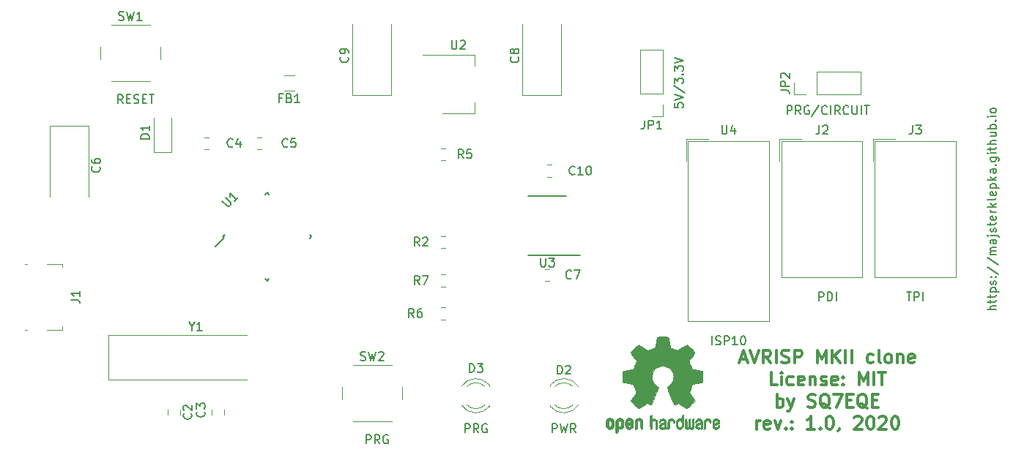
<source format=gbr>
%TF.GenerationSoftware,KiCad,Pcbnew,5.1.5-1.fc31*%
%TF.CreationDate,2020-04-02T16:35:23+02:00*%
%TF.ProjectId,avrisp-mkII-clone,61767269-7370-42d6-9d6b-49492d636c6f,1.0*%
%TF.SameCoordinates,PX54c81a0PY82ce540*%
%TF.FileFunction,Legend,Top*%
%TF.FilePolarity,Positive*%
%FSLAX46Y46*%
G04 Gerber Fmt 4.6, Leading zero omitted, Abs format (unit mm)*
G04 Created by KiCad (PCBNEW 5.1.5-1.fc31) date 2020-04-02 16:35:23*
%MOMM*%
%LPD*%
G04 APERTURE LIST*
%ADD10C,0.150000*%
%ADD11C,0.300000*%
%ADD12C,0.120000*%
%ADD13C,0.010000*%
%ADD14C,2.302000*%
%ADD15C,2.102000*%
%ADD16R,1.302000X1.002000*%
%ADD17O,1.829200X1.829200*%
%ADD18R,1.829200X1.829200*%
%ADD19R,1.902000X1.902000*%
%ADD20C,1.902000*%
%ADD21R,1.482000X0.552000*%
%ADD22R,1.652000X1.527000*%
%ADD23R,1.402000X1.752000*%
%ADD24R,2.002000X1.902000*%
%ADD25R,2.002000X1.102000*%
%ADD26R,1.802000X1.802000*%
%ADD27O,1.802000X1.802000*%
%ADD28R,2.102000X3.902000*%
%ADD29R,2.102000X1.602000*%
%ADD30R,1.552000X0.552000*%
%ADD31R,7.977000X2.102000*%
G04 APERTURE END LIST*
D10*
X112212380Y16320953D02*
X111212380Y16320953D01*
X112212380Y16749524D02*
X111688571Y16749524D01*
X111593333Y16701905D01*
X111545714Y16606667D01*
X111545714Y16463810D01*
X111593333Y16368572D01*
X111640952Y16320953D01*
X111545714Y17082858D02*
X111545714Y17463810D01*
X111212380Y17225715D02*
X112069523Y17225715D01*
X112164761Y17273334D01*
X112212380Y17368572D01*
X112212380Y17463810D01*
X111545714Y17654286D02*
X111545714Y18035239D01*
X111212380Y17797143D02*
X112069523Y17797143D01*
X112164761Y17844762D01*
X112212380Y17940000D01*
X112212380Y18035239D01*
X111545714Y18368572D02*
X112545714Y18368572D01*
X111593333Y18368572D02*
X111545714Y18463810D01*
X111545714Y18654286D01*
X111593333Y18749524D01*
X111640952Y18797143D01*
X111736190Y18844762D01*
X112021904Y18844762D01*
X112117142Y18797143D01*
X112164761Y18749524D01*
X112212380Y18654286D01*
X112212380Y18463810D01*
X112164761Y18368572D01*
X112164761Y19225715D02*
X112212380Y19320953D01*
X112212380Y19511429D01*
X112164761Y19606667D01*
X112069523Y19654286D01*
X112021904Y19654286D01*
X111926666Y19606667D01*
X111879047Y19511429D01*
X111879047Y19368572D01*
X111831428Y19273334D01*
X111736190Y19225715D01*
X111688571Y19225715D01*
X111593333Y19273334D01*
X111545714Y19368572D01*
X111545714Y19511429D01*
X111593333Y19606667D01*
X112117142Y20082858D02*
X112164761Y20130477D01*
X112212380Y20082858D01*
X112164761Y20035239D01*
X112117142Y20082858D01*
X112212380Y20082858D01*
X111593333Y20082858D02*
X111640952Y20130477D01*
X111688571Y20082858D01*
X111640952Y20035239D01*
X111593333Y20082858D01*
X111688571Y20082858D01*
X111164761Y21273334D02*
X112450476Y20416191D01*
X111164761Y22320953D02*
X112450476Y21463810D01*
X112212380Y22654286D02*
X111545714Y22654286D01*
X111640952Y22654286D02*
X111593333Y22701905D01*
X111545714Y22797143D01*
X111545714Y22940000D01*
X111593333Y23035239D01*
X111688571Y23082858D01*
X112212380Y23082858D01*
X111688571Y23082858D02*
X111593333Y23130477D01*
X111545714Y23225715D01*
X111545714Y23368572D01*
X111593333Y23463810D01*
X111688571Y23511429D01*
X112212380Y23511429D01*
X112212380Y24416191D02*
X111688571Y24416191D01*
X111593333Y24368572D01*
X111545714Y24273334D01*
X111545714Y24082858D01*
X111593333Y23987620D01*
X112164761Y24416191D02*
X112212380Y24320953D01*
X112212380Y24082858D01*
X112164761Y23987620D01*
X112069523Y23940000D01*
X111974285Y23940000D01*
X111879047Y23987620D01*
X111831428Y24082858D01*
X111831428Y24320953D01*
X111783809Y24416191D01*
X111545714Y24892381D02*
X112402857Y24892381D01*
X112498095Y24844762D01*
X112545714Y24749524D01*
X112545714Y24701905D01*
X111212380Y24892381D02*
X111260000Y24844762D01*
X111307619Y24892381D01*
X111260000Y24940000D01*
X111212380Y24892381D01*
X111307619Y24892381D01*
X112164761Y25320953D02*
X112212380Y25416191D01*
X112212380Y25606667D01*
X112164761Y25701905D01*
X112069523Y25749524D01*
X112021904Y25749524D01*
X111926666Y25701905D01*
X111879047Y25606667D01*
X111879047Y25463810D01*
X111831428Y25368572D01*
X111736190Y25320953D01*
X111688571Y25320953D01*
X111593333Y25368572D01*
X111545714Y25463810D01*
X111545714Y25606667D01*
X111593333Y25701905D01*
X111545714Y26035239D02*
X111545714Y26416191D01*
X111212380Y26178096D02*
X112069523Y26178096D01*
X112164761Y26225715D01*
X112212380Y26320953D01*
X112212380Y26416191D01*
X112164761Y27130477D02*
X112212380Y27035239D01*
X112212380Y26844762D01*
X112164761Y26749524D01*
X112069523Y26701905D01*
X111688571Y26701905D01*
X111593333Y26749524D01*
X111545714Y26844762D01*
X111545714Y27035239D01*
X111593333Y27130477D01*
X111688571Y27178096D01*
X111783809Y27178096D01*
X111879047Y26701905D01*
X112212380Y27606667D02*
X111545714Y27606667D01*
X111736190Y27606667D02*
X111640952Y27654286D01*
X111593333Y27701905D01*
X111545714Y27797143D01*
X111545714Y27892381D01*
X112212380Y28225715D02*
X111212380Y28225715D01*
X111831428Y28320953D02*
X112212380Y28606667D01*
X111545714Y28606667D02*
X111926666Y28225715D01*
X112212380Y29178096D02*
X112164761Y29082858D01*
X112069523Y29035239D01*
X111212380Y29035239D01*
X112164761Y29940000D02*
X112212380Y29844762D01*
X112212380Y29654286D01*
X112164761Y29559048D01*
X112069523Y29511429D01*
X111688571Y29511429D01*
X111593333Y29559048D01*
X111545714Y29654286D01*
X111545714Y29844762D01*
X111593333Y29940000D01*
X111688571Y29987620D01*
X111783809Y29987620D01*
X111879047Y29511429D01*
X111545714Y30416191D02*
X112545714Y30416191D01*
X111593333Y30416191D02*
X111545714Y30511429D01*
X111545714Y30701905D01*
X111593333Y30797143D01*
X111640952Y30844762D01*
X111736190Y30892381D01*
X112021904Y30892381D01*
X112117142Y30844762D01*
X112164761Y30797143D01*
X112212380Y30701905D01*
X112212380Y30511429D01*
X112164761Y30416191D01*
X112212380Y31320953D02*
X111212380Y31320953D01*
X111831428Y31416191D02*
X112212380Y31701905D01*
X111545714Y31701905D02*
X111926666Y31320953D01*
X112212380Y32559048D02*
X111688571Y32559048D01*
X111593333Y32511429D01*
X111545714Y32416191D01*
X111545714Y32225715D01*
X111593333Y32130477D01*
X112164761Y32559048D02*
X112212380Y32463810D01*
X112212380Y32225715D01*
X112164761Y32130477D01*
X112069523Y32082858D01*
X111974285Y32082858D01*
X111879047Y32130477D01*
X111831428Y32225715D01*
X111831428Y32463810D01*
X111783809Y32559048D01*
X112117142Y33035239D02*
X112164761Y33082858D01*
X112212380Y33035239D01*
X112164761Y32987620D01*
X112117142Y33035239D01*
X112212380Y33035239D01*
X111545714Y33940000D02*
X112355238Y33940000D01*
X112450476Y33892381D01*
X112498095Y33844762D01*
X112545714Y33749524D01*
X112545714Y33606667D01*
X112498095Y33511429D01*
X112164761Y33940000D02*
X112212380Y33844762D01*
X112212380Y33654286D01*
X112164761Y33559048D01*
X112117142Y33511429D01*
X112021904Y33463810D01*
X111736190Y33463810D01*
X111640952Y33511429D01*
X111593333Y33559048D01*
X111545714Y33654286D01*
X111545714Y33844762D01*
X111593333Y33940000D01*
X112212380Y34416191D02*
X111545714Y34416191D01*
X111212380Y34416191D02*
X111260000Y34368572D01*
X111307619Y34416191D01*
X111260000Y34463810D01*
X111212380Y34416191D01*
X111307619Y34416191D01*
X111545714Y34749524D02*
X111545714Y35130477D01*
X111212380Y34892381D02*
X112069523Y34892381D01*
X112164761Y34940000D01*
X112212380Y35035239D01*
X112212380Y35130477D01*
X112212380Y35463810D02*
X111212380Y35463810D01*
X112212380Y35892381D02*
X111688571Y35892381D01*
X111593333Y35844762D01*
X111545714Y35749524D01*
X111545714Y35606667D01*
X111593333Y35511429D01*
X111640952Y35463810D01*
X111545714Y36797143D02*
X112212380Y36797143D01*
X111545714Y36368572D02*
X112069523Y36368572D01*
X112164761Y36416191D01*
X112212380Y36511429D01*
X112212380Y36654286D01*
X112164761Y36749524D01*
X112117142Y36797143D01*
X112212380Y37273334D02*
X111212380Y37273334D01*
X111593333Y37273334D02*
X111545714Y37368572D01*
X111545714Y37559048D01*
X111593333Y37654286D01*
X111640952Y37701905D01*
X111736190Y37749524D01*
X112021904Y37749524D01*
X112117142Y37701905D01*
X112164761Y37654286D01*
X112212380Y37559048D01*
X112212380Y37368572D01*
X112164761Y37273334D01*
X112117142Y38178096D02*
X112164761Y38225715D01*
X112212380Y38178096D01*
X112164761Y38130477D01*
X112117142Y38178096D01*
X112212380Y38178096D01*
X112212380Y38654286D02*
X111545714Y38654286D01*
X111212380Y38654286D02*
X111260000Y38606667D01*
X111307619Y38654286D01*
X111260000Y38701905D01*
X111212380Y38654286D01*
X111307619Y38654286D01*
X112212380Y39273334D02*
X112164761Y39178096D01*
X112117142Y39130477D01*
X112021904Y39082858D01*
X111736190Y39082858D01*
X111640952Y39130477D01*
X111593333Y39178096D01*
X111545714Y39273334D01*
X111545714Y39416191D01*
X111593333Y39511429D01*
X111640952Y39559048D01*
X111736190Y39606667D01*
X112021904Y39606667D01*
X112117142Y39559048D01*
X112164761Y39511429D01*
X112212380Y39416191D01*
X112212380Y39273334D01*
X11247619Y40187620D02*
X10914285Y40663810D01*
X10676190Y40187620D02*
X10676190Y41187620D01*
X11057142Y41187620D01*
X11152380Y41140000D01*
X11200000Y41092381D01*
X11247619Y40997143D01*
X11247619Y40854286D01*
X11200000Y40759048D01*
X11152380Y40711429D01*
X11057142Y40663810D01*
X10676190Y40663810D01*
X11676190Y40711429D02*
X12009523Y40711429D01*
X12152380Y40187620D02*
X11676190Y40187620D01*
X11676190Y41187620D01*
X12152380Y41187620D01*
X12533333Y40235239D02*
X12676190Y40187620D01*
X12914285Y40187620D01*
X13009523Y40235239D01*
X13057142Y40282858D01*
X13104761Y40378096D01*
X13104761Y40473334D01*
X13057142Y40568572D01*
X13009523Y40616191D01*
X12914285Y40663810D01*
X12723809Y40711429D01*
X12628571Y40759048D01*
X12580952Y40806667D01*
X12533333Y40901905D01*
X12533333Y40997143D01*
X12580952Y41092381D01*
X12628571Y41140000D01*
X12723809Y41187620D01*
X12961904Y41187620D01*
X13104761Y41140000D01*
X13533333Y40711429D02*
X13866666Y40711429D01*
X14009523Y40187620D02*
X13533333Y40187620D01*
X13533333Y41187620D01*
X14009523Y41187620D01*
X14295238Y41187620D02*
X14866666Y41187620D01*
X14580952Y40187620D02*
X14580952Y41187620D01*
X88043333Y38917620D02*
X88043333Y39917620D01*
X88424285Y39917620D01*
X88519523Y39870000D01*
X88567142Y39822381D01*
X88614761Y39727143D01*
X88614761Y39584286D01*
X88567142Y39489048D01*
X88519523Y39441429D01*
X88424285Y39393810D01*
X88043333Y39393810D01*
X89614761Y38917620D02*
X89281428Y39393810D01*
X89043333Y38917620D02*
X89043333Y39917620D01*
X89424285Y39917620D01*
X89519523Y39870000D01*
X89567142Y39822381D01*
X89614761Y39727143D01*
X89614761Y39584286D01*
X89567142Y39489048D01*
X89519523Y39441429D01*
X89424285Y39393810D01*
X89043333Y39393810D01*
X90567142Y39870000D02*
X90471904Y39917620D01*
X90329047Y39917620D01*
X90186190Y39870000D01*
X90090952Y39774762D01*
X90043333Y39679524D01*
X89995714Y39489048D01*
X89995714Y39346191D01*
X90043333Y39155715D01*
X90090952Y39060477D01*
X90186190Y38965239D01*
X90329047Y38917620D01*
X90424285Y38917620D01*
X90567142Y38965239D01*
X90614761Y39012858D01*
X90614761Y39346191D01*
X90424285Y39346191D01*
X91757619Y39965239D02*
X90900476Y38679524D01*
X92662380Y39012858D02*
X92614761Y38965239D01*
X92471904Y38917620D01*
X92376666Y38917620D01*
X92233809Y38965239D01*
X92138571Y39060477D01*
X92090952Y39155715D01*
X92043333Y39346191D01*
X92043333Y39489048D01*
X92090952Y39679524D01*
X92138571Y39774762D01*
X92233809Y39870000D01*
X92376666Y39917620D01*
X92471904Y39917620D01*
X92614761Y39870000D01*
X92662380Y39822381D01*
X93090952Y38917620D02*
X93090952Y39917620D01*
X94138571Y38917620D02*
X93805238Y39393810D01*
X93567142Y38917620D02*
X93567142Y39917620D01*
X93948095Y39917620D01*
X94043333Y39870000D01*
X94090952Y39822381D01*
X94138571Y39727143D01*
X94138571Y39584286D01*
X94090952Y39489048D01*
X94043333Y39441429D01*
X93948095Y39393810D01*
X93567142Y39393810D01*
X95138571Y39012858D02*
X95090952Y38965239D01*
X94948095Y38917620D01*
X94852857Y38917620D01*
X94710000Y38965239D01*
X94614761Y39060477D01*
X94567142Y39155715D01*
X94519523Y39346191D01*
X94519523Y39489048D01*
X94567142Y39679524D01*
X94614761Y39774762D01*
X94710000Y39870000D01*
X94852857Y39917620D01*
X94948095Y39917620D01*
X95090952Y39870000D01*
X95138571Y39822381D01*
X95567142Y39917620D02*
X95567142Y39108096D01*
X95614761Y39012858D01*
X95662380Y38965239D01*
X95757619Y38917620D01*
X95948095Y38917620D01*
X96043333Y38965239D01*
X96090952Y39012858D01*
X96138571Y39108096D01*
X96138571Y39917620D01*
X96614761Y38917620D02*
X96614761Y39917620D01*
X96948095Y39917620D02*
X97519523Y39917620D01*
X97233809Y38917620D02*
X97233809Y39917620D01*
X75017380Y40211667D02*
X75017380Y39735477D01*
X75493571Y39687858D01*
X75445952Y39735477D01*
X75398333Y39830715D01*
X75398333Y40068810D01*
X75445952Y40164048D01*
X75493571Y40211667D01*
X75588809Y40259286D01*
X75826904Y40259286D01*
X75922142Y40211667D01*
X75969761Y40164048D01*
X76017380Y40068810D01*
X76017380Y39830715D01*
X75969761Y39735477D01*
X75922142Y39687858D01*
X75017380Y40545000D02*
X76017380Y40878334D01*
X75017380Y41211667D01*
X74969761Y42259286D02*
X76255476Y41402143D01*
X75017380Y42497381D02*
X75017380Y43116429D01*
X75398333Y42783096D01*
X75398333Y42925953D01*
X75445952Y43021191D01*
X75493571Y43068810D01*
X75588809Y43116429D01*
X75826904Y43116429D01*
X75922142Y43068810D01*
X75969761Y43021191D01*
X76017380Y42925953D01*
X76017380Y42640239D01*
X75969761Y42545000D01*
X75922142Y42497381D01*
X75922142Y43545000D02*
X75969761Y43592620D01*
X76017380Y43545000D01*
X75969761Y43497381D01*
X75922142Y43545000D01*
X76017380Y43545000D01*
X75017380Y43925953D02*
X75017380Y44545000D01*
X75398333Y44211667D01*
X75398333Y44354524D01*
X75445952Y44449762D01*
X75493571Y44497381D01*
X75588809Y44545000D01*
X75826904Y44545000D01*
X75922142Y44497381D01*
X75969761Y44449762D01*
X76017380Y44354524D01*
X76017380Y44068810D01*
X75969761Y43973572D01*
X75922142Y43925953D01*
X75017380Y44830715D02*
X76017380Y45164048D01*
X75017380Y45497381D01*
X101846190Y18327620D02*
X102417619Y18327620D01*
X102131904Y17327620D02*
X102131904Y18327620D01*
X102750952Y17327620D02*
X102750952Y18327620D01*
X103131904Y18327620D01*
X103227142Y18280000D01*
X103274761Y18232381D01*
X103322380Y18137143D01*
X103322380Y17994286D01*
X103274761Y17899048D01*
X103227142Y17851429D01*
X103131904Y17803810D01*
X102750952Y17803810D01*
X103750952Y17327620D02*
X103750952Y18327620D01*
X91710000Y17327620D02*
X91710000Y18327620D01*
X92090952Y18327620D01*
X92186190Y18280000D01*
X92233809Y18232381D01*
X92281428Y18137143D01*
X92281428Y17994286D01*
X92233809Y17899048D01*
X92186190Y17851429D01*
X92090952Y17803810D01*
X91710000Y17803810D01*
X92710000Y17327620D02*
X92710000Y18327620D01*
X92948095Y18327620D01*
X93090952Y18280000D01*
X93186190Y18184762D01*
X93233809Y18089524D01*
X93281428Y17899048D01*
X93281428Y17756191D01*
X93233809Y17565715D01*
X93186190Y17470477D01*
X93090952Y17375239D01*
X92948095Y17327620D01*
X92710000Y17327620D01*
X93710000Y17327620D02*
X93710000Y18327620D01*
X79351428Y12247620D02*
X79351428Y13247620D01*
X79780000Y12295239D02*
X79922857Y12247620D01*
X80160952Y12247620D01*
X80256190Y12295239D01*
X80303809Y12342858D01*
X80351428Y12438096D01*
X80351428Y12533334D01*
X80303809Y12628572D01*
X80256190Y12676191D01*
X80160952Y12723810D01*
X79970476Y12771429D01*
X79875238Y12819048D01*
X79827619Y12866667D01*
X79780000Y12961905D01*
X79780000Y13057143D01*
X79827619Y13152381D01*
X79875238Y13200000D01*
X79970476Y13247620D01*
X80208571Y13247620D01*
X80351428Y13200000D01*
X80780000Y12247620D02*
X80780000Y13247620D01*
X81160952Y13247620D01*
X81256190Y13200000D01*
X81303809Y13152381D01*
X81351428Y13057143D01*
X81351428Y12914286D01*
X81303809Y12819048D01*
X81256190Y12771429D01*
X81160952Y12723810D01*
X80780000Y12723810D01*
X82303809Y12247620D02*
X81732380Y12247620D01*
X82018095Y12247620D02*
X82018095Y13247620D01*
X81922857Y13104762D01*
X81827619Y13009524D01*
X81732380Y12961905D01*
X82922857Y13247620D02*
X83018095Y13247620D01*
X83113333Y13200000D01*
X83160952Y13152381D01*
X83208571Y13057143D01*
X83256190Y12866667D01*
X83256190Y12628572D01*
X83208571Y12438096D01*
X83160952Y12342858D01*
X83113333Y12295239D01*
X83018095Y12247620D01*
X82922857Y12247620D01*
X82827619Y12295239D01*
X82780000Y12342858D01*
X82732380Y12438096D01*
X82684761Y12628572D01*
X82684761Y12866667D01*
X82732380Y13057143D01*
X82780000Y13152381D01*
X82827619Y13200000D01*
X82922857Y13247620D01*
X60896666Y2087620D02*
X60896666Y3087620D01*
X61277619Y3087620D01*
X61372857Y3040000D01*
X61420476Y2992381D01*
X61468095Y2897143D01*
X61468095Y2754286D01*
X61420476Y2659048D01*
X61372857Y2611429D01*
X61277619Y2563810D01*
X60896666Y2563810D01*
X61801428Y3087620D02*
X62039523Y2087620D01*
X62230000Y2801905D01*
X62420476Y2087620D01*
X62658571Y3087620D01*
X63610952Y2087620D02*
X63277619Y2563810D01*
X63039523Y2087620D02*
X63039523Y3087620D01*
X63420476Y3087620D01*
X63515714Y3040000D01*
X63563333Y2992381D01*
X63610952Y2897143D01*
X63610952Y2754286D01*
X63563333Y2659048D01*
X63515714Y2611429D01*
X63420476Y2563810D01*
X63039523Y2563810D01*
X50808095Y2087620D02*
X50808095Y3087620D01*
X51189047Y3087620D01*
X51284285Y3040000D01*
X51331904Y2992381D01*
X51379523Y2897143D01*
X51379523Y2754286D01*
X51331904Y2659048D01*
X51284285Y2611429D01*
X51189047Y2563810D01*
X50808095Y2563810D01*
X52379523Y2087620D02*
X52046190Y2563810D01*
X51808095Y2087620D02*
X51808095Y3087620D01*
X52189047Y3087620D01*
X52284285Y3040000D01*
X52331904Y2992381D01*
X52379523Y2897143D01*
X52379523Y2754286D01*
X52331904Y2659048D01*
X52284285Y2611429D01*
X52189047Y2563810D01*
X51808095Y2563810D01*
X53331904Y3040000D02*
X53236666Y3087620D01*
X53093809Y3087620D01*
X52950952Y3040000D01*
X52855714Y2944762D01*
X52808095Y2849524D01*
X52760476Y2659048D01*
X52760476Y2516191D01*
X52808095Y2325715D01*
X52855714Y2230477D01*
X52950952Y2135239D01*
X53093809Y2087620D01*
X53189047Y2087620D01*
X53331904Y2135239D01*
X53379523Y2182858D01*
X53379523Y2516191D01*
X53189047Y2516191D01*
X39378095Y817620D02*
X39378095Y1817620D01*
X39759047Y1817620D01*
X39854285Y1770000D01*
X39901904Y1722381D01*
X39949523Y1627143D01*
X39949523Y1484286D01*
X39901904Y1389048D01*
X39854285Y1341429D01*
X39759047Y1293810D01*
X39378095Y1293810D01*
X40949523Y817620D02*
X40616190Y1293810D01*
X40378095Y817620D02*
X40378095Y1817620D01*
X40759047Y1817620D01*
X40854285Y1770000D01*
X40901904Y1722381D01*
X40949523Y1627143D01*
X40949523Y1484286D01*
X40901904Y1389048D01*
X40854285Y1341429D01*
X40759047Y1293810D01*
X40378095Y1293810D01*
X41901904Y1770000D02*
X41806666Y1817620D01*
X41663809Y1817620D01*
X41520952Y1770000D01*
X41425714Y1674762D01*
X41378095Y1579524D01*
X41330476Y1389048D01*
X41330476Y1246191D01*
X41378095Y1055715D01*
X41425714Y960477D01*
X41520952Y865239D01*
X41663809Y817620D01*
X41759047Y817620D01*
X41901904Y865239D01*
X41949523Y912858D01*
X41949523Y1246191D01*
X41759047Y1246191D01*
D11*
X82638571Y10560000D02*
X83352857Y10560000D01*
X82495714Y10131429D02*
X82995714Y11631429D01*
X83495714Y10131429D01*
X83781428Y11631429D02*
X84281428Y10131429D01*
X84781428Y11631429D01*
X86138571Y10131429D02*
X85638571Y10845715D01*
X85281428Y10131429D02*
X85281428Y11631429D01*
X85852857Y11631429D01*
X85995714Y11560000D01*
X86067142Y11488572D01*
X86138571Y11345715D01*
X86138571Y11131429D01*
X86067142Y10988572D01*
X85995714Y10917143D01*
X85852857Y10845715D01*
X85281428Y10845715D01*
X86781428Y10131429D02*
X86781428Y11631429D01*
X87424285Y10202858D02*
X87638571Y10131429D01*
X87995714Y10131429D01*
X88138571Y10202858D01*
X88210000Y10274286D01*
X88281428Y10417143D01*
X88281428Y10560000D01*
X88210000Y10702858D01*
X88138571Y10774286D01*
X87995714Y10845715D01*
X87710000Y10917143D01*
X87567142Y10988572D01*
X87495714Y11060000D01*
X87424285Y11202858D01*
X87424285Y11345715D01*
X87495714Y11488572D01*
X87567142Y11560000D01*
X87710000Y11631429D01*
X88067142Y11631429D01*
X88281428Y11560000D01*
X88924285Y10131429D02*
X88924285Y11631429D01*
X89495714Y11631429D01*
X89638571Y11560000D01*
X89710000Y11488572D01*
X89781428Y11345715D01*
X89781428Y11131429D01*
X89710000Y10988572D01*
X89638571Y10917143D01*
X89495714Y10845715D01*
X88924285Y10845715D01*
X91567142Y10131429D02*
X91567142Y11631429D01*
X92067142Y10560000D01*
X92567142Y11631429D01*
X92567142Y10131429D01*
X93281428Y10131429D02*
X93281428Y11631429D01*
X94138571Y10131429D02*
X93495714Y10988572D01*
X94138571Y11631429D02*
X93281428Y10774286D01*
X94781428Y10131429D02*
X94781428Y11631429D01*
X95495714Y10131429D02*
X95495714Y11631429D01*
X97995714Y10202858D02*
X97852857Y10131429D01*
X97567142Y10131429D01*
X97424285Y10202858D01*
X97352857Y10274286D01*
X97281428Y10417143D01*
X97281428Y10845715D01*
X97352857Y10988572D01*
X97424285Y11060000D01*
X97567142Y11131429D01*
X97852857Y11131429D01*
X97995714Y11060000D01*
X98852857Y10131429D02*
X98710000Y10202858D01*
X98638571Y10345715D01*
X98638571Y11631429D01*
X99638571Y10131429D02*
X99495714Y10202858D01*
X99424285Y10274286D01*
X99352857Y10417143D01*
X99352857Y10845715D01*
X99424285Y10988572D01*
X99495714Y11060000D01*
X99638571Y11131429D01*
X99852857Y11131429D01*
X99995714Y11060000D01*
X100067142Y10988572D01*
X100138571Y10845715D01*
X100138571Y10417143D01*
X100067142Y10274286D01*
X99995714Y10202858D01*
X99852857Y10131429D01*
X99638571Y10131429D01*
X100781428Y11131429D02*
X100781428Y10131429D01*
X100781428Y10988572D02*
X100852857Y11060000D01*
X100995714Y11131429D01*
X101210000Y11131429D01*
X101352857Y11060000D01*
X101424285Y10917143D01*
X101424285Y10131429D01*
X102710000Y10202858D02*
X102567142Y10131429D01*
X102281428Y10131429D01*
X102138571Y10202858D01*
X102067142Y10345715D01*
X102067142Y10917143D01*
X102138571Y11060000D01*
X102281428Y11131429D01*
X102567142Y11131429D01*
X102710000Y11060000D01*
X102781428Y10917143D01*
X102781428Y10774286D01*
X102067142Y10631429D01*
X86888571Y7581429D02*
X86174285Y7581429D01*
X86174285Y9081429D01*
X87388571Y7581429D02*
X87388571Y8581429D01*
X87388571Y9081429D02*
X87317142Y9010000D01*
X87388571Y8938572D01*
X87460000Y9010000D01*
X87388571Y9081429D01*
X87388571Y8938572D01*
X88745714Y7652858D02*
X88602857Y7581429D01*
X88317142Y7581429D01*
X88174285Y7652858D01*
X88102857Y7724286D01*
X88031428Y7867143D01*
X88031428Y8295715D01*
X88102857Y8438572D01*
X88174285Y8510000D01*
X88317142Y8581429D01*
X88602857Y8581429D01*
X88745714Y8510000D01*
X89960000Y7652858D02*
X89817142Y7581429D01*
X89531428Y7581429D01*
X89388571Y7652858D01*
X89317142Y7795715D01*
X89317142Y8367143D01*
X89388571Y8510000D01*
X89531428Y8581429D01*
X89817142Y8581429D01*
X89960000Y8510000D01*
X90031428Y8367143D01*
X90031428Y8224286D01*
X89317142Y8081429D01*
X90674285Y8581429D02*
X90674285Y7581429D01*
X90674285Y8438572D02*
X90745714Y8510000D01*
X90888571Y8581429D01*
X91102857Y8581429D01*
X91245714Y8510000D01*
X91317142Y8367143D01*
X91317142Y7581429D01*
X91960000Y7652858D02*
X92102857Y7581429D01*
X92388571Y7581429D01*
X92531428Y7652858D01*
X92602857Y7795715D01*
X92602857Y7867143D01*
X92531428Y8010000D01*
X92388571Y8081429D01*
X92174285Y8081429D01*
X92031428Y8152858D01*
X91960000Y8295715D01*
X91960000Y8367143D01*
X92031428Y8510000D01*
X92174285Y8581429D01*
X92388571Y8581429D01*
X92531428Y8510000D01*
X93817142Y7652858D02*
X93674285Y7581429D01*
X93388571Y7581429D01*
X93245714Y7652858D01*
X93174285Y7795715D01*
X93174285Y8367143D01*
X93245714Y8510000D01*
X93388571Y8581429D01*
X93674285Y8581429D01*
X93817142Y8510000D01*
X93888571Y8367143D01*
X93888571Y8224286D01*
X93174285Y8081429D01*
X94531428Y7724286D02*
X94602857Y7652858D01*
X94531428Y7581429D01*
X94460000Y7652858D01*
X94531428Y7724286D01*
X94531428Y7581429D01*
X94531428Y8510000D02*
X94602857Y8438572D01*
X94531428Y8367143D01*
X94460000Y8438572D01*
X94531428Y8510000D01*
X94531428Y8367143D01*
X96388571Y7581429D02*
X96388571Y9081429D01*
X96888571Y8010000D01*
X97388571Y9081429D01*
X97388571Y7581429D01*
X98102857Y7581429D02*
X98102857Y9081429D01*
X98602857Y9081429D02*
X99460000Y9081429D01*
X99031428Y7581429D02*
X99031428Y9081429D01*
X86888571Y5031429D02*
X86888571Y6531429D01*
X86888571Y5960000D02*
X87031428Y6031429D01*
X87317142Y6031429D01*
X87460000Y5960000D01*
X87531428Y5888572D01*
X87602857Y5745715D01*
X87602857Y5317143D01*
X87531428Y5174286D01*
X87460000Y5102858D01*
X87317142Y5031429D01*
X87031428Y5031429D01*
X86888571Y5102858D01*
X88102857Y6031429D02*
X88460000Y5031429D01*
X88817142Y6031429D02*
X88460000Y5031429D01*
X88317142Y4674286D01*
X88245714Y4602858D01*
X88102857Y4531429D01*
X90460000Y5102858D02*
X90674285Y5031429D01*
X91031428Y5031429D01*
X91174285Y5102858D01*
X91245714Y5174286D01*
X91317142Y5317143D01*
X91317142Y5460000D01*
X91245714Y5602858D01*
X91174285Y5674286D01*
X91031428Y5745715D01*
X90745714Y5817143D01*
X90602857Y5888572D01*
X90531428Y5960000D01*
X90460000Y6102858D01*
X90460000Y6245715D01*
X90531428Y6388572D01*
X90602857Y6460000D01*
X90745714Y6531429D01*
X91102857Y6531429D01*
X91317142Y6460000D01*
X92960000Y4888572D02*
X92817142Y4960000D01*
X92674285Y5102858D01*
X92460000Y5317143D01*
X92317142Y5388572D01*
X92174285Y5388572D01*
X92245714Y5031429D02*
X92102857Y5102858D01*
X91960000Y5245715D01*
X91888571Y5531429D01*
X91888571Y6031429D01*
X91960000Y6317143D01*
X92102857Y6460000D01*
X92245714Y6531429D01*
X92531428Y6531429D01*
X92674285Y6460000D01*
X92817142Y6317143D01*
X92888571Y6031429D01*
X92888571Y5531429D01*
X92817142Y5245715D01*
X92674285Y5102858D01*
X92531428Y5031429D01*
X92245714Y5031429D01*
X93388571Y6531429D02*
X94388571Y6531429D01*
X93745714Y5031429D01*
X94960000Y5817143D02*
X95460000Y5817143D01*
X95674285Y5031429D02*
X94960000Y5031429D01*
X94960000Y6531429D01*
X95674285Y6531429D01*
X97317142Y4888572D02*
X97174285Y4960000D01*
X97031428Y5102858D01*
X96817142Y5317143D01*
X96674285Y5388572D01*
X96531428Y5388572D01*
X96602857Y5031429D02*
X96460000Y5102858D01*
X96317142Y5245715D01*
X96245714Y5531429D01*
X96245714Y6031429D01*
X96317142Y6317143D01*
X96460000Y6460000D01*
X96602857Y6531429D01*
X96888571Y6531429D01*
X97031428Y6460000D01*
X97174285Y6317143D01*
X97245714Y6031429D01*
X97245714Y5531429D01*
X97174285Y5245715D01*
X97031428Y5102858D01*
X96888571Y5031429D01*
X96602857Y5031429D01*
X97888571Y5817143D02*
X98388571Y5817143D01*
X98602857Y5031429D02*
X97888571Y5031429D01*
X97888571Y6531429D01*
X98602857Y6531429D01*
X84531428Y2481429D02*
X84531428Y3481429D01*
X84531428Y3195715D02*
X84602857Y3338572D01*
X84674285Y3410000D01*
X84817142Y3481429D01*
X84960000Y3481429D01*
X86031428Y2552858D02*
X85888571Y2481429D01*
X85602857Y2481429D01*
X85460000Y2552858D01*
X85388571Y2695715D01*
X85388571Y3267143D01*
X85460000Y3410000D01*
X85602857Y3481429D01*
X85888571Y3481429D01*
X86031428Y3410000D01*
X86102857Y3267143D01*
X86102857Y3124286D01*
X85388571Y2981429D01*
X86602857Y3481429D02*
X86960000Y2481429D01*
X87317142Y3481429D01*
X87888571Y2624286D02*
X87960000Y2552858D01*
X87888571Y2481429D01*
X87817142Y2552858D01*
X87888571Y2624286D01*
X87888571Y2481429D01*
X88602857Y2624286D02*
X88674285Y2552858D01*
X88602857Y2481429D01*
X88531428Y2552858D01*
X88602857Y2624286D01*
X88602857Y2481429D01*
X88602857Y3410000D02*
X88674285Y3338572D01*
X88602857Y3267143D01*
X88531428Y3338572D01*
X88602857Y3410000D01*
X88602857Y3267143D01*
X91245714Y2481429D02*
X90388571Y2481429D01*
X90817142Y2481429D02*
X90817142Y3981429D01*
X90674285Y3767143D01*
X90531428Y3624286D01*
X90388571Y3552858D01*
X91888571Y2624286D02*
X91960000Y2552858D01*
X91888571Y2481429D01*
X91817142Y2552858D01*
X91888571Y2624286D01*
X91888571Y2481429D01*
X92888571Y3981429D02*
X93031428Y3981429D01*
X93174285Y3910000D01*
X93245714Y3838572D01*
X93317142Y3695715D01*
X93388571Y3410000D01*
X93388571Y3052858D01*
X93317142Y2767143D01*
X93245714Y2624286D01*
X93174285Y2552858D01*
X93031428Y2481429D01*
X92888571Y2481429D01*
X92745714Y2552858D01*
X92674285Y2624286D01*
X92602857Y2767143D01*
X92531428Y3052858D01*
X92531428Y3410000D01*
X92602857Y3695715D01*
X92674285Y3838572D01*
X92745714Y3910000D01*
X92888571Y3981429D01*
X94102857Y2552858D02*
X94102857Y2481429D01*
X94031428Y2338572D01*
X93960000Y2267143D01*
X95817142Y3838572D02*
X95888571Y3910000D01*
X96031428Y3981429D01*
X96388571Y3981429D01*
X96531428Y3910000D01*
X96602857Y3838572D01*
X96674285Y3695715D01*
X96674285Y3552858D01*
X96602857Y3338572D01*
X95745714Y2481429D01*
X96674285Y2481429D01*
X97602857Y3981429D02*
X97745714Y3981429D01*
X97888571Y3910000D01*
X97960000Y3838572D01*
X98031428Y3695715D01*
X98102857Y3410000D01*
X98102857Y3052858D01*
X98031428Y2767143D01*
X97960000Y2624286D01*
X97888571Y2552858D01*
X97745714Y2481429D01*
X97602857Y2481429D01*
X97460000Y2552858D01*
X97388571Y2624286D01*
X97317142Y2767143D01*
X97245714Y3052858D01*
X97245714Y3410000D01*
X97317142Y3695715D01*
X97388571Y3838572D01*
X97460000Y3910000D01*
X97602857Y3981429D01*
X98674285Y3838572D02*
X98745714Y3910000D01*
X98888571Y3981429D01*
X99245714Y3981429D01*
X99388571Y3910000D01*
X99460000Y3838572D01*
X99531428Y3695715D01*
X99531428Y3552858D01*
X99460000Y3338572D01*
X98602857Y2481429D01*
X99531428Y2481429D01*
X100460000Y3981429D02*
X100602857Y3981429D01*
X100745714Y3910000D01*
X100817142Y3838572D01*
X100888571Y3695715D01*
X100960000Y3410000D01*
X100960000Y3052858D01*
X100888571Y2767143D01*
X100817142Y2624286D01*
X100745714Y2552858D01*
X100602857Y2481429D01*
X100460000Y2481429D01*
X100317142Y2552858D01*
X100245714Y2624286D01*
X100174285Y2767143D01*
X100102857Y3052858D01*
X100102857Y3410000D01*
X100174285Y3695715D01*
X100245714Y3838572D01*
X100317142Y3910000D01*
X100460000Y3981429D01*
D12*
%TO.C,SW1*%
X9890000Y42760000D02*
X14390000Y42760000D01*
X8640000Y46760000D02*
X8640000Y45260000D01*
X14390000Y49260000D02*
X9890000Y49260000D01*
X15640000Y45260000D02*
X15640000Y46760000D01*
%TO.C,D1*%
X14875000Y34580000D02*
X16875000Y34580000D01*
X16875000Y34580000D02*
X16875000Y38480000D01*
X14875000Y34580000D02*
X14875000Y38480000D01*
D13*
%TO.C,REF\002A\002A*%
G36*
X73869014Y13167002D02*
G01*
X74027006Y13166137D01*
X74141347Y13163795D01*
X74219407Y13159238D01*
X74268554Y13151730D01*
X74296159Y13140534D01*
X74309592Y13124912D01*
X74316221Y13104127D01*
X74316865Y13101437D01*
X74326935Y13052887D01*
X74345575Y12957095D01*
X74370845Y12824257D01*
X74400807Y12664569D01*
X74433522Y12488226D01*
X74434664Y12482033D01*
X74467433Y12309218D01*
X74498093Y12156531D01*
X74524664Y12033129D01*
X74545167Y11948169D01*
X74557626Y11910810D01*
X74558220Y11910148D01*
X74594919Y11891905D01*
X74670586Y11861503D01*
X74768878Y11825507D01*
X74769425Y11825315D01*
X74893233Y11778778D01*
X75039196Y11719496D01*
X75176781Y11659891D01*
X75183293Y11656944D01*
X75407390Y11555235D01*
X75903619Y11894103D01*
X76055846Y11997408D01*
X76193741Y12089763D01*
X76309315Y12165916D01*
X76394579Y12220615D01*
X76441544Y12248607D01*
X76446004Y12250683D01*
X76480134Y12241440D01*
X76543881Y12196844D01*
X76639731Y12114791D01*
X76770169Y11993179D01*
X76903328Y11863795D01*
X77031694Y11736298D01*
X77146581Y11619954D01*
X77241073Y11521948D01*
X77308253Y11449464D01*
X77341206Y11409687D01*
X77342432Y11407639D01*
X77346074Y11380344D01*
X77332350Y11335766D01*
X77297869Y11267888D01*
X77239239Y11170689D01*
X77153070Y11038149D01*
X77038200Y10867524D01*
X76936254Y10717345D01*
X76845123Y10582650D01*
X76770073Y10471260D01*
X76716369Y10390995D01*
X76689280Y10349675D01*
X76687574Y10346870D01*
X76690882Y10307279D01*
X76715953Y10230331D01*
X76757798Y10130568D01*
X76772712Y10098709D01*
X76837786Y9956774D01*
X76907212Y9795727D01*
X76963609Y9656379D01*
X77004247Y9552956D01*
X77036526Y9474358D01*
X77055178Y9433280D01*
X77057497Y9430115D01*
X77091803Y9424872D01*
X77172669Y9410506D01*
X77289343Y9389063D01*
X77431075Y9362587D01*
X77587110Y9333123D01*
X77746698Y9302717D01*
X77899085Y9273412D01*
X78033521Y9247255D01*
X78139252Y9226290D01*
X78205526Y9212561D01*
X78221782Y9208680D01*
X78238573Y9199100D01*
X78251249Y9177464D01*
X78260378Y9136469D01*
X78266531Y9068811D01*
X78270280Y8967188D01*
X78272192Y8824297D01*
X78272840Y8632835D01*
X78272874Y8554355D01*
X78272874Y7916094D01*
X78119598Y7885840D01*
X78034322Y7869436D01*
X77907070Y7845491D01*
X77753315Y7816893D01*
X77588534Y7786533D01*
X77542989Y7778194D01*
X77390932Y7748630D01*
X77258468Y7719558D01*
X77156714Y7693671D01*
X77096788Y7673663D01*
X77086805Y7667699D01*
X77062293Y7625466D01*
X77027148Y7543630D01*
X76988173Y7438317D01*
X76980442Y7415632D01*
X76929360Y7274982D01*
X76865954Y7116286D01*
X76803904Y6973775D01*
X76803598Y6973114D01*
X76700267Y6749560D01*
X77379961Y5749768D01*
X76943621Y5312700D01*
X76811649Y5182619D01*
X76691279Y5067952D01*
X76589273Y4974819D01*
X76512391Y4909342D01*
X76467393Y4877643D01*
X76460938Y4875632D01*
X76423040Y4891471D01*
X76345708Y4935504D01*
X76237389Y5002510D01*
X76106532Y5087266D01*
X75965052Y5182184D01*
X75821461Y5279002D01*
X75693435Y5363249D01*
X75589105Y5429742D01*
X75516600Y5473298D01*
X75484158Y5488736D01*
X75444576Y5475672D01*
X75369519Y5441250D01*
X75274468Y5392620D01*
X75264392Y5387215D01*
X75136391Y5323020D01*
X75048618Y5291537D01*
X74994028Y5291202D01*
X74965575Y5320452D01*
X74965410Y5320862D01*
X74951188Y5355502D01*
X74917269Y5437731D01*
X74866284Y5561186D01*
X74800862Y5719502D01*
X74723634Y5906314D01*
X74637229Y6115258D01*
X74553551Y6317554D01*
X74461588Y6540800D01*
X74377150Y6747608D01*
X74302769Y6931638D01*
X74240974Y7086549D01*
X74194297Y7206004D01*
X74165268Y7283661D01*
X74156322Y7312644D01*
X74178756Y7345890D01*
X74237439Y7398877D01*
X74315689Y7457296D01*
X74538534Y7642048D01*
X74712718Y7853818D01*
X74836154Y8088144D01*
X74906754Y8340566D01*
X74922431Y8606623D01*
X74911036Y8729425D01*
X74848950Y8984207D01*
X74742023Y9209199D01*
X74596889Y9402183D01*
X74420178Y9560939D01*
X74218522Y9683250D01*
X73998554Y9766895D01*
X73766906Y9809656D01*
X73530209Y9809313D01*
X73295095Y9763648D01*
X73068196Y9670441D01*
X72856144Y9527473D01*
X72767636Y9446617D01*
X72597889Y9238993D01*
X72479699Y9012105D01*
X72412278Y8772567D01*
X72394840Y8526993D01*
X72426598Y8281997D01*
X72506765Y8044192D01*
X72634555Y7820193D01*
X72809180Y7616613D01*
X73004312Y7457296D01*
X73085591Y7396398D01*
X73143009Y7343985D01*
X73163678Y7312594D01*
X73152856Y7278361D01*
X73122077Y7196581D01*
X73073874Y7073593D01*
X73010778Y6915737D01*
X72935322Y6729351D01*
X72850038Y6520774D01*
X72766219Y6317504D01*
X72673745Y6094067D01*
X72588089Y5887016D01*
X72511882Y5702714D01*
X72447753Y5547525D01*
X72398332Y5427812D01*
X72366248Y5349939D01*
X72354359Y5320862D01*
X72326274Y5291323D01*
X72271949Y5291409D01*
X72184395Y5322674D01*
X72056619Y5386671D01*
X72055608Y5387215D01*
X71959402Y5436879D01*
X71881631Y5473055D01*
X71837777Y5488592D01*
X71835842Y5488736D01*
X71802829Y5472976D01*
X71729946Y5429150D01*
X71625322Y5362443D01*
X71497090Y5278036D01*
X71354948Y5182184D01*
X71210233Y5085133D01*
X71079804Y5000730D01*
X70972110Y4934199D01*
X70895598Y4890762D01*
X70859062Y4875632D01*
X70825418Y4895518D01*
X70757776Y4951097D01*
X70662893Y5036246D01*
X70547530Y5144847D01*
X70418445Y5270779D01*
X70376229Y5312851D01*
X69939739Y5750069D01*
X70271977Y6237660D01*
X70372946Y6387395D01*
X70461562Y6521780D01*
X70532854Y6633031D01*
X70581850Y6713361D01*
X70603578Y6754986D01*
X70604215Y6757947D01*
X70592760Y6797182D01*
X70561949Y6876105D01*
X70517116Y6981491D01*
X70485647Y7052046D01*
X70426808Y7187124D01*
X70371396Y7323591D01*
X70328436Y7438897D01*
X70316766Y7474023D01*
X70283611Y7567826D01*
X70251201Y7640306D01*
X70233399Y7667699D01*
X70194114Y7684464D01*
X70108374Y7708230D01*
X69987303Y7736303D01*
X69842027Y7765991D01*
X69777012Y7778194D01*
X69611913Y7808532D01*
X69453552Y7837907D01*
X69317404Y7863431D01*
X69218943Y7882215D01*
X69200402Y7885840D01*
X69047127Y7916094D01*
X69047127Y8554355D01*
X69047471Y8764230D01*
X69048884Y8923020D01*
X69051936Y9038027D01*
X69057197Y9116554D01*
X69065237Y9165904D01*
X69076627Y9193381D01*
X69091937Y9206287D01*
X69098218Y9208680D01*
X69136104Y9217167D01*
X69219805Y9234100D01*
X69338567Y9257434D01*
X69481639Y9285125D01*
X69638268Y9315127D01*
X69797703Y9345396D01*
X69949191Y9373885D01*
X70081981Y9398551D01*
X70185319Y9417349D01*
X70248455Y9428233D01*
X70262503Y9430115D01*
X70275230Y9455296D01*
X70303400Y9522378D01*
X70341748Y9618667D01*
X70356391Y9656379D01*
X70415452Y9802079D01*
X70485000Y9963049D01*
X70547288Y10098709D01*
X70593121Y10202439D01*
X70623613Y10287674D01*
X70633792Y10339874D01*
X70632169Y10346870D01*
X70610657Y10379898D01*
X70561535Y10453357D01*
X70490077Y10559423D01*
X70401555Y10690274D01*
X70301241Y10838088D01*
X70281406Y10867266D01*
X70165012Y11040137D01*
X70079452Y11171774D01*
X70021316Y11268239D01*
X69987192Y11335592D01*
X69973669Y11379894D01*
X69977336Y11407206D01*
X69977430Y11407380D01*
X70006293Y11443254D01*
X70070133Y11512609D01*
X70162031Y11608255D01*
X70275067Y11723001D01*
X70402321Y11849659D01*
X70416672Y11863795D01*
X70577043Y12019097D01*
X70700805Y12133130D01*
X70790445Y12207998D01*
X70848448Y12245804D01*
X70873996Y12250683D01*
X70911282Y12229397D01*
X70988657Y12180227D01*
X71098133Y12108425D01*
X71231720Y12019245D01*
X71381430Y11917937D01*
X71416382Y11894103D01*
X71912610Y11555235D01*
X72136707Y11656944D01*
X72272989Y11716217D01*
X72419276Y11775830D01*
X72545035Y11823360D01*
X72550575Y11825315D01*
X72648943Y11861323D01*
X72724771Y11891771D01*
X72761718Y11910095D01*
X72761780Y11910148D01*
X72773504Y11943271D01*
X72793432Y12024733D01*
X72819587Y12145375D01*
X72849990Y12296041D01*
X72882663Y12467572D01*
X72885336Y12482033D01*
X72918110Y12658765D01*
X72948198Y12819190D01*
X72973661Y12953112D01*
X72992559Y13050337D01*
X73002953Y13100668D01*
X73003135Y13101437D01*
X73009461Y13122847D01*
X73021761Y13139012D01*
X73047406Y13150669D01*
X73093765Y13158555D01*
X73168208Y13163407D01*
X73278105Y13165961D01*
X73430825Y13166955D01*
X73633738Y13167126D01*
X73660000Y13167126D01*
X73869014Y13167002D01*
G37*
X73869014Y13167002D02*
X74027006Y13166137D01*
X74141347Y13163795D01*
X74219407Y13159238D01*
X74268554Y13151730D01*
X74296159Y13140534D01*
X74309592Y13124912D01*
X74316221Y13104127D01*
X74316865Y13101437D01*
X74326935Y13052887D01*
X74345575Y12957095D01*
X74370845Y12824257D01*
X74400807Y12664569D01*
X74433522Y12488226D01*
X74434664Y12482033D01*
X74467433Y12309218D01*
X74498093Y12156531D01*
X74524664Y12033129D01*
X74545167Y11948169D01*
X74557626Y11910810D01*
X74558220Y11910148D01*
X74594919Y11891905D01*
X74670586Y11861503D01*
X74768878Y11825507D01*
X74769425Y11825315D01*
X74893233Y11778778D01*
X75039196Y11719496D01*
X75176781Y11659891D01*
X75183293Y11656944D01*
X75407390Y11555235D01*
X75903619Y11894103D01*
X76055846Y11997408D01*
X76193741Y12089763D01*
X76309315Y12165916D01*
X76394579Y12220615D01*
X76441544Y12248607D01*
X76446004Y12250683D01*
X76480134Y12241440D01*
X76543881Y12196844D01*
X76639731Y12114791D01*
X76770169Y11993179D01*
X76903328Y11863795D01*
X77031694Y11736298D01*
X77146581Y11619954D01*
X77241073Y11521948D01*
X77308253Y11449464D01*
X77341206Y11409687D01*
X77342432Y11407639D01*
X77346074Y11380344D01*
X77332350Y11335766D01*
X77297869Y11267888D01*
X77239239Y11170689D01*
X77153070Y11038149D01*
X77038200Y10867524D01*
X76936254Y10717345D01*
X76845123Y10582650D01*
X76770073Y10471260D01*
X76716369Y10390995D01*
X76689280Y10349675D01*
X76687574Y10346870D01*
X76690882Y10307279D01*
X76715953Y10230331D01*
X76757798Y10130568D01*
X76772712Y10098709D01*
X76837786Y9956774D01*
X76907212Y9795727D01*
X76963609Y9656379D01*
X77004247Y9552956D01*
X77036526Y9474358D01*
X77055178Y9433280D01*
X77057497Y9430115D01*
X77091803Y9424872D01*
X77172669Y9410506D01*
X77289343Y9389063D01*
X77431075Y9362587D01*
X77587110Y9333123D01*
X77746698Y9302717D01*
X77899085Y9273412D01*
X78033521Y9247255D01*
X78139252Y9226290D01*
X78205526Y9212561D01*
X78221782Y9208680D01*
X78238573Y9199100D01*
X78251249Y9177464D01*
X78260378Y9136469D01*
X78266531Y9068811D01*
X78270280Y8967188D01*
X78272192Y8824297D01*
X78272840Y8632835D01*
X78272874Y8554355D01*
X78272874Y7916094D01*
X78119598Y7885840D01*
X78034322Y7869436D01*
X77907070Y7845491D01*
X77753315Y7816893D01*
X77588534Y7786533D01*
X77542989Y7778194D01*
X77390932Y7748630D01*
X77258468Y7719558D01*
X77156714Y7693671D01*
X77096788Y7673663D01*
X77086805Y7667699D01*
X77062293Y7625466D01*
X77027148Y7543630D01*
X76988173Y7438317D01*
X76980442Y7415632D01*
X76929360Y7274982D01*
X76865954Y7116286D01*
X76803904Y6973775D01*
X76803598Y6973114D01*
X76700267Y6749560D01*
X77379961Y5749768D01*
X76943621Y5312700D01*
X76811649Y5182619D01*
X76691279Y5067952D01*
X76589273Y4974819D01*
X76512391Y4909342D01*
X76467393Y4877643D01*
X76460938Y4875632D01*
X76423040Y4891471D01*
X76345708Y4935504D01*
X76237389Y5002510D01*
X76106532Y5087266D01*
X75965052Y5182184D01*
X75821461Y5279002D01*
X75693435Y5363249D01*
X75589105Y5429742D01*
X75516600Y5473298D01*
X75484158Y5488736D01*
X75444576Y5475672D01*
X75369519Y5441250D01*
X75274468Y5392620D01*
X75264392Y5387215D01*
X75136391Y5323020D01*
X75048618Y5291537D01*
X74994028Y5291202D01*
X74965575Y5320452D01*
X74965410Y5320862D01*
X74951188Y5355502D01*
X74917269Y5437731D01*
X74866284Y5561186D01*
X74800862Y5719502D01*
X74723634Y5906314D01*
X74637229Y6115258D01*
X74553551Y6317554D01*
X74461588Y6540800D01*
X74377150Y6747608D01*
X74302769Y6931638D01*
X74240974Y7086549D01*
X74194297Y7206004D01*
X74165268Y7283661D01*
X74156322Y7312644D01*
X74178756Y7345890D01*
X74237439Y7398877D01*
X74315689Y7457296D01*
X74538534Y7642048D01*
X74712718Y7853818D01*
X74836154Y8088144D01*
X74906754Y8340566D01*
X74922431Y8606623D01*
X74911036Y8729425D01*
X74848950Y8984207D01*
X74742023Y9209199D01*
X74596889Y9402183D01*
X74420178Y9560939D01*
X74218522Y9683250D01*
X73998554Y9766895D01*
X73766906Y9809656D01*
X73530209Y9809313D01*
X73295095Y9763648D01*
X73068196Y9670441D01*
X72856144Y9527473D01*
X72767636Y9446617D01*
X72597889Y9238993D01*
X72479699Y9012105D01*
X72412278Y8772567D01*
X72394840Y8526993D01*
X72426598Y8281997D01*
X72506765Y8044192D01*
X72634555Y7820193D01*
X72809180Y7616613D01*
X73004312Y7457296D01*
X73085591Y7396398D01*
X73143009Y7343985D01*
X73163678Y7312594D01*
X73152856Y7278361D01*
X73122077Y7196581D01*
X73073874Y7073593D01*
X73010778Y6915737D01*
X72935322Y6729351D01*
X72850038Y6520774D01*
X72766219Y6317504D01*
X72673745Y6094067D01*
X72588089Y5887016D01*
X72511882Y5702714D01*
X72447753Y5547525D01*
X72398332Y5427812D01*
X72366248Y5349939D01*
X72354359Y5320862D01*
X72326274Y5291323D01*
X72271949Y5291409D01*
X72184395Y5322674D01*
X72056619Y5386671D01*
X72055608Y5387215D01*
X71959402Y5436879D01*
X71881631Y5473055D01*
X71837777Y5488592D01*
X71835842Y5488736D01*
X71802829Y5472976D01*
X71729946Y5429150D01*
X71625322Y5362443D01*
X71497090Y5278036D01*
X71354948Y5182184D01*
X71210233Y5085133D01*
X71079804Y5000730D01*
X70972110Y4934199D01*
X70895598Y4890762D01*
X70859062Y4875632D01*
X70825418Y4895518D01*
X70757776Y4951097D01*
X70662893Y5036246D01*
X70547530Y5144847D01*
X70418445Y5270779D01*
X70376229Y5312851D01*
X69939739Y5750069D01*
X70271977Y6237660D01*
X70372946Y6387395D01*
X70461562Y6521780D01*
X70532854Y6633031D01*
X70581850Y6713361D01*
X70603578Y6754986D01*
X70604215Y6757947D01*
X70592760Y6797182D01*
X70561949Y6876105D01*
X70517116Y6981491D01*
X70485647Y7052046D01*
X70426808Y7187124D01*
X70371396Y7323591D01*
X70328436Y7438897D01*
X70316766Y7474023D01*
X70283611Y7567826D01*
X70251201Y7640306D01*
X70233399Y7667699D01*
X70194114Y7684464D01*
X70108374Y7708230D01*
X69987303Y7736303D01*
X69842027Y7765991D01*
X69777012Y7778194D01*
X69611913Y7808532D01*
X69453552Y7837907D01*
X69317404Y7863431D01*
X69218943Y7882215D01*
X69200402Y7885840D01*
X69047127Y7916094D01*
X69047127Y8554355D01*
X69047471Y8764230D01*
X69048884Y8923020D01*
X69051936Y9038027D01*
X69057197Y9116554D01*
X69065237Y9165904D01*
X69076627Y9193381D01*
X69091937Y9206287D01*
X69098218Y9208680D01*
X69136104Y9217167D01*
X69219805Y9234100D01*
X69338567Y9257434D01*
X69481639Y9285125D01*
X69638268Y9315127D01*
X69797703Y9345396D01*
X69949191Y9373885D01*
X70081981Y9398551D01*
X70185319Y9417349D01*
X70248455Y9428233D01*
X70262503Y9430115D01*
X70275230Y9455296D01*
X70303400Y9522378D01*
X70341748Y9618667D01*
X70356391Y9656379D01*
X70415452Y9802079D01*
X70485000Y9963049D01*
X70547288Y10098709D01*
X70593121Y10202439D01*
X70623613Y10287674D01*
X70633792Y10339874D01*
X70632169Y10346870D01*
X70610657Y10379898D01*
X70561535Y10453357D01*
X70490077Y10559423D01*
X70401555Y10690274D01*
X70301241Y10838088D01*
X70281406Y10867266D01*
X70165012Y11040137D01*
X70079452Y11171774D01*
X70021316Y11268239D01*
X69987192Y11335592D01*
X69973669Y11379894D01*
X69977336Y11407206D01*
X69977430Y11407380D01*
X70006293Y11443254D01*
X70070133Y11512609D01*
X70162031Y11608255D01*
X70275067Y11723001D01*
X70402321Y11849659D01*
X70416672Y11863795D01*
X70577043Y12019097D01*
X70700805Y12133130D01*
X70790445Y12207998D01*
X70848448Y12245804D01*
X70873996Y12250683D01*
X70911282Y12229397D01*
X70988657Y12180227D01*
X71098133Y12108425D01*
X71231720Y12019245D01*
X71381430Y11917937D01*
X71416382Y11894103D01*
X71912610Y11555235D01*
X72136707Y11656944D01*
X72272989Y11716217D01*
X72419276Y11775830D01*
X72545035Y11823360D01*
X72550575Y11825315D01*
X72648943Y11861323D01*
X72724771Y11891771D01*
X72761718Y11910095D01*
X72761780Y11910148D01*
X72773504Y11943271D01*
X72793432Y12024733D01*
X72819587Y12145375D01*
X72849990Y12296041D01*
X72882663Y12467572D01*
X72885336Y12482033D01*
X72918110Y12658765D01*
X72948198Y12819190D01*
X72973661Y12953112D01*
X72992559Y13050337D01*
X73002953Y13100668D01*
X73003135Y13101437D01*
X73009461Y13122847D01*
X73021761Y13139012D01*
X73047406Y13150669D01*
X73093765Y13158555D01*
X73168208Y13163407D01*
X73278105Y13165961D01*
X73430825Y13166955D01*
X73633738Y13167126D01*
X73660000Y13167126D01*
X73869014Y13167002D01*
G36*
X80003439Y3663460D02*
G01*
X80118950Y3587966D01*
X80174664Y3520383D01*
X80218804Y3397745D01*
X80222309Y3300702D01*
X80214368Y3170944D01*
X79915115Y3039961D01*
X79769611Y2973042D01*
X79674537Y2919210D01*
X79625101Y2872584D01*
X79616511Y2827280D01*
X79643972Y2777418D01*
X79674253Y2744368D01*
X79762363Y2691367D01*
X79858196Y2687653D01*
X79946212Y2728959D01*
X80010869Y2811017D01*
X80022433Y2839992D01*
X80077825Y2930491D01*
X80141553Y2969060D01*
X80228966Y3002054D01*
X80228966Y2876966D01*
X80221238Y2791844D01*
X80190966Y2720062D01*
X80127518Y2637644D01*
X80118088Y2626934D01*
X80047513Y2553609D01*
X79986847Y2514258D01*
X79910950Y2496155D01*
X79848030Y2490226D01*
X79735487Y2488749D01*
X79655370Y2507465D01*
X79605390Y2535253D01*
X79526838Y2596359D01*
X79472463Y2662446D01*
X79438052Y2745559D01*
X79419388Y2857746D01*
X79412256Y3011054D01*
X79411687Y3088864D01*
X79413622Y3182147D01*
X79589899Y3182147D01*
X79591944Y3132104D01*
X79597039Y3123908D01*
X79630666Y3135042D01*
X79703030Y3164507D01*
X79799747Y3206399D01*
X79819973Y3215403D01*
X79942203Y3277558D01*
X80009547Y3332185D01*
X80024348Y3383351D01*
X79988947Y3435124D01*
X79959711Y3458000D01*
X79854216Y3503750D01*
X79755476Y3496192D01*
X79672812Y3440349D01*
X79615548Y3341247D01*
X79597188Y3262586D01*
X79589899Y3182147D01*
X79413622Y3182147D01*
X79415459Y3270649D01*
X79429359Y3405147D01*
X79456894Y3503084D01*
X79501572Y3575189D01*
X79566901Y3632187D01*
X79595383Y3650607D01*
X79724763Y3698578D01*
X79866412Y3701597D01*
X80003439Y3663460D01*
G37*
X80003439Y3663460D02*
X80118950Y3587966D01*
X80174664Y3520383D01*
X80218804Y3397745D01*
X80222309Y3300702D01*
X80214368Y3170944D01*
X79915115Y3039961D01*
X79769611Y2973042D01*
X79674537Y2919210D01*
X79625101Y2872584D01*
X79616511Y2827280D01*
X79643972Y2777418D01*
X79674253Y2744368D01*
X79762363Y2691367D01*
X79858196Y2687653D01*
X79946212Y2728959D01*
X80010869Y2811017D01*
X80022433Y2839992D01*
X80077825Y2930491D01*
X80141553Y2969060D01*
X80228966Y3002054D01*
X80228966Y2876966D01*
X80221238Y2791844D01*
X80190966Y2720062D01*
X80127518Y2637644D01*
X80118088Y2626934D01*
X80047513Y2553609D01*
X79986847Y2514258D01*
X79910950Y2496155D01*
X79848030Y2490226D01*
X79735487Y2488749D01*
X79655370Y2507465D01*
X79605390Y2535253D01*
X79526838Y2596359D01*
X79472463Y2662446D01*
X79438052Y2745559D01*
X79419388Y2857746D01*
X79412256Y3011054D01*
X79411687Y3088864D01*
X79413622Y3182147D01*
X79589899Y3182147D01*
X79591944Y3132104D01*
X79597039Y3123908D01*
X79630666Y3135042D01*
X79703030Y3164507D01*
X79799747Y3206399D01*
X79819973Y3215403D01*
X79942203Y3277558D01*
X80009547Y3332185D01*
X80024348Y3383351D01*
X79988947Y3435124D01*
X79959711Y3458000D01*
X79854216Y3503750D01*
X79755476Y3496192D01*
X79672812Y3440349D01*
X79615548Y3341247D01*
X79597188Y3262586D01*
X79589899Y3182147D01*
X79413622Y3182147D01*
X79415459Y3270649D01*
X79429359Y3405147D01*
X79456894Y3503084D01*
X79501572Y3575189D01*
X79566901Y3632187D01*
X79595383Y3650607D01*
X79724763Y3698578D01*
X79866412Y3701597D01*
X80003439Y3663460D01*
G36*
X78995690Y3679982D02*
G01*
X79030585Y3664731D01*
X79113877Y3598765D01*
X79185103Y3503382D01*
X79229153Y3401594D01*
X79236322Y3351413D01*
X79212285Y3281353D01*
X79159561Y3244283D01*
X79103031Y3221836D01*
X79077146Y3217700D01*
X79064542Y3247717D01*
X79039654Y3313039D01*
X79028735Y3342555D01*
X78967508Y3444652D01*
X78878861Y3495577D01*
X78765193Y3494011D01*
X78756774Y3492006D01*
X78696088Y3463233D01*
X78651474Y3407141D01*
X78621002Y3316837D01*
X78602744Y3185429D01*
X78594771Y3006026D01*
X78594023Y2910567D01*
X78593652Y2760087D01*
X78591223Y2657505D01*
X78584760Y2592328D01*
X78572288Y2554062D01*
X78551833Y2532215D01*
X78521419Y2516293D01*
X78519661Y2515491D01*
X78461091Y2490728D01*
X78432075Y2481609D01*
X78427616Y2509178D01*
X78423799Y2585380D01*
X78420899Y2700459D01*
X78419191Y2844659D01*
X78418851Y2950186D01*
X78420588Y3154387D01*
X78427382Y3309303D01*
X78441607Y3423976D01*
X78465638Y3507449D01*
X78501848Y3568764D01*
X78552612Y3616966D01*
X78602739Y3650607D01*
X78723275Y3695381D01*
X78863557Y3705479D01*
X78995690Y3679982D01*
G37*
X78995690Y3679982D02*
X79030585Y3664731D01*
X79113877Y3598765D01*
X79185103Y3503382D01*
X79229153Y3401594D01*
X79236322Y3351413D01*
X79212285Y3281353D01*
X79159561Y3244283D01*
X79103031Y3221836D01*
X79077146Y3217700D01*
X79064542Y3247717D01*
X79039654Y3313039D01*
X79028735Y3342555D01*
X78967508Y3444652D01*
X78878861Y3495577D01*
X78765193Y3494011D01*
X78756774Y3492006D01*
X78696088Y3463233D01*
X78651474Y3407141D01*
X78621002Y3316837D01*
X78602744Y3185429D01*
X78594771Y3006026D01*
X78594023Y2910567D01*
X78593652Y2760087D01*
X78591223Y2657505D01*
X78584760Y2592328D01*
X78572288Y2554062D01*
X78551833Y2532215D01*
X78521419Y2516293D01*
X78519661Y2515491D01*
X78461091Y2490728D01*
X78432075Y2481609D01*
X78427616Y2509178D01*
X78423799Y2585380D01*
X78420899Y2700459D01*
X78419191Y2844659D01*
X78418851Y2950186D01*
X78420588Y3154387D01*
X78427382Y3309303D01*
X78441607Y3423976D01*
X78465638Y3507449D01*
X78501848Y3568764D01*
X78552612Y3616966D01*
X78602739Y3650607D01*
X78723275Y3695381D01*
X78863557Y3705479D01*
X78995690Y3679982D01*
G36*
X77974406Y3684844D02*
G01*
X78058469Y3646607D01*
X78124450Y3600274D01*
X78172794Y3548468D01*
X78206172Y3481637D01*
X78227253Y3390231D01*
X78238707Y3264699D01*
X78243203Y3095492D01*
X78243678Y2984067D01*
X78243678Y2549373D01*
X78169316Y2515491D01*
X78110746Y2490728D01*
X78081730Y2481609D01*
X78076179Y2508743D01*
X78071775Y2581906D01*
X78069078Y2688737D01*
X78068506Y2773563D01*
X78066046Y2896113D01*
X78059412Y2993332D01*
X78049726Y3052866D01*
X78042032Y3065517D01*
X77990311Y3052598D01*
X77909117Y3019461D01*
X77815102Y2974539D01*
X77724917Y2926265D01*
X77655215Y2883072D01*
X77622648Y2853392D01*
X77622519Y2853071D01*
X77625320Y2798143D01*
X77650439Y2745708D01*
X77694541Y2703119D01*
X77758909Y2688874D01*
X77813921Y2690534D01*
X77891835Y2691755D01*
X77932732Y2673502D01*
X77957295Y2625274D01*
X77960392Y2616180D01*
X77971040Y2547402D01*
X77942565Y2505640D01*
X77868344Y2485737D01*
X77788168Y2482056D01*
X77643890Y2509342D01*
X77569203Y2548310D01*
X77476963Y2639852D01*
X77428043Y2752218D01*
X77423654Y2870949D01*
X77465001Y2981589D01*
X77527197Y3050920D01*
X77589294Y3089735D01*
X77686895Y3138875D01*
X77800632Y3188708D01*
X77819590Y3196323D01*
X77944521Y3251455D01*
X78016539Y3300046D01*
X78039700Y3348353D01*
X78018064Y3402630D01*
X77980920Y3445057D01*
X77893127Y3497298D01*
X77796530Y3501216D01*
X77707944Y3460959D01*
X77644186Y3380674D01*
X77635817Y3359960D01*
X77587096Y3283775D01*
X77515965Y3227215D01*
X77426207Y3180799D01*
X77426207Y3312416D01*
X77431490Y3392832D01*
X77454142Y3456214D01*
X77504367Y3523837D01*
X77552582Y3575924D01*
X77627554Y3649678D01*
X77685806Y3689298D01*
X77748372Y3705190D01*
X77819193Y3707816D01*
X77974406Y3684844D01*
G37*
X77974406Y3684844D02*
X78058469Y3646607D01*
X78124450Y3600274D01*
X78172794Y3548468D01*
X78206172Y3481637D01*
X78227253Y3390231D01*
X78238707Y3264699D01*
X78243203Y3095492D01*
X78243678Y2984067D01*
X78243678Y2549373D01*
X78169316Y2515491D01*
X78110746Y2490728D01*
X78081730Y2481609D01*
X78076179Y2508743D01*
X78071775Y2581906D01*
X78069078Y2688737D01*
X78068506Y2773563D01*
X78066046Y2896113D01*
X78059412Y2993332D01*
X78049726Y3052866D01*
X78042032Y3065517D01*
X77990311Y3052598D01*
X77909117Y3019461D01*
X77815102Y2974539D01*
X77724917Y2926265D01*
X77655215Y2883072D01*
X77622648Y2853392D01*
X77622519Y2853071D01*
X77625320Y2798143D01*
X77650439Y2745708D01*
X77694541Y2703119D01*
X77758909Y2688874D01*
X77813921Y2690534D01*
X77891835Y2691755D01*
X77932732Y2673502D01*
X77957295Y2625274D01*
X77960392Y2616180D01*
X77971040Y2547402D01*
X77942565Y2505640D01*
X77868344Y2485737D01*
X77788168Y2482056D01*
X77643890Y2509342D01*
X77569203Y2548310D01*
X77476963Y2639852D01*
X77428043Y2752218D01*
X77423654Y2870949D01*
X77465001Y2981589D01*
X77527197Y3050920D01*
X77589294Y3089735D01*
X77686895Y3138875D01*
X77800632Y3188708D01*
X77819590Y3196323D01*
X77944521Y3251455D01*
X78016539Y3300046D01*
X78039700Y3348353D01*
X78018064Y3402630D01*
X77980920Y3445057D01*
X77893127Y3497298D01*
X77796530Y3501216D01*
X77707944Y3460959D01*
X77644186Y3380674D01*
X77635817Y3359960D01*
X77587096Y3283775D01*
X77515965Y3227215D01*
X77426207Y3180799D01*
X77426207Y3312416D01*
X77431490Y3392832D01*
X77454142Y3456214D01*
X77504367Y3523837D01*
X77552582Y3575924D01*
X77627554Y3649678D01*
X77685806Y3689298D01*
X77748372Y3705190D01*
X77819193Y3707816D01*
X77974406Y3684844D01*
G36*
X77240124Y3680160D02*
G01*
X77244579Y3603347D01*
X77248071Y3486609D01*
X77250315Y3339179D01*
X77251035Y3184545D01*
X77251035Y2661273D01*
X77158645Y2568883D01*
X77094978Y2511953D01*
X77039089Y2488893D01*
X76962702Y2490353D01*
X76932380Y2494066D01*
X76837610Y2504874D01*
X76759222Y2511067D01*
X76740115Y2511639D01*
X76675699Y2507898D01*
X76583571Y2498506D01*
X76547850Y2494066D01*
X76460114Y2487199D01*
X76401153Y2502115D01*
X76342690Y2548165D01*
X76321585Y2568883D01*
X76229195Y2661273D01*
X76229195Y3640053D01*
X76303558Y3673934D01*
X76367590Y3699030D01*
X76405052Y3707816D01*
X76414657Y3680050D01*
X76423635Y3602470D01*
X76431386Y3483652D01*
X76437314Y3332172D01*
X76440173Y3204195D01*
X76448161Y2700575D01*
X76517848Y2690722D01*
X76581229Y2697611D01*
X76612286Y2719917D01*
X76620967Y2761621D01*
X76628378Y2850456D01*
X76633931Y2975166D01*
X76637036Y3124493D01*
X76637484Y3201339D01*
X76637931Y3643713D01*
X76729874Y3675765D01*
X76794949Y3697557D01*
X76830347Y3707719D01*
X76831368Y3707816D01*
X76834920Y3680191D01*
X76838823Y3603589D01*
X76842751Y3487421D01*
X76846376Y3341096D01*
X76848908Y3204195D01*
X76856897Y2700575D01*
X77032069Y2700575D01*
X77040107Y3160035D01*
X77048146Y3619495D01*
X77133543Y3663656D01*
X77196593Y3693981D01*
X77233910Y3707742D01*
X77234987Y3707816D01*
X77240124Y3680160D01*
G37*
X77240124Y3680160D02*
X77244579Y3603347D01*
X77248071Y3486609D01*
X77250315Y3339179D01*
X77251035Y3184545D01*
X77251035Y2661273D01*
X77158645Y2568883D01*
X77094978Y2511953D01*
X77039089Y2488893D01*
X76962702Y2490353D01*
X76932380Y2494066D01*
X76837610Y2504874D01*
X76759222Y2511067D01*
X76740115Y2511639D01*
X76675699Y2507898D01*
X76583571Y2498506D01*
X76547850Y2494066D01*
X76460114Y2487199D01*
X76401153Y2502115D01*
X76342690Y2548165D01*
X76321585Y2568883D01*
X76229195Y2661273D01*
X76229195Y3640053D01*
X76303558Y3673934D01*
X76367590Y3699030D01*
X76405052Y3707816D01*
X76414657Y3680050D01*
X76423635Y3602470D01*
X76431386Y3483652D01*
X76437314Y3332172D01*
X76440173Y3204195D01*
X76448161Y2700575D01*
X76517848Y2690722D01*
X76581229Y2697611D01*
X76612286Y2719917D01*
X76620967Y2761621D01*
X76628378Y2850456D01*
X76633931Y2975166D01*
X76637036Y3124493D01*
X76637484Y3201339D01*
X76637931Y3643713D01*
X76729874Y3675765D01*
X76794949Y3697557D01*
X76830347Y3707719D01*
X76831368Y3707816D01*
X76834920Y3680191D01*
X76838823Y3603589D01*
X76842751Y3487421D01*
X76846376Y3341096D01*
X76848908Y3204195D01*
X76856897Y2700575D01*
X77032069Y2700575D01*
X77040107Y3160035D01*
X77048146Y3619495D01*
X77133543Y3663656D01*
X77196593Y3693981D01*
X77233910Y3707742D01*
X77234987Y3707816D01*
X77240124Y3680160D01*
G36*
X76053914Y3465545D02*
G01*
X76053543Y3247339D01*
X76052108Y3079481D01*
X76049002Y2953930D01*
X76043622Y2862645D01*
X76035362Y2797585D01*
X76023616Y2750709D01*
X76007781Y2713976D01*
X75995790Y2693009D01*
X75896490Y2579306D01*
X75770588Y2508035D01*
X75631291Y2482462D01*
X75491805Y2505850D01*
X75408743Y2547881D01*
X75321545Y2620589D01*
X75262117Y2709388D01*
X75226261Y2825680D01*
X75209781Y2980865D01*
X75207447Y3094713D01*
X75207761Y3102894D01*
X75411724Y3102894D01*
X75412970Y2972343D01*
X75418678Y2885920D01*
X75431804Y2829382D01*
X75455306Y2788486D01*
X75483386Y2757638D01*
X75577688Y2698095D01*
X75678940Y2693008D01*
X75774636Y2742721D01*
X75782084Y2749457D01*
X75813874Y2784498D01*
X75833808Y2826189D01*
X75844600Y2888238D01*
X75848965Y2984356D01*
X75849655Y3090621D01*
X75848159Y3224120D01*
X75841964Y3313178D01*
X75828514Y3371707D01*
X75805251Y3413618D01*
X75786175Y3435877D01*
X75697563Y3492015D01*
X75595508Y3498765D01*
X75498095Y3455886D01*
X75479296Y3439968D01*
X75447293Y3404618D01*
X75427318Y3362498D01*
X75416593Y3299749D01*
X75412339Y3202513D01*
X75411724Y3102894D01*
X75207761Y3102894D01*
X75214504Y3278053D01*
X75238472Y3415805D01*
X75283548Y3519368D01*
X75353928Y3600144D01*
X75408743Y3641545D01*
X75508376Y3686272D01*
X75623855Y3707033D01*
X75731199Y3701475D01*
X75791264Y3679057D01*
X75814835Y3672677D01*
X75830477Y3696465D01*
X75841395Y3760212D01*
X75849655Y3857313D01*
X75858699Y3965459D01*
X75871261Y4030525D01*
X75894119Y4067732D01*
X75934051Y4092301D01*
X75959138Y4103181D01*
X76054023Y4142928D01*
X76053914Y3465545D01*
G37*
X76053914Y3465545D02*
X76053543Y3247339D01*
X76052108Y3079481D01*
X76049002Y2953930D01*
X76043622Y2862645D01*
X76035362Y2797585D01*
X76023616Y2750709D01*
X76007781Y2713976D01*
X75995790Y2693009D01*
X75896490Y2579306D01*
X75770588Y2508035D01*
X75631291Y2482462D01*
X75491805Y2505850D01*
X75408743Y2547881D01*
X75321545Y2620589D01*
X75262117Y2709388D01*
X75226261Y2825680D01*
X75209781Y2980865D01*
X75207447Y3094713D01*
X75207761Y3102894D01*
X75411724Y3102894D01*
X75412970Y2972343D01*
X75418678Y2885920D01*
X75431804Y2829382D01*
X75455306Y2788486D01*
X75483386Y2757638D01*
X75577688Y2698095D01*
X75678940Y2693008D01*
X75774636Y2742721D01*
X75782084Y2749457D01*
X75813874Y2784498D01*
X75833808Y2826189D01*
X75844600Y2888238D01*
X75848965Y2984356D01*
X75849655Y3090621D01*
X75848159Y3224120D01*
X75841964Y3313178D01*
X75828514Y3371707D01*
X75805251Y3413618D01*
X75786175Y3435877D01*
X75697563Y3492015D01*
X75595508Y3498765D01*
X75498095Y3455886D01*
X75479296Y3439968D01*
X75447293Y3404618D01*
X75427318Y3362498D01*
X75416593Y3299749D01*
X75412339Y3202513D01*
X75411724Y3102894D01*
X75207761Y3102894D01*
X75214504Y3278053D01*
X75238472Y3415805D01*
X75283548Y3519368D01*
X75353928Y3600144D01*
X75408743Y3641545D01*
X75508376Y3686272D01*
X75623855Y3707033D01*
X75731199Y3701475D01*
X75791264Y3679057D01*
X75814835Y3672677D01*
X75830477Y3696465D01*
X75841395Y3760212D01*
X75849655Y3857313D01*
X75858699Y3965459D01*
X75871261Y4030525D01*
X75894119Y4067732D01*
X75934051Y4092301D01*
X75959138Y4103181D01*
X76054023Y4142928D01*
X76053914Y3465545D01*
G36*
X74725943Y3698080D02*
G01*
X74858565Y3649141D01*
X74966010Y3562581D01*
X75008032Y3501648D01*
X75053843Y3389839D01*
X75052891Y3308994D01*
X75004808Y3254622D01*
X74987017Y3245376D01*
X74910204Y3216550D01*
X74870976Y3223935D01*
X74857689Y3272342D01*
X74857012Y3299080D01*
X74832686Y3397452D01*
X74769281Y3466266D01*
X74681154Y3499502D01*
X74582663Y3491139D01*
X74502602Y3447704D01*
X74475561Y3422928D01*
X74456394Y3392871D01*
X74443446Y3347435D01*
X74435064Y3276524D01*
X74429593Y3170040D01*
X74425378Y3017888D01*
X74424287Y2969713D01*
X74420307Y2804905D01*
X74415781Y2688912D01*
X74408995Y2612167D01*
X74398231Y2565107D01*
X74381773Y2538165D01*
X74357906Y2521777D01*
X74342626Y2514537D01*
X74277733Y2489780D01*
X74239534Y2481609D01*
X74226912Y2508897D01*
X74219208Y2591397D01*
X74216380Y2730059D01*
X74218386Y2925838D01*
X74219011Y2956035D01*
X74223421Y3134651D01*
X74228635Y3265077D01*
X74236055Y3357508D01*
X74247082Y3422142D01*
X74263117Y3469175D01*
X74285561Y3508804D01*
X74297302Y3525785D01*
X74364619Y3600920D01*
X74439910Y3659362D01*
X74449128Y3664464D01*
X74584133Y3704740D01*
X74725943Y3698080D01*
G37*
X74725943Y3698080D02*
X74858565Y3649141D01*
X74966010Y3562581D01*
X75008032Y3501648D01*
X75053843Y3389839D01*
X75052891Y3308994D01*
X75004808Y3254622D01*
X74987017Y3245376D01*
X74910204Y3216550D01*
X74870976Y3223935D01*
X74857689Y3272342D01*
X74857012Y3299080D01*
X74832686Y3397452D01*
X74769281Y3466266D01*
X74681154Y3499502D01*
X74582663Y3491139D01*
X74502602Y3447704D01*
X74475561Y3422928D01*
X74456394Y3392871D01*
X74443446Y3347435D01*
X74435064Y3276524D01*
X74429593Y3170040D01*
X74425378Y3017888D01*
X74424287Y2969713D01*
X74420307Y2804905D01*
X74415781Y2688912D01*
X74408995Y2612167D01*
X74398231Y2565107D01*
X74381773Y2538165D01*
X74357906Y2521777D01*
X74342626Y2514537D01*
X74277733Y2489780D01*
X74239534Y2481609D01*
X74226912Y2508897D01*
X74219208Y2591397D01*
X74216380Y2730059D01*
X74218386Y2925838D01*
X74219011Y2956035D01*
X74223421Y3134651D01*
X74228635Y3265077D01*
X74236055Y3357508D01*
X74247082Y3422142D01*
X74263117Y3469175D01*
X74285561Y3508804D01*
X74297302Y3525785D01*
X74364619Y3600920D01*
X74439910Y3659362D01*
X74449128Y3664464D01*
X74584133Y3704740D01*
X74725943Y3698080D01*
G36*
X73739944Y3695640D02*
G01*
X73854343Y3653158D01*
X73855652Y3652342D01*
X73926403Y3600270D01*
X73978636Y3539416D01*
X74015371Y3460113D01*
X74039634Y3352691D01*
X74054445Y3207483D01*
X74062829Y3014821D01*
X74063564Y2987372D01*
X74074120Y2573479D01*
X73985291Y2527544D01*
X73921018Y2496502D01*
X73882210Y2481794D01*
X73880415Y2481609D01*
X73873700Y2508750D01*
X73868365Y2581959D01*
X73865083Y2688919D01*
X73864368Y2775531D01*
X73864351Y2915838D01*
X73857937Y3003949D01*
X73835580Y3045975D01*
X73787732Y3048025D01*
X73704849Y3016210D01*
X73579713Y2957728D01*
X73487697Y2909155D01*
X73440371Y2867014D01*
X73426458Y2821084D01*
X73426437Y2818811D01*
X73449395Y2739689D01*
X73517370Y2696945D01*
X73621398Y2690754D01*
X73696330Y2691828D01*
X73735839Y2670247D01*
X73760478Y2618409D01*
X73774659Y2552368D01*
X73754223Y2514896D01*
X73746528Y2509533D01*
X73674083Y2487994D01*
X73572633Y2484945D01*
X73468157Y2499222D01*
X73394125Y2525312D01*
X73291772Y2612215D01*
X73233591Y2733184D01*
X73222069Y2827692D01*
X73230862Y2912938D01*
X73262680Y2982524D01*
X73325684Y3044328D01*
X73428031Y3106228D01*
X73577882Y3176103D01*
X73587012Y3180052D01*
X73721997Y3242412D01*
X73805294Y3293554D01*
X73840997Y3339512D01*
X73833203Y3386317D01*
X73786007Y3440002D01*
X73771894Y3452356D01*
X73677359Y3500259D01*
X73579406Y3498242D01*
X73494097Y3451276D01*
X73437496Y3364331D01*
X73432237Y3347266D01*
X73381023Y3264496D01*
X73316037Y3224628D01*
X73222069Y3185118D01*
X73222069Y3287342D01*
X73250653Y3435928D01*
X73335495Y3572216D01*
X73379645Y3617809D01*
X73480005Y3676326D01*
X73607635Y3702816D01*
X73739944Y3695640D01*
G37*
X73739944Y3695640D02*
X73854343Y3653158D01*
X73855652Y3652342D01*
X73926403Y3600270D01*
X73978636Y3539416D01*
X74015371Y3460113D01*
X74039634Y3352691D01*
X74054445Y3207483D01*
X74062829Y3014821D01*
X74063564Y2987372D01*
X74074120Y2573479D01*
X73985291Y2527544D01*
X73921018Y2496502D01*
X73882210Y2481794D01*
X73880415Y2481609D01*
X73873700Y2508750D01*
X73868365Y2581959D01*
X73865083Y2688919D01*
X73864368Y2775531D01*
X73864351Y2915838D01*
X73857937Y3003949D01*
X73835580Y3045975D01*
X73787732Y3048025D01*
X73704849Y3016210D01*
X73579713Y2957728D01*
X73487697Y2909155D01*
X73440371Y2867014D01*
X73426458Y2821084D01*
X73426437Y2818811D01*
X73449395Y2739689D01*
X73517370Y2696945D01*
X73621398Y2690754D01*
X73696330Y2691828D01*
X73735839Y2670247D01*
X73760478Y2618409D01*
X73774659Y2552368D01*
X73754223Y2514896D01*
X73746528Y2509533D01*
X73674083Y2487994D01*
X73572633Y2484945D01*
X73468157Y2499222D01*
X73394125Y2525312D01*
X73291772Y2612215D01*
X73233591Y2733184D01*
X73222069Y2827692D01*
X73230862Y2912938D01*
X73262680Y2982524D01*
X73325684Y3044328D01*
X73428031Y3106228D01*
X73577882Y3176103D01*
X73587012Y3180052D01*
X73721997Y3242412D01*
X73805294Y3293554D01*
X73840997Y3339512D01*
X73833203Y3386317D01*
X73786007Y3440002D01*
X73771894Y3452356D01*
X73677359Y3500259D01*
X73579406Y3498242D01*
X73494097Y3451276D01*
X73437496Y3364331D01*
X73432237Y3347266D01*
X73381023Y3264496D01*
X73316037Y3224628D01*
X73222069Y3185118D01*
X73222069Y3287342D01*
X73250653Y3435928D01*
X73335495Y3572216D01*
X73379645Y3617809D01*
X73480005Y3676326D01*
X73607635Y3702816D01*
X73739944Y3695640D01*
G36*
X72404598Y3896143D02*
G01*
X72413154Y3776812D01*
X72422981Y3706494D01*
X72436599Y3675821D01*
X72456527Y3675429D01*
X72462989Y3679090D01*
X72548940Y3705602D01*
X72660745Y3704054D01*
X72774414Y3676801D01*
X72845510Y3641545D01*
X72918405Y3585222D01*
X72971693Y3521481D01*
X73008275Y3440490D01*
X73031050Y3332414D01*
X73042919Y3187420D01*
X73046782Y2995674D01*
X73046851Y2958891D01*
X73046897Y2545712D01*
X72954954Y2513661D01*
X72889652Y2491856D01*
X72853824Y2481703D01*
X72852770Y2481609D01*
X72849242Y2509140D01*
X72846239Y2585077D01*
X72843990Y2699435D01*
X72842724Y2842231D01*
X72842529Y2929049D01*
X72842123Y3100227D01*
X72840032Y3222912D01*
X72834947Y3307000D01*
X72825560Y3362386D01*
X72810561Y3398968D01*
X72788642Y3426641D01*
X72774957Y3439968D01*
X72680949Y3493672D01*
X72578364Y3497693D01*
X72485290Y3452275D01*
X72468078Y3435877D01*
X72442832Y3405043D01*
X72425320Y3368469D01*
X72414142Y3315585D01*
X72407896Y3235823D01*
X72405182Y3118615D01*
X72404598Y2957009D01*
X72404598Y2545712D01*
X72312655Y2513661D01*
X72247353Y2491856D01*
X72211525Y2481703D01*
X72210471Y2481609D01*
X72207775Y2509552D01*
X72205345Y2588370D01*
X72203278Y2710547D01*
X72201671Y2868568D01*
X72200623Y3054917D01*
X72200231Y3262080D01*
X72200230Y3271294D01*
X72200230Y4060980D01*
X72295115Y4101003D01*
X72390000Y4141027D01*
X72404598Y3896143D01*
G37*
X72404598Y3896143D02*
X72413154Y3776812D01*
X72422981Y3706494D01*
X72436599Y3675821D01*
X72456527Y3675429D01*
X72462989Y3679090D01*
X72548940Y3705602D01*
X72660745Y3704054D01*
X72774414Y3676801D01*
X72845510Y3641545D01*
X72918405Y3585222D01*
X72971693Y3521481D01*
X73008275Y3440490D01*
X73031050Y3332414D01*
X73042919Y3187420D01*
X73046782Y2995674D01*
X73046851Y2958891D01*
X73046897Y2545712D01*
X72954954Y2513661D01*
X72889652Y2491856D01*
X72853824Y2481703D01*
X72852770Y2481609D01*
X72849242Y2509140D01*
X72846239Y2585077D01*
X72843990Y2699435D01*
X72842724Y2842231D01*
X72842529Y2929049D01*
X72842123Y3100227D01*
X72840032Y3222912D01*
X72834947Y3307000D01*
X72825560Y3362386D01*
X72810561Y3398968D01*
X72788642Y3426641D01*
X72774957Y3439968D01*
X72680949Y3493672D01*
X72578364Y3497693D01*
X72485290Y3452275D01*
X72468078Y3435877D01*
X72442832Y3405043D01*
X72425320Y3368469D01*
X72414142Y3315585D01*
X72407896Y3235823D01*
X72405182Y3118615D01*
X72404598Y2957009D01*
X72404598Y2545712D01*
X72312655Y2513661D01*
X72247353Y2491856D01*
X72211525Y2481703D01*
X72210471Y2481609D01*
X72207775Y2509552D01*
X72205345Y2588370D01*
X72203278Y2710547D01*
X72201671Y2868568D01*
X72200623Y3054917D01*
X72200231Y3262080D01*
X72200230Y3271294D01*
X72200230Y4060980D01*
X72295115Y4101003D01*
X72390000Y4141027D01*
X72404598Y3896143D01*
G36*
X69975552Y3735324D02*
G01*
X70090658Y3657889D01*
X70179611Y3546051D01*
X70232749Y3403735D01*
X70243497Y3298985D01*
X70242276Y3255274D01*
X70232056Y3221806D01*
X70203961Y3191821D01*
X70149116Y3158560D01*
X70058645Y3115262D01*
X69923672Y3055167D01*
X69922989Y3054866D01*
X69798751Y2997963D01*
X69696873Y2947435D01*
X69627767Y2908720D01*
X69601846Y2887260D01*
X69601839Y2887087D01*
X69624685Y2840356D01*
X69678109Y2788846D01*
X69739442Y2751739D01*
X69770515Y2744368D01*
X69855289Y2769862D01*
X69928293Y2833709D01*
X69963913Y2903906D01*
X69998180Y2955657D01*
X70065303Y3014591D01*
X70144208Y3065504D01*
X70213821Y3093191D01*
X70228377Y3094713D01*
X70244763Y3069679D01*
X70245750Y3005689D01*
X70233708Y2919407D01*
X70211007Y2827499D01*
X70180014Y2746631D01*
X70178448Y2743491D01*
X70085181Y2613266D01*
X69964304Y2524689D01*
X69827027Y2481214D01*
X69684560Y2486294D01*
X69548112Y2543384D01*
X69542045Y2547398D01*
X69434710Y2644674D01*
X69364132Y2771591D01*
X69325074Y2938474D01*
X69319832Y2985361D01*
X69310548Y3206671D01*
X69321678Y3309876D01*
X69601839Y3309876D01*
X69605479Y3245497D01*
X69625389Y3226709D01*
X69675026Y3240765D01*
X69753267Y3273991D01*
X69840726Y3315641D01*
X69842899Y3316744D01*
X69917030Y3355735D01*
X69946781Y3381756D01*
X69939445Y3409035D01*
X69908553Y3444879D01*
X69829960Y3496749D01*
X69745323Y3500561D01*
X69669403Y3462811D01*
X69616965Y3389999D01*
X69601839Y3309876D01*
X69321678Y3309876D01*
X69329644Y3383739D01*
X69378634Y3524171D01*
X69446836Y3622553D01*
X69569935Y3721970D01*
X69705528Y3771289D01*
X69843955Y3774432D01*
X69975552Y3735324D01*
G37*
X69975552Y3735324D02*
X70090658Y3657889D01*
X70179611Y3546051D01*
X70232749Y3403735D01*
X70243497Y3298985D01*
X70242276Y3255274D01*
X70232056Y3221806D01*
X70203961Y3191821D01*
X70149116Y3158560D01*
X70058645Y3115262D01*
X69923672Y3055167D01*
X69922989Y3054866D01*
X69798751Y2997963D01*
X69696873Y2947435D01*
X69627767Y2908720D01*
X69601846Y2887260D01*
X69601839Y2887087D01*
X69624685Y2840356D01*
X69678109Y2788846D01*
X69739442Y2751739D01*
X69770515Y2744368D01*
X69855289Y2769862D01*
X69928293Y2833709D01*
X69963913Y2903906D01*
X69998180Y2955657D01*
X70065303Y3014591D01*
X70144208Y3065504D01*
X70213821Y3093191D01*
X70228377Y3094713D01*
X70244763Y3069679D01*
X70245750Y3005689D01*
X70233708Y2919407D01*
X70211007Y2827499D01*
X70180014Y2746631D01*
X70178448Y2743491D01*
X70085181Y2613266D01*
X69964304Y2524689D01*
X69827027Y2481214D01*
X69684560Y2486294D01*
X69548112Y2543384D01*
X69542045Y2547398D01*
X69434710Y2644674D01*
X69364132Y2771591D01*
X69325074Y2938474D01*
X69319832Y2985361D01*
X69310548Y3206671D01*
X69321678Y3309876D01*
X69601839Y3309876D01*
X69605479Y3245497D01*
X69625389Y3226709D01*
X69675026Y3240765D01*
X69753267Y3273991D01*
X69840726Y3315641D01*
X69842899Y3316744D01*
X69917030Y3355735D01*
X69946781Y3381756D01*
X69939445Y3409035D01*
X69908553Y3444879D01*
X69829960Y3496749D01*
X69745323Y3500561D01*
X69669403Y3462811D01*
X69616965Y3389999D01*
X69601839Y3309876D01*
X69321678Y3309876D01*
X69329644Y3383739D01*
X69378634Y3524171D01*
X69446836Y3622553D01*
X69569935Y3721970D01*
X69705528Y3771289D01*
X69843955Y3774432D01*
X69975552Y3735324D01*
G36*
X67708221Y3753985D02*
G01*
X67845061Y3682032D01*
X67946051Y3566234D01*
X67981925Y3491787D01*
X68009839Y3380008D01*
X68024129Y3238773D01*
X68025484Y3084629D01*
X68014595Y2934121D01*
X67992153Y2803795D01*
X67958850Y2710197D01*
X67948615Y2694078D01*
X67827382Y2573751D01*
X67683387Y2501683D01*
X67527139Y2480592D01*
X67369148Y2513198D01*
X67325180Y2532747D01*
X67239556Y2592988D01*
X67164408Y2672865D01*
X67157306Y2682996D01*
X67128439Y2731819D01*
X67109357Y2784010D01*
X67098084Y2852715D01*
X67092645Y2951082D01*
X67091062Y3092256D01*
X67091035Y3123908D01*
X67091107Y3133981D01*
X67382989Y3133981D01*
X67384687Y3000744D01*
X67391372Y2912326D01*
X67405425Y2855215D01*
X67429229Y2815898D01*
X67441379Y2802759D01*
X67511236Y2752828D01*
X67579059Y2755105D01*
X67647635Y2798416D01*
X67688535Y2844654D01*
X67712758Y2912143D01*
X67726361Y3018567D01*
X67727294Y3030980D01*
X67729616Y3223853D01*
X67705350Y3367100D01*
X67654824Y3459840D01*
X67578368Y3501193D01*
X67551076Y3503448D01*
X67479411Y3492107D01*
X67430390Y3452816D01*
X67400418Y3377674D01*
X67385899Y3258778D01*
X67382989Y3133981D01*
X67091107Y3133981D01*
X67092122Y3274341D01*
X67096688Y3379451D01*
X67106688Y3452286D01*
X67124079Y3505892D01*
X67150816Y3553319D01*
X67156724Y3562136D01*
X67256032Y3680993D01*
X67364242Y3749992D01*
X67495981Y3777381D01*
X67540717Y3778719D01*
X67708221Y3753985D01*
G37*
X67708221Y3753985D02*
X67845061Y3682032D01*
X67946051Y3566234D01*
X67981925Y3491787D01*
X68009839Y3380008D01*
X68024129Y3238773D01*
X68025484Y3084629D01*
X68014595Y2934121D01*
X67992153Y2803795D01*
X67958850Y2710197D01*
X67948615Y2694078D01*
X67827382Y2573751D01*
X67683387Y2501683D01*
X67527139Y2480592D01*
X67369148Y2513198D01*
X67325180Y2532747D01*
X67239556Y2592988D01*
X67164408Y2672865D01*
X67157306Y2682996D01*
X67128439Y2731819D01*
X67109357Y2784010D01*
X67098084Y2852715D01*
X67092645Y2951082D01*
X67091062Y3092256D01*
X67091035Y3123908D01*
X67091107Y3133981D01*
X67382989Y3133981D01*
X67384687Y3000744D01*
X67391372Y2912326D01*
X67405425Y2855215D01*
X67429229Y2815898D01*
X67441379Y2802759D01*
X67511236Y2752828D01*
X67579059Y2755105D01*
X67647635Y2798416D01*
X67688535Y2844654D01*
X67712758Y2912143D01*
X67726361Y3018567D01*
X67727294Y3030980D01*
X67729616Y3223853D01*
X67705350Y3367100D01*
X67654824Y3459840D01*
X67578368Y3501193D01*
X67551076Y3503448D01*
X67479411Y3492107D01*
X67430390Y3452816D01*
X67400418Y3377674D01*
X67385899Y3258778D01*
X67382989Y3133981D01*
X67091107Y3133981D01*
X67092122Y3274341D01*
X67096688Y3379451D01*
X67106688Y3452286D01*
X67124079Y3505892D01*
X67150816Y3553319D01*
X67156724Y3562136D01*
X67256032Y3680993D01*
X67364242Y3749992D01*
X67495981Y3777381D01*
X67540717Y3778719D01*
X67708221Y3753985D01*
G36*
X71077429Y3742281D02*
G01*
X71171123Y3688086D01*
X71236264Y3634293D01*
X71283907Y3577934D01*
X71316728Y3509013D01*
X71337406Y3417532D01*
X71348620Y3293494D01*
X71353049Y3126902D01*
X71353563Y3007149D01*
X71353563Y2566341D01*
X71229483Y2510717D01*
X71105402Y2455093D01*
X71090805Y2937905D01*
X71084773Y3118221D01*
X71078445Y3249099D01*
X71070606Y3339489D01*
X71060037Y3398336D01*
X71045523Y3434587D01*
X71025848Y3457190D01*
X71019535Y3462083D01*
X70923888Y3500294D01*
X70827207Y3485173D01*
X70769655Y3445057D01*
X70746245Y3416630D01*
X70730039Y3379328D01*
X70719741Y3322777D01*
X70714049Y3236606D01*
X70711664Y3110442D01*
X70711264Y2978958D01*
X70711186Y2814001D01*
X70708361Y2697239D01*
X70698907Y2618490D01*
X70678940Y2567569D01*
X70644576Y2534294D01*
X70591932Y2508480D01*
X70521617Y2481656D01*
X70444820Y2452458D01*
X70453962Y2970654D01*
X70457643Y3157461D01*
X70461950Y3295510D01*
X70468123Y3394432D01*
X70477402Y3463855D01*
X70491027Y3513410D01*
X70510239Y3552727D01*
X70533402Y3587416D01*
X70645152Y3698230D01*
X70781513Y3762311D01*
X70929825Y3777661D01*
X71077429Y3742281D01*
G37*
X71077429Y3742281D02*
X71171123Y3688086D01*
X71236264Y3634293D01*
X71283907Y3577934D01*
X71316728Y3509013D01*
X71337406Y3417532D01*
X71348620Y3293494D01*
X71353049Y3126902D01*
X71353563Y3007149D01*
X71353563Y2566341D01*
X71229483Y2510717D01*
X71105402Y2455093D01*
X71090805Y2937905D01*
X71084773Y3118221D01*
X71078445Y3249099D01*
X71070606Y3339489D01*
X71060037Y3398336D01*
X71045523Y3434587D01*
X71025848Y3457190D01*
X71019535Y3462083D01*
X70923888Y3500294D01*
X70827207Y3485173D01*
X70769655Y3445057D01*
X70746245Y3416630D01*
X70730039Y3379328D01*
X70719741Y3322777D01*
X70714049Y3236606D01*
X70711664Y3110442D01*
X70711264Y2978958D01*
X70711186Y2814001D01*
X70708361Y2697239D01*
X70698907Y2618490D01*
X70678940Y2567569D01*
X70644576Y2534294D01*
X70591932Y2508480D01*
X70521617Y2481656D01*
X70444820Y2452458D01*
X70453962Y2970654D01*
X70457643Y3157461D01*
X70461950Y3295510D01*
X70468123Y3394432D01*
X70477402Y3463855D01*
X70491027Y3513410D01*
X70510239Y3552727D01*
X70533402Y3587416D01*
X70645152Y3698230D01*
X70781513Y3762311D01*
X70929825Y3777661D01*
X71077429Y3742281D01*
G36*
X68831900Y3758097D02*
G01*
X68943450Y3702478D01*
X69041908Y3600069D01*
X69069023Y3562136D01*
X69098562Y3512500D01*
X69117728Y3458588D01*
X69128693Y3386636D01*
X69133629Y3282878D01*
X69134713Y3145899D01*
X69129818Y2958185D01*
X69112804Y2817242D01*
X69080177Y2712092D01*
X69028442Y2631757D01*
X68954104Y2565259D01*
X68948642Y2561322D01*
X68875380Y2521047D01*
X68787160Y2501120D01*
X68674962Y2496207D01*
X68492567Y2496207D01*
X68492491Y2319143D01*
X68490793Y2220530D01*
X68480450Y2162686D01*
X68453422Y2127994D01*
X68401668Y2098836D01*
X68389239Y2092879D01*
X68331077Y2064961D01*
X68286044Y2047328D01*
X68252559Y2045806D01*
X68229038Y2066219D01*
X68213900Y2114393D01*
X68205563Y2196154D01*
X68202444Y2317328D01*
X68202960Y2483740D01*
X68205529Y2701215D01*
X68206332Y2766264D01*
X68209222Y2990498D01*
X68211812Y3137179D01*
X68492414Y3137179D01*
X68493991Y3012674D01*
X68501000Y2931213D01*
X68516858Y2877485D01*
X68544981Y2836177D01*
X68564075Y2816029D01*
X68642135Y2757079D01*
X68711247Y2752280D01*
X68782560Y2800962D01*
X68784368Y2802759D01*
X68813383Y2840382D01*
X68831033Y2891516D01*
X68839936Y2970262D01*
X68842709Y3090724D01*
X68842759Y3117412D01*
X68836058Y3283417D01*
X68814248Y3398495D01*
X68774765Y3468746D01*
X68715044Y3500271D01*
X68680528Y3503448D01*
X68598611Y3488540D01*
X68542421Y3439452D01*
X68508598Y3349638D01*
X68493780Y3212555D01*
X68492414Y3137179D01*
X68211812Y3137179D01*
X68212287Y3164048D01*
X68216247Y3294618D01*
X68221826Y3389913D01*
X68229746Y3457636D01*
X68240731Y3505493D01*
X68255501Y3541187D01*
X68274782Y3572422D01*
X68283049Y3584176D01*
X68392712Y3695203D01*
X68531365Y3758153D01*
X68691754Y3775703D01*
X68831900Y3758097D01*
G37*
X68831900Y3758097D02*
X68943450Y3702478D01*
X69041908Y3600069D01*
X69069023Y3562136D01*
X69098562Y3512500D01*
X69117728Y3458588D01*
X69128693Y3386636D01*
X69133629Y3282878D01*
X69134713Y3145899D01*
X69129818Y2958185D01*
X69112804Y2817242D01*
X69080177Y2712092D01*
X69028442Y2631757D01*
X68954104Y2565259D01*
X68948642Y2561322D01*
X68875380Y2521047D01*
X68787160Y2501120D01*
X68674962Y2496207D01*
X68492567Y2496207D01*
X68492491Y2319143D01*
X68490793Y2220530D01*
X68480450Y2162686D01*
X68453422Y2127994D01*
X68401668Y2098836D01*
X68389239Y2092879D01*
X68331077Y2064961D01*
X68286044Y2047328D01*
X68252559Y2045806D01*
X68229038Y2066219D01*
X68213900Y2114393D01*
X68205563Y2196154D01*
X68202444Y2317328D01*
X68202960Y2483740D01*
X68205529Y2701215D01*
X68206332Y2766264D01*
X68209222Y2990498D01*
X68211812Y3137179D01*
X68492414Y3137179D01*
X68493991Y3012674D01*
X68501000Y2931213D01*
X68516858Y2877485D01*
X68544981Y2836177D01*
X68564075Y2816029D01*
X68642135Y2757079D01*
X68711247Y2752280D01*
X68782560Y2800962D01*
X68784368Y2802759D01*
X68813383Y2840382D01*
X68831033Y2891516D01*
X68839936Y2970262D01*
X68842709Y3090724D01*
X68842759Y3117412D01*
X68836058Y3283417D01*
X68814248Y3398495D01*
X68774765Y3468746D01*
X68715044Y3500271D01*
X68680528Y3503448D01*
X68598611Y3488540D01*
X68542421Y3439452D01*
X68508598Y3349638D01*
X68493780Y3212555D01*
X68492414Y3137179D01*
X68211812Y3137179D01*
X68212287Y3164048D01*
X68216247Y3294618D01*
X68221826Y3389913D01*
X68229746Y3457636D01*
X68240731Y3505493D01*
X68255501Y3541187D01*
X68274782Y3572422D01*
X68283049Y3584176D01*
X68392712Y3695203D01*
X68531365Y3758153D01*
X68691754Y3775703D01*
X68831900Y3758097D01*
D12*
%TO.C,C9*%
X42265000Y41135000D02*
X42265000Y49370000D01*
X37745000Y41135000D02*
X42265000Y41135000D01*
X37745000Y49370000D02*
X37745000Y41135000D01*
%TO.C,C8*%
X61950000Y41135000D02*
X61950000Y49370000D01*
X57430000Y41135000D02*
X61950000Y41135000D01*
X57430000Y49370000D02*
X57430000Y41135000D01*
%TO.C,C6*%
X2820000Y37605000D02*
X2820000Y29370000D01*
X7340000Y37605000D02*
X2820000Y37605000D01*
X7340000Y29370000D02*
X7340000Y37605000D01*
%TO.C,J3*%
X97945000Y36080000D02*
X100485000Y36080000D01*
X97945000Y36080000D02*
X97945000Y33540000D01*
X98195000Y35830000D02*
X107545000Y35830000D01*
X98195000Y20050000D02*
X98195000Y35830000D01*
X107545000Y20050000D02*
X98195000Y20050000D01*
X107545000Y35830000D02*
X107545000Y20050000D01*
%TO.C,J2*%
X87150000Y36080000D02*
X89690000Y36080000D01*
X87150000Y36080000D02*
X87150000Y33540000D01*
X87400000Y35830000D02*
X96750000Y35830000D01*
X87400000Y20050000D02*
X87400000Y35830000D01*
X96750000Y20050000D02*
X87400000Y20050000D01*
X96750000Y35830000D02*
X96750000Y20050000D01*
%TO.C,C2*%
X17855000Y4706252D02*
X17855000Y4183748D01*
X16435000Y4706252D02*
X16435000Y4183748D01*
%TO.C,C3*%
X22935000Y4706252D02*
X22935000Y4183748D01*
X21515000Y4706252D02*
X21515000Y4183748D01*
%TO.C,C4*%
X21216252Y36270000D02*
X20693748Y36270000D01*
X21216252Y34850000D02*
X20693748Y34850000D01*
%TO.C,C5*%
X27321252Y34850000D02*
X26798748Y34850000D01*
X27321252Y36270000D02*
X26798748Y36270000D01*
%TO.C,C7*%
X60586252Y21030000D02*
X60063748Y21030000D01*
X60586252Y19610000D02*
X60063748Y19610000D01*
%TO.C,C10*%
X60308748Y33095000D02*
X60831252Y33095000D01*
X60308748Y31675000D02*
X60831252Y31675000D01*
%TO.C,D2*%
X63902335Y7428608D02*
G75*
G03X60670000Y7585516I-1672335J-1078608D01*
G01*
X63902335Y5271392D02*
G75*
G02X60670000Y5114484I-1672335J1078608D01*
G01*
X63271130Y7429837D02*
G75*
G03X61189039Y7430000I-1041130J-1079837D01*
G01*
X63271130Y5270163D02*
G75*
G02X61189039Y5270000I-1041130J1079837D01*
G01*
X60670000Y7586000D02*
X60670000Y7430000D01*
X60670000Y5270000D02*
X60670000Y5114000D01*
%TO.C,D3*%
X53630000Y7430000D02*
X53630000Y7586000D01*
X53630000Y5114000D02*
X53630000Y5270000D01*
X51028870Y7429837D02*
G75*
G02X53110961Y7430000I1041130J-1079837D01*
G01*
X51028870Y5270163D02*
G75*
G03X53110961Y5270000I1041130J1079837D01*
G01*
X50397665Y7428608D02*
G75*
G02X53630000Y7585516I1672335J-1078608D01*
G01*
X50397665Y5271392D02*
G75*
G03X53630000Y5114484I1672335J1078608D01*
G01*
%TO.C,FB1*%
X31082064Y41635000D02*
X29877936Y41635000D01*
X31082064Y43455000D02*
X29877936Y43455000D01*
%TO.C,J1*%
X4250000Y13970000D02*
X4250000Y14350000D01*
X200000Y13970000D02*
X-60000Y13970000D01*
X4250000Y13970000D02*
X2480000Y13970000D01*
X4250000Y21590000D02*
X4250000Y21210000D01*
X2480000Y21590000D02*
X4250000Y21590000D01*
X-60000Y21590000D02*
X200000Y21590000D01*
%TO.C,JP1*%
X73720000Y46415000D02*
X71060000Y46415000D01*
X73720000Y41275000D02*
X73720000Y46415000D01*
X71060000Y41275000D02*
X71060000Y46415000D01*
X73720000Y41275000D02*
X71060000Y41275000D01*
X73720000Y40005000D02*
X73720000Y38675000D01*
X73720000Y38675000D02*
X72390000Y38675000D01*
%TO.C,JP2*%
X88840000Y41215000D02*
X88840000Y42545000D01*
X90170000Y41215000D02*
X88840000Y41215000D01*
X91440000Y41215000D02*
X91440000Y43875000D01*
X91440000Y43875000D02*
X96580000Y43875000D01*
X91440000Y41215000D02*
X96580000Y41215000D01*
X96580000Y41215000D02*
X96580000Y43875000D01*
%TO.C,R2*%
X47998748Y24840000D02*
X48521252Y24840000D01*
X47998748Y23420000D02*
X48521252Y23420000D01*
%TO.C,R5*%
X47998748Y35000000D02*
X48521252Y35000000D01*
X47998748Y33580000D02*
X48521252Y33580000D01*
%TO.C,R6*%
X48521252Y16585000D02*
X47998748Y16585000D01*
X48521252Y15165000D02*
X47998748Y15165000D01*
%TO.C,R7*%
X48521252Y20395000D02*
X47998748Y20395000D01*
X48521252Y18975000D02*
X47998748Y18975000D01*
%TO.C,SW2*%
X43580000Y5890000D02*
X43580000Y7390000D01*
X42330000Y9890000D02*
X37830000Y9890000D01*
X36580000Y7390000D02*
X36580000Y5890000D01*
X37830000Y3390000D02*
X42330000Y3390000D01*
D10*
%TO.C,U1*%
X22813476Y24765000D02*
X22972575Y24605901D01*
X27940000Y29891524D02*
X28169810Y29661714D01*
X33066524Y24765000D02*
X32836714Y24994810D01*
X27940000Y19638476D02*
X27710190Y19868286D01*
X22813476Y24765000D02*
X23043286Y24994810D01*
X27940000Y19638476D02*
X28169810Y19868286D01*
X33066524Y24765000D02*
X32836714Y24535190D01*
X27940000Y29891524D02*
X27710190Y29661714D01*
X22972575Y24605901D02*
X21964948Y23598274D01*
D12*
%TO.C,U2*%
X51948000Y39008000D02*
X51948000Y40268000D01*
X51948000Y45828000D02*
X51948000Y44568000D01*
X48188000Y39008000D02*
X51948000Y39008000D01*
X45938000Y45828000D02*
X51948000Y45828000D01*
D10*
%TO.C,U3*%
X62550000Y29485000D02*
X58100000Y29485000D01*
X64075000Y22585000D02*
X58100000Y22585000D01*
D12*
%TO.C,U4*%
X85955000Y35830000D02*
X85955000Y14970000D01*
X85955000Y14970000D02*
X76605000Y14970000D01*
X76605000Y14970000D02*
X76605000Y35830000D01*
X76605000Y35830000D02*
X85955000Y35830000D01*
X76355000Y36080000D02*
X76355000Y33540000D01*
X76355000Y36080000D02*
X78895000Y36080000D01*
%TO.C,Y1*%
X25585000Y13345000D02*
X9610000Y13345000D01*
X9610000Y13345000D02*
X9610000Y8245000D01*
X9610000Y8245000D02*
X25585000Y8245000D01*
%TO.C,SW1*%
D10*
X10806666Y49855239D02*
X10949523Y49807620D01*
X11187619Y49807620D01*
X11282857Y49855239D01*
X11330476Y49902858D01*
X11378095Y49998096D01*
X11378095Y50093334D01*
X11330476Y50188572D01*
X11282857Y50236191D01*
X11187619Y50283810D01*
X10997142Y50331429D01*
X10901904Y50379048D01*
X10854285Y50426667D01*
X10806666Y50521905D01*
X10806666Y50617143D01*
X10854285Y50712381D01*
X10901904Y50760000D01*
X10997142Y50807620D01*
X11235238Y50807620D01*
X11378095Y50760000D01*
X11711428Y50807620D02*
X11949523Y49807620D01*
X12140000Y50521905D01*
X12330476Y49807620D01*
X12568571Y50807620D01*
X13473333Y49807620D02*
X12901904Y49807620D01*
X13187619Y49807620D02*
X13187619Y50807620D01*
X13092380Y50664762D01*
X12997142Y50569524D01*
X12901904Y50521905D01*
%TO.C,D1*%
X14327380Y36091905D02*
X13327380Y36091905D01*
X13327380Y36330000D01*
X13375000Y36472858D01*
X13470238Y36568096D01*
X13565476Y36615715D01*
X13755952Y36663334D01*
X13898809Y36663334D01*
X14089285Y36615715D01*
X14184523Y36568096D01*
X14279761Y36472858D01*
X14327380Y36330000D01*
X14327380Y36091905D01*
X14327380Y37615715D02*
X14327380Y37044286D01*
X14327380Y37330000D02*
X13327380Y37330000D01*
X13470238Y37234762D01*
X13565476Y37139524D01*
X13613095Y37044286D01*
%TO.C,C9*%
X37262142Y45553334D02*
X37309761Y45505715D01*
X37357380Y45362858D01*
X37357380Y45267620D01*
X37309761Y45124762D01*
X37214523Y45029524D01*
X37119285Y44981905D01*
X36928809Y44934286D01*
X36785952Y44934286D01*
X36595476Y44981905D01*
X36500238Y45029524D01*
X36405000Y45124762D01*
X36357380Y45267620D01*
X36357380Y45362858D01*
X36405000Y45505715D01*
X36452619Y45553334D01*
X37357380Y46029524D02*
X37357380Y46220000D01*
X37309761Y46315239D01*
X37262142Y46362858D01*
X37119285Y46458096D01*
X36928809Y46505715D01*
X36547857Y46505715D01*
X36452619Y46458096D01*
X36405000Y46410477D01*
X36357380Y46315239D01*
X36357380Y46124762D01*
X36405000Y46029524D01*
X36452619Y45981905D01*
X36547857Y45934286D01*
X36785952Y45934286D01*
X36881190Y45981905D01*
X36928809Y46029524D01*
X36976428Y46124762D01*
X36976428Y46315239D01*
X36928809Y46410477D01*
X36881190Y46458096D01*
X36785952Y46505715D01*
%TO.C,C8*%
X56947142Y45553334D02*
X56994761Y45505715D01*
X57042380Y45362858D01*
X57042380Y45267620D01*
X56994761Y45124762D01*
X56899523Y45029524D01*
X56804285Y44981905D01*
X56613809Y44934286D01*
X56470952Y44934286D01*
X56280476Y44981905D01*
X56185238Y45029524D01*
X56090000Y45124762D01*
X56042380Y45267620D01*
X56042380Y45362858D01*
X56090000Y45505715D01*
X56137619Y45553334D01*
X56470952Y46124762D02*
X56423333Y46029524D01*
X56375714Y45981905D01*
X56280476Y45934286D01*
X56232857Y45934286D01*
X56137619Y45981905D01*
X56090000Y46029524D01*
X56042380Y46124762D01*
X56042380Y46315239D01*
X56090000Y46410477D01*
X56137619Y46458096D01*
X56232857Y46505715D01*
X56280476Y46505715D01*
X56375714Y46458096D01*
X56423333Y46410477D01*
X56470952Y46315239D01*
X56470952Y46124762D01*
X56518571Y46029524D01*
X56566190Y45981905D01*
X56661428Y45934286D01*
X56851904Y45934286D01*
X56947142Y45981905D01*
X56994761Y46029524D01*
X57042380Y46124762D01*
X57042380Y46315239D01*
X56994761Y46410477D01*
X56947142Y46458096D01*
X56851904Y46505715D01*
X56661428Y46505715D01*
X56566190Y46458096D01*
X56518571Y46410477D01*
X56470952Y46315239D01*
%TO.C,C6*%
X8537142Y32853334D02*
X8584761Y32805715D01*
X8632380Y32662858D01*
X8632380Y32567620D01*
X8584761Y32424762D01*
X8489523Y32329524D01*
X8394285Y32281905D01*
X8203809Y32234286D01*
X8060952Y32234286D01*
X7870476Y32281905D01*
X7775238Y32329524D01*
X7680000Y32424762D01*
X7632380Y32567620D01*
X7632380Y32662858D01*
X7680000Y32805715D01*
X7727619Y32853334D01*
X7632380Y33710477D02*
X7632380Y33520000D01*
X7680000Y33424762D01*
X7727619Y33377143D01*
X7870476Y33281905D01*
X8060952Y33234286D01*
X8441904Y33234286D01*
X8537142Y33281905D01*
X8584761Y33329524D01*
X8632380Y33424762D01*
X8632380Y33615239D01*
X8584761Y33710477D01*
X8537142Y33758096D01*
X8441904Y33805715D01*
X8203809Y33805715D01*
X8108571Y33758096D01*
X8060952Y33710477D01*
X8013333Y33615239D01*
X8013333Y33424762D01*
X8060952Y33329524D01*
X8108571Y33281905D01*
X8203809Y33234286D01*
%TO.C,J3*%
X102536666Y37631620D02*
X102536666Y36917334D01*
X102489047Y36774477D01*
X102393809Y36679239D01*
X102250952Y36631620D01*
X102155714Y36631620D01*
X102917619Y37631620D02*
X103536666Y37631620D01*
X103203333Y37250667D01*
X103346190Y37250667D01*
X103441428Y37203048D01*
X103489047Y37155429D01*
X103536666Y37060191D01*
X103536666Y36822096D01*
X103489047Y36726858D01*
X103441428Y36679239D01*
X103346190Y36631620D01*
X103060476Y36631620D01*
X102965238Y36679239D01*
X102917619Y36726858D01*
%TO.C,J2*%
X91741666Y37631620D02*
X91741666Y36917334D01*
X91694047Y36774477D01*
X91598809Y36679239D01*
X91455952Y36631620D01*
X91360714Y36631620D01*
X92170238Y37536381D02*
X92217857Y37584000D01*
X92313095Y37631620D01*
X92551190Y37631620D01*
X92646428Y37584000D01*
X92694047Y37536381D01*
X92741666Y37441143D01*
X92741666Y37345905D01*
X92694047Y37203048D01*
X92122619Y36631620D01*
X92741666Y36631620D01*
%TO.C,C2*%
X19152142Y4278334D02*
X19199761Y4230715D01*
X19247380Y4087858D01*
X19247380Y3992620D01*
X19199761Y3849762D01*
X19104523Y3754524D01*
X19009285Y3706905D01*
X18818809Y3659286D01*
X18675952Y3659286D01*
X18485476Y3706905D01*
X18390238Y3754524D01*
X18295000Y3849762D01*
X18247380Y3992620D01*
X18247380Y4087858D01*
X18295000Y4230715D01*
X18342619Y4278334D01*
X18342619Y4659286D02*
X18295000Y4706905D01*
X18247380Y4802143D01*
X18247380Y5040239D01*
X18295000Y5135477D01*
X18342619Y5183096D01*
X18437857Y5230715D01*
X18533095Y5230715D01*
X18675952Y5183096D01*
X19247380Y4611667D01*
X19247380Y5230715D01*
%TO.C,C3*%
X20677142Y4523334D02*
X20724761Y4475715D01*
X20772380Y4332858D01*
X20772380Y4237620D01*
X20724761Y4094762D01*
X20629523Y3999524D01*
X20534285Y3951905D01*
X20343809Y3904286D01*
X20200952Y3904286D01*
X20010476Y3951905D01*
X19915238Y3999524D01*
X19820000Y4094762D01*
X19772380Y4237620D01*
X19772380Y4332858D01*
X19820000Y4475715D01*
X19867619Y4523334D01*
X19772380Y4856667D02*
X19772380Y5475715D01*
X20153333Y5142381D01*
X20153333Y5285239D01*
X20200952Y5380477D01*
X20248571Y5428096D01*
X20343809Y5475715D01*
X20581904Y5475715D01*
X20677142Y5428096D01*
X20724761Y5380477D01*
X20772380Y5285239D01*
X20772380Y4999524D01*
X20724761Y4904286D01*
X20677142Y4856667D01*
%TO.C,C4*%
X23963333Y35202858D02*
X23915714Y35155239D01*
X23772857Y35107620D01*
X23677619Y35107620D01*
X23534761Y35155239D01*
X23439523Y35250477D01*
X23391904Y35345715D01*
X23344285Y35536191D01*
X23344285Y35679048D01*
X23391904Y35869524D01*
X23439523Y35964762D01*
X23534761Y36060000D01*
X23677619Y36107620D01*
X23772857Y36107620D01*
X23915714Y36060000D01*
X23963333Y36012381D01*
X24820476Y35774286D02*
X24820476Y35107620D01*
X24582380Y36155239D02*
X24344285Y35440953D01*
X24963333Y35440953D01*
%TO.C,C5*%
X30313333Y35202858D02*
X30265714Y35155239D01*
X30122857Y35107620D01*
X30027619Y35107620D01*
X29884761Y35155239D01*
X29789523Y35250477D01*
X29741904Y35345715D01*
X29694285Y35536191D01*
X29694285Y35679048D01*
X29741904Y35869524D01*
X29789523Y35964762D01*
X29884761Y36060000D01*
X30027619Y36107620D01*
X30122857Y36107620D01*
X30265714Y36060000D01*
X30313333Y36012381D01*
X31218095Y36107620D02*
X30741904Y36107620D01*
X30694285Y35631429D01*
X30741904Y35679048D01*
X30837142Y35726667D01*
X31075238Y35726667D01*
X31170476Y35679048D01*
X31218095Y35631429D01*
X31265714Y35536191D01*
X31265714Y35298096D01*
X31218095Y35202858D01*
X31170476Y35155239D01*
X31075238Y35107620D01*
X30837142Y35107620D01*
X30741904Y35155239D01*
X30694285Y35202858D01*
%TO.C,C7*%
X63088333Y19962858D02*
X63040714Y19915239D01*
X62897857Y19867620D01*
X62802619Y19867620D01*
X62659761Y19915239D01*
X62564523Y20010477D01*
X62516904Y20105715D01*
X62469285Y20296191D01*
X62469285Y20439048D01*
X62516904Y20629524D01*
X62564523Y20724762D01*
X62659761Y20820000D01*
X62802619Y20867620D01*
X62897857Y20867620D01*
X63040714Y20820000D01*
X63088333Y20772381D01*
X63421666Y20867620D02*
X64088333Y20867620D01*
X63659761Y19867620D01*
%TO.C,C10*%
X63492142Y32027858D02*
X63444523Y31980239D01*
X63301666Y31932620D01*
X63206428Y31932620D01*
X63063571Y31980239D01*
X62968333Y32075477D01*
X62920714Y32170715D01*
X62873095Y32361191D01*
X62873095Y32504048D01*
X62920714Y32694524D01*
X62968333Y32789762D01*
X63063571Y32885000D01*
X63206428Y32932620D01*
X63301666Y32932620D01*
X63444523Y32885000D01*
X63492142Y32837381D01*
X64444523Y31932620D02*
X63873095Y31932620D01*
X64158809Y31932620D02*
X64158809Y32932620D01*
X64063571Y32789762D01*
X63968333Y32694524D01*
X63873095Y32646905D01*
X65063571Y32932620D02*
X65158809Y32932620D01*
X65254047Y32885000D01*
X65301666Y32837381D01*
X65349285Y32742143D01*
X65396904Y32551667D01*
X65396904Y32313572D01*
X65349285Y32123096D01*
X65301666Y32027858D01*
X65254047Y31980239D01*
X65158809Y31932620D01*
X65063571Y31932620D01*
X64968333Y31980239D01*
X64920714Y32027858D01*
X64873095Y32123096D01*
X64825476Y32313572D01*
X64825476Y32551667D01*
X64873095Y32742143D01*
X64920714Y32837381D01*
X64968333Y32885000D01*
X65063571Y32932620D01*
%TO.C,D2*%
X61491904Y8857620D02*
X61491904Y9857620D01*
X61730000Y9857620D01*
X61872857Y9810000D01*
X61968095Y9714762D01*
X62015714Y9619524D01*
X62063333Y9429048D01*
X62063333Y9286191D01*
X62015714Y9095715D01*
X61968095Y9000477D01*
X61872857Y8905239D01*
X61730000Y8857620D01*
X61491904Y8857620D01*
X62444285Y9762381D02*
X62491904Y9810000D01*
X62587142Y9857620D01*
X62825238Y9857620D01*
X62920476Y9810000D01*
X62968095Y9762381D01*
X63015714Y9667143D01*
X63015714Y9571905D01*
X62968095Y9429048D01*
X62396666Y8857620D01*
X63015714Y8857620D01*
%TO.C,D3*%
X51331904Y9072620D02*
X51331904Y10072620D01*
X51570000Y10072620D01*
X51712857Y10025000D01*
X51808095Y9929762D01*
X51855714Y9834524D01*
X51903333Y9644048D01*
X51903333Y9501191D01*
X51855714Y9310715D01*
X51808095Y9215477D01*
X51712857Y9120239D01*
X51570000Y9072620D01*
X51331904Y9072620D01*
X52236666Y10072620D02*
X52855714Y10072620D01*
X52522380Y9691667D01*
X52665238Y9691667D01*
X52760476Y9644048D01*
X52808095Y9596429D01*
X52855714Y9501191D01*
X52855714Y9263096D01*
X52808095Y9167858D01*
X52760476Y9120239D01*
X52665238Y9072620D01*
X52379523Y9072620D01*
X52284285Y9120239D01*
X52236666Y9167858D01*
%TO.C,FB1*%
X29646666Y40796429D02*
X29313333Y40796429D01*
X29313333Y40272620D02*
X29313333Y41272620D01*
X29789523Y41272620D01*
X30503809Y40796429D02*
X30646666Y40748810D01*
X30694285Y40701191D01*
X30741904Y40605953D01*
X30741904Y40463096D01*
X30694285Y40367858D01*
X30646666Y40320239D01*
X30551428Y40272620D01*
X30170476Y40272620D01*
X30170476Y41272620D01*
X30503809Y41272620D01*
X30599047Y41225000D01*
X30646666Y41177381D01*
X30694285Y41082143D01*
X30694285Y40986905D01*
X30646666Y40891667D01*
X30599047Y40844048D01*
X30503809Y40796429D01*
X30170476Y40796429D01*
X31694285Y40272620D02*
X31122857Y40272620D01*
X31408571Y40272620D02*
X31408571Y41272620D01*
X31313333Y41129762D01*
X31218095Y41034524D01*
X31122857Y40986905D01*
%TO.C,J1*%
X5292380Y17446667D02*
X6006666Y17446667D01*
X6149523Y17399048D01*
X6244761Y17303810D01*
X6292380Y17160953D01*
X6292380Y17065715D01*
X6292380Y18446667D02*
X6292380Y17875239D01*
X6292380Y18160953D02*
X5292380Y18160953D01*
X5435238Y18065715D01*
X5530476Y17970477D01*
X5578095Y17875239D01*
%TO.C,JP1*%
X71556666Y38222620D02*
X71556666Y37508334D01*
X71509047Y37365477D01*
X71413809Y37270239D01*
X71270952Y37222620D01*
X71175714Y37222620D01*
X72032857Y37222620D02*
X72032857Y38222620D01*
X72413809Y38222620D01*
X72509047Y38175000D01*
X72556666Y38127381D01*
X72604285Y38032143D01*
X72604285Y37889286D01*
X72556666Y37794048D01*
X72509047Y37746429D01*
X72413809Y37698810D01*
X72032857Y37698810D01*
X73556666Y37222620D02*
X72985238Y37222620D01*
X73270952Y37222620D02*
X73270952Y38222620D01*
X73175714Y38079762D01*
X73080476Y37984524D01*
X72985238Y37936905D01*
%TO.C,JP2*%
X87292380Y41711667D02*
X88006666Y41711667D01*
X88149523Y41664048D01*
X88244761Y41568810D01*
X88292380Y41425953D01*
X88292380Y41330715D01*
X88292380Y42187858D02*
X87292380Y42187858D01*
X87292380Y42568810D01*
X87340000Y42664048D01*
X87387619Y42711667D01*
X87482857Y42759286D01*
X87625714Y42759286D01*
X87720952Y42711667D01*
X87768571Y42664048D01*
X87816190Y42568810D01*
X87816190Y42187858D01*
X87387619Y43140239D02*
X87340000Y43187858D01*
X87292380Y43283096D01*
X87292380Y43521191D01*
X87340000Y43616429D01*
X87387619Y43664048D01*
X87482857Y43711667D01*
X87578095Y43711667D01*
X87720952Y43664048D01*
X88292380Y43092620D01*
X88292380Y43711667D01*
%TO.C,R2*%
X45553333Y23677620D02*
X45220000Y24153810D01*
X44981904Y23677620D02*
X44981904Y24677620D01*
X45362857Y24677620D01*
X45458095Y24630000D01*
X45505714Y24582381D01*
X45553333Y24487143D01*
X45553333Y24344286D01*
X45505714Y24249048D01*
X45458095Y24201429D01*
X45362857Y24153810D01*
X44981904Y24153810D01*
X45934285Y24582381D02*
X45981904Y24630000D01*
X46077142Y24677620D01*
X46315238Y24677620D01*
X46410476Y24630000D01*
X46458095Y24582381D01*
X46505714Y24487143D01*
X46505714Y24391905D01*
X46458095Y24249048D01*
X45886666Y23677620D01*
X46505714Y23677620D01*
%TO.C,R5*%
X50633333Y33837620D02*
X50300000Y34313810D01*
X50061904Y33837620D02*
X50061904Y34837620D01*
X50442857Y34837620D01*
X50538095Y34790000D01*
X50585714Y34742381D01*
X50633333Y34647143D01*
X50633333Y34504286D01*
X50585714Y34409048D01*
X50538095Y34361429D01*
X50442857Y34313810D01*
X50061904Y34313810D01*
X51538095Y34837620D02*
X51061904Y34837620D01*
X51014285Y34361429D01*
X51061904Y34409048D01*
X51157142Y34456667D01*
X51395238Y34456667D01*
X51490476Y34409048D01*
X51538095Y34361429D01*
X51585714Y34266191D01*
X51585714Y34028096D01*
X51538095Y33932858D01*
X51490476Y33885239D01*
X51395238Y33837620D01*
X51157142Y33837620D01*
X51061904Y33885239D01*
X51014285Y33932858D01*
%TO.C,R6*%
X44918333Y15422620D02*
X44585000Y15898810D01*
X44346904Y15422620D02*
X44346904Y16422620D01*
X44727857Y16422620D01*
X44823095Y16375000D01*
X44870714Y16327381D01*
X44918333Y16232143D01*
X44918333Y16089286D01*
X44870714Y15994048D01*
X44823095Y15946429D01*
X44727857Y15898810D01*
X44346904Y15898810D01*
X45775476Y16422620D02*
X45585000Y16422620D01*
X45489761Y16375000D01*
X45442142Y16327381D01*
X45346904Y16184524D01*
X45299285Y15994048D01*
X45299285Y15613096D01*
X45346904Y15517858D01*
X45394523Y15470239D01*
X45489761Y15422620D01*
X45680238Y15422620D01*
X45775476Y15470239D01*
X45823095Y15517858D01*
X45870714Y15613096D01*
X45870714Y15851191D01*
X45823095Y15946429D01*
X45775476Y15994048D01*
X45680238Y16041667D01*
X45489761Y16041667D01*
X45394523Y15994048D01*
X45346904Y15946429D01*
X45299285Y15851191D01*
%TO.C,R7*%
X45553333Y19232620D02*
X45220000Y19708810D01*
X44981904Y19232620D02*
X44981904Y20232620D01*
X45362857Y20232620D01*
X45458095Y20185000D01*
X45505714Y20137381D01*
X45553333Y20042143D01*
X45553333Y19899286D01*
X45505714Y19804048D01*
X45458095Y19756429D01*
X45362857Y19708810D01*
X44981904Y19708810D01*
X45886666Y20232620D02*
X46553333Y20232620D01*
X46124761Y19232620D01*
%TO.C,SW2*%
X38746666Y10485239D02*
X38889523Y10437620D01*
X39127619Y10437620D01*
X39222857Y10485239D01*
X39270476Y10532858D01*
X39318095Y10628096D01*
X39318095Y10723334D01*
X39270476Y10818572D01*
X39222857Y10866191D01*
X39127619Y10913810D01*
X38937142Y10961429D01*
X38841904Y11009048D01*
X38794285Y11056667D01*
X38746666Y11151905D01*
X38746666Y11247143D01*
X38794285Y11342381D01*
X38841904Y11390000D01*
X38937142Y11437620D01*
X39175238Y11437620D01*
X39318095Y11390000D01*
X39651428Y11437620D02*
X39889523Y10437620D01*
X40080000Y11151905D01*
X40270476Y10437620D01*
X40508571Y11437620D01*
X40841904Y11342381D02*
X40889523Y11390000D01*
X40984761Y11437620D01*
X41222857Y11437620D01*
X41318095Y11390000D01*
X41365714Y11342381D01*
X41413333Y11247143D01*
X41413333Y11151905D01*
X41365714Y11009048D01*
X40794285Y10437620D01*
X41413333Y10437620D01*
%TO.C,U1*%
X22736030Y28891474D02*
X23308450Y28319054D01*
X23409465Y28285382D01*
X23476809Y28285382D01*
X23577824Y28319054D01*
X23712511Y28453741D01*
X23746183Y28554756D01*
X23746183Y28622100D01*
X23712511Y28723115D01*
X23140091Y29295535D01*
X24554305Y29295535D02*
X24150244Y28891474D01*
X24352274Y29093504D02*
X23645168Y29800611D01*
X23678839Y29632252D01*
X23678839Y29497565D01*
X23645168Y29396550D01*
%TO.C,U2*%
X49276095Y47465620D02*
X49276095Y46656096D01*
X49323714Y46560858D01*
X49371333Y46513239D01*
X49466571Y46465620D01*
X49657047Y46465620D01*
X49752285Y46513239D01*
X49799904Y46560858D01*
X49847523Y46656096D01*
X49847523Y47465620D01*
X50276095Y47370381D02*
X50323714Y47418000D01*
X50418952Y47465620D01*
X50657047Y47465620D01*
X50752285Y47418000D01*
X50799904Y47370381D01*
X50847523Y47275143D01*
X50847523Y47179905D01*
X50799904Y47037048D01*
X50228476Y46465620D01*
X50847523Y46465620D01*
%TO.C,U3*%
X59563095Y22282620D02*
X59563095Y21473096D01*
X59610714Y21377858D01*
X59658333Y21330239D01*
X59753571Y21282620D01*
X59944047Y21282620D01*
X60039285Y21330239D01*
X60086904Y21377858D01*
X60134523Y21473096D01*
X60134523Y22282620D01*
X60515476Y22282620D02*
X61134523Y22282620D01*
X60801190Y21901667D01*
X60944047Y21901667D01*
X61039285Y21854048D01*
X61086904Y21806429D01*
X61134523Y21711191D01*
X61134523Y21473096D01*
X61086904Y21377858D01*
X61039285Y21330239D01*
X60944047Y21282620D01*
X60658333Y21282620D01*
X60563095Y21330239D01*
X60515476Y21377858D01*
%TO.C,U4*%
X80518095Y37631620D02*
X80518095Y36822096D01*
X80565714Y36726858D01*
X80613333Y36679239D01*
X80708571Y36631620D01*
X80899047Y36631620D01*
X80994285Y36679239D01*
X81041904Y36726858D01*
X81089523Y36822096D01*
X81089523Y37631620D01*
X81994285Y37298286D02*
X81994285Y36631620D01*
X81756190Y37679239D02*
X81518095Y36964953D01*
X82137142Y36964953D01*
%TO.C,Y1*%
X19208809Y14368810D02*
X19208809Y13892620D01*
X18875476Y14892620D02*
X19208809Y14368810D01*
X19542142Y14892620D01*
X20399285Y13892620D02*
X19827857Y13892620D01*
X20113571Y13892620D02*
X20113571Y14892620D01*
X20018333Y14749762D01*
X19923095Y14654524D01*
X19827857Y14606905D01*
%TD*%
%LPC*%
D14*
%TO.C,M4*%
X2540000Y2540000D03*
%TD*%
%TO.C,M3*%
X111760000Y2540000D03*
%TD*%
%TO.C,M2*%
X111760000Y50800000D03*
%TD*%
%TO.C,M1*%
X2540000Y50800000D03*
%TD*%
D15*
%TO.C,SW1*%
X8890000Y43760000D03*
X8890000Y48260000D03*
X15390000Y43760000D03*
X15390000Y48260000D03*
%TD*%
D16*
%TO.C,D1*%
X15875000Y35180000D03*
X15875000Y38480000D03*
%TD*%
D10*
%TO.C,C9*%
G36*
X41095282Y50094742D02*
G01*
X41120651Y50090979D01*
X41145528Y50084747D01*
X41169675Y50076107D01*
X41192859Y50065142D01*
X41214856Y50051957D01*
X41235455Y50036680D01*
X41254457Y50019457D01*
X41271680Y50000455D01*
X41286957Y49979856D01*
X41300142Y49957859D01*
X41311107Y49934675D01*
X41319747Y49910528D01*
X41325979Y49885651D01*
X41329742Y49860282D01*
X41331000Y49834667D01*
X41331000Y48005333D01*
X41329742Y47979718D01*
X41325979Y47954349D01*
X41319747Y47929472D01*
X41311107Y47905325D01*
X41300142Y47882141D01*
X41286957Y47860144D01*
X41271680Y47839545D01*
X41254457Y47820543D01*
X41235455Y47803320D01*
X41214856Y47788043D01*
X41192859Y47774858D01*
X41169675Y47763893D01*
X41145528Y47755253D01*
X41120651Y47749021D01*
X41095282Y47745258D01*
X41069667Y47744000D01*
X38940333Y47744000D01*
X38914718Y47745258D01*
X38889349Y47749021D01*
X38864472Y47755253D01*
X38840325Y47763893D01*
X38817141Y47774858D01*
X38795144Y47788043D01*
X38774545Y47803320D01*
X38755543Y47820543D01*
X38738320Y47839545D01*
X38723043Y47860144D01*
X38709858Y47882141D01*
X38698893Y47905325D01*
X38690253Y47929472D01*
X38684021Y47954349D01*
X38680258Y47979718D01*
X38679000Y48005333D01*
X38679000Y49834667D01*
X38680258Y49860282D01*
X38684021Y49885651D01*
X38690253Y49910528D01*
X38698893Y49934675D01*
X38709858Y49957859D01*
X38723043Y49979856D01*
X38738320Y50000455D01*
X38755543Y50019457D01*
X38774545Y50036680D01*
X38795144Y50051957D01*
X38817141Y50065142D01*
X38840325Y50076107D01*
X38864472Y50084747D01*
X38889349Y50090979D01*
X38914718Y50094742D01*
X38940333Y50096000D01*
X41069667Y50096000D01*
X41095282Y50094742D01*
G37*
G36*
X41095282Y43694742D02*
G01*
X41120651Y43690979D01*
X41145528Y43684747D01*
X41169675Y43676107D01*
X41192859Y43665142D01*
X41214856Y43651957D01*
X41235455Y43636680D01*
X41254457Y43619457D01*
X41271680Y43600455D01*
X41286957Y43579856D01*
X41300142Y43557859D01*
X41311107Y43534675D01*
X41319747Y43510528D01*
X41325979Y43485651D01*
X41329742Y43460282D01*
X41331000Y43434667D01*
X41331000Y41605333D01*
X41329742Y41579718D01*
X41325979Y41554349D01*
X41319747Y41529472D01*
X41311107Y41505325D01*
X41300142Y41482141D01*
X41286957Y41460144D01*
X41271680Y41439545D01*
X41254457Y41420543D01*
X41235455Y41403320D01*
X41214856Y41388043D01*
X41192859Y41374858D01*
X41169675Y41363893D01*
X41145528Y41355253D01*
X41120651Y41349021D01*
X41095282Y41345258D01*
X41069667Y41344000D01*
X38940333Y41344000D01*
X38914718Y41345258D01*
X38889349Y41349021D01*
X38864472Y41355253D01*
X38840325Y41363893D01*
X38817141Y41374858D01*
X38795144Y41388043D01*
X38774545Y41403320D01*
X38755543Y41420543D01*
X38738320Y41439545D01*
X38723043Y41460144D01*
X38709858Y41482141D01*
X38698893Y41505325D01*
X38690253Y41529472D01*
X38684021Y41554349D01*
X38680258Y41579718D01*
X38679000Y41605333D01*
X38679000Y43434667D01*
X38680258Y43460282D01*
X38684021Y43485651D01*
X38690253Y43510528D01*
X38698893Y43534675D01*
X38709858Y43557859D01*
X38723043Y43579856D01*
X38738320Y43600455D01*
X38755543Y43619457D01*
X38774545Y43636680D01*
X38795144Y43651957D01*
X38817141Y43665142D01*
X38840325Y43676107D01*
X38864472Y43684747D01*
X38889349Y43690979D01*
X38914718Y43694742D01*
X38940333Y43696000D01*
X41069667Y43696000D01*
X41095282Y43694742D01*
G37*
%TD*%
%TO.C,C8*%
G36*
X60780282Y50094742D02*
G01*
X60805651Y50090979D01*
X60830528Y50084747D01*
X60854675Y50076107D01*
X60877859Y50065142D01*
X60899856Y50051957D01*
X60920455Y50036680D01*
X60939457Y50019457D01*
X60956680Y50000455D01*
X60971957Y49979856D01*
X60985142Y49957859D01*
X60996107Y49934675D01*
X61004747Y49910528D01*
X61010979Y49885651D01*
X61014742Y49860282D01*
X61016000Y49834667D01*
X61016000Y48005333D01*
X61014742Y47979718D01*
X61010979Y47954349D01*
X61004747Y47929472D01*
X60996107Y47905325D01*
X60985142Y47882141D01*
X60971957Y47860144D01*
X60956680Y47839545D01*
X60939457Y47820543D01*
X60920455Y47803320D01*
X60899856Y47788043D01*
X60877859Y47774858D01*
X60854675Y47763893D01*
X60830528Y47755253D01*
X60805651Y47749021D01*
X60780282Y47745258D01*
X60754667Y47744000D01*
X58625333Y47744000D01*
X58599718Y47745258D01*
X58574349Y47749021D01*
X58549472Y47755253D01*
X58525325Y47763893D01*
X58502141Y47774858D01*
X58480144Y47788043D01*
X58459545Y47803320D01*
X58440543Y47820543D01*
X58423320Y47839545D01*
X58408043Y47860144D01*
X58394858Y47882141D01*
X58383893Y47905325D01*
X58375253Y47929472D01*
X58369021Y47954349D01*
X58365258Y47979718D01*
X58364000Y48005333D01*
X58364000Y49834667D01*
X58365258Y49860282D01*
X58369021Y49885651D01*
X58375253Y49910528D01*
X58383893Y49934675D01*
X58394858Y49957859D01*
X58408043Y49979856D01*
X58423320Y50000455D01*
X58440543Y50019457D01*
X58459545Y50036680D01*
X58480144Y50051957D01*
X58502141Y50065142D01*
X58525325Y50076107D01*
X58549472Y50084747D01*
X58574349Y50090979D01*
X58599718Y50094742D01*
X58625333Y50096000D01*
X60754667Y50096000D01*
X60780282Y50094742D01*
G37*
G36*
X60780282Y43694742D02*
G01*
X60805651Y43690979D01*
X60830528Y43684747D01*
X60854675Y43676107D01*
X60877859Y43665142D01*
X60899856Y43651957D01*
X60920455Y43636680D01*
X60939457Y43619457D01*
X60956680Y43600455D01*
X60971957Y43579856D01*
X60985142Y43557859D01*
X60996107Y43534675D01*
X61004747Y43510528D01*
X61010979Y43485651D01*
X61014742Y43460282D01*
X61016000Y43434667D01*
X61016000Y41605333D01*
X61014742Y41579718D01*
X61010979Y41554349D01*
X61004747Y41529472D01*
X60996107Y41505325D01*
X60985142Y41482141D01*
X60971957Y41460144D01*
X60956680Y41439545D01*
X60939457Y41420543D01*
X60920455Y41403320D01*
X60899856Y41388043D01*
X60877859Y41374858D01*
X60854675Y41363893D01*
X60830528Y41355253D01*
X60805651Y41349021D01*
X60780282Y41345258D01*
X60754667Y41344000D01*
X58625333Y41344000D01*
X58599718Y41345258D01*
X58574349Y41349021D01*
X58549472Y41355253D01*
X58525325Y41363893D01*
X58502141Y41374858D01*
X58480144Y41388043D01*
X58459545Y41403320D01*
X58440543Y41420543D01*
X58423320Y41439545D01*
X58408043Y41460144D01*
X58394858Y41482141D01*
X58383893Y41505325D01*
X58375253Y41529472D01*
X58369021Y41554349D01*
X58365258Y41579718D01*
X58364000Y41605333D01*
X58364000Y43434667D01*
X58365258Y43460282D01*
X58369021Y43485651D01*
X58375253Y43510528D01*
X58383893Y43534675D01*
X58394858Y43557859D01*
X58408043Y43579856D01*
X58423320Y43600455D01*
X58440543Y43619457D01*
X58459545Y43636680D01*
X58480144Y43651957D01*
X58502141Y43665142D01*
X58525325Y43676107D01*
X58549472Y43684747D01*
X58574349Y43690979D01*
X58599718Y43694742D01*
X58625333Y43696000D01*
X60754667Y43696000D01*
X60780282Y43694742D01*
G37*
%TD*%
%TO.C,C6*%
G36*
X6170282Y30994742D02*
G01*
X6195651Y30990979D01*
X6220528Y30984747D01*
X6244675Y30976107D01*
X6267859Y30965142D01*
X6289856Y30951957D01*
X6310455Y30936680D01*
X6329457Y30919457D01*
X6346680Y30900455D01*
X6361957Y30879856D01*
X6375142Y30857859D01*
X6386107Y30834675D01*
X6394747Y30810528D01*
X6400979Y30785651D01*
X6404742Y30760282D01*
X6406000Y30734667D01*
X6406000Y28905333D01*
X6404742Y28879718D01*
X6400979Y28854349D01*
X6394747Y28829472D01*
X6386107Y28805325D01*
X6375142Y28782141D01*
X6361957Y28760144D01*
X6346680Y28739545D01*
X6329457Y28720543D01*
X6310455Y28703320D01*
X6289856Y28688043D01*
X6267859Y28674858D01*
X6244675Y28663893D01*
X6220528Y28655253D01*
X6195651Y28649021D01*
X6170282Y28645258D01*
X6144667Y28644000D01*
X4015333Y28644000D01*
X3989718Y28645258D01*
X3964349Y28649021D01*
X3939472Y28655253D01*
X3915325Y28663893D01*
X3892141Y28674858D01*
X3870144Y28688043D01*
X3849545Y28703320D01*
X3830543Y28720543D01*
X3813320Y28739545D01*
X3798043Y28760144D01*
X3784858Y28782141D01*
X3773893Y28805325D01*
X3765253Y28829472D01*
X3759021Y28854349D01*
X3755258Y28879718D01*
X3754000Y28905333D01*
X3754000Y30734667D01*
X3755258Y30760282D01*
X3759021Y30785651D01*
X3765253Y30810528D01*
X3773893Y30834675D01*
X3784858Y30857859D01*
X3798043Y30879856D01*
X3813320Y30900455D01*
X3830543Y30919457D01*
X3849545Y30936680D01*
X3870144Y30951957D01*
X3892141Y30965142D01*
X3915325Y30976107D01*
X3939472Y30984747D01*
X3964349Y30990979D01*
X3989718Y30994742D01*
X4015333Y30996000D01*
X6144667Y30996000D01*
X6170282Y30994742D01*
G37*
G36*
X6170282Y37394742D02*
G01*
X6195651Y37390979D01*
X6220528Y37384747D01*
X6244675Y37376107D01*
X6267859Y37365142D01*
X6289856Y37351957D01*
X6310455Y37336680D01*
X6329457Y37319457D01*
X6346680Y37300455D01*
X6361957Y37279856D01*
X6375142Y37257859D01*
X6386107Y37234675D01*
X6394747Y37210528D01*
X6400979Y37185651D01*
X6404742Y37160282D01*
X6406000Y37134667D01*
X6406000Y35305333D01*
X6404742Y35279718D01*
X6400979Y35254349D01*
X6394747Y35229472D01*
X6386107Y35205325D01*
X6375142Y35182141D01*
X6361957Y35160144D01*
X6346680Y35139545D01*
X6329457Y35120543D01*
X6310455Y35103320D01*
X6289856Y35088043D01*
X6267859Y35074858D01*
X6244675Y35063893D01*
X6220528Y35055253D01*
X6195651Y35049021D01*
X6170282Y35045258D01*
X6144667Y35044000D01*
X4015333Y35044000D01*
X3989718Y35045258D01*
X3964349Y35049021D01*
X3939472Y35055253D01*
X3915325Y35063893D01*
X3892141Y35074858D01*
X3870144Y35088043D01*
X3849545Y35103320D01*
X3830543Y35120543D01*
X3813320Y35139545D01*
X3798043Y35160144D01*
X3784858Y35182141D01*
X3773893Y35205325D01*
X3765253Y35229472D01*
X3759021Y35254349D01*
X3755258Y35279718D01*
X3754000Y35305333D01*
X3754000Y37134667D01*
X3755258Y37160282D01*
X3759021Y37185651D01*
X3765253Y37210528D01*
X3773893Y37234675D01*
X3784858Y37257859D01*
X3798043Y37279856D01*
X3813320Y37300455D01*
X3830543Y37319457D01*
X3849545Y37336680D01*
X3870144Y37351957D01*
X3892141Y37365142D01*
X3915325Y37376107D01*
X3939472Y37384747D01*
X3964349Y37390979D01*
X3989718Y37394742D01*
X4015333Y37396000D01*
X6144667Y37396000D01*
X6170282Y37394742D01*
G37*
%TD*%
D17*
%TO.C,J3*%
X104140000Y25400000D03*
X101600000Y25400000D03*
X104140000Y27940000D03*
X101600000Y27940000D03*
X104140000Y30480000D03*
D18*
X101600000Y30480000D03*
%TD*%
D17*
%TO.C,J2*%
X93345000Y25400000D03*
X90805000Y25400000D03*
X93345000Y27940000D03*
X90805000Y27940000D03*
X93345000Y30480000D03*
D18*
X90805000Y30480000D03*
%TD*%
D10*
%TO.C,C2*%
G36*
X17650505Y6094689D02*
G01*
X17676925Y6090770D01*
X17702835Y6084280D01*
X17727983Y6075282D01*
X17752128Y6063862D01*
X17775038Y6050131D01*
X17796492Y6034220D01*
X17816282Y6016282D01*
X17834220Y5996492D01*
X17850131Y5975038D01*
X17863862Y5952128D01*
X17875282Y5927983D01*
X17884280Y5902835D01*
X17890770Y5876925D01*
X17894689Y5850505D01*
X17896000Y5823827D01*
X17896000Y5116173D01*
X17894689Y5089495D01*
X17890770Y5063075D01*
X17884280Y5037165D01*
X17875282Y5012017D01*
X17863862Y4987872D01*
X17850131Y4964962D01*
X17834220Y4943508D01*
X17816282Y4923718D01*
X17796492Y4905780D01*
X17775038Y4889869D01*
X17752128Y4876138D01*
X17727983Y4864718D01*
X17702835Y4855720D01*
X17676925Y4849230D01*
X17650505Y4845311D01*
X17623827Y4844000D01*
X16666173Y4844000D01*
X16639495Y4845311D01*
X16613075Y4849230D01*
X16587165Y4855720D01*
X16562017Y4864718D01*
X16537872Y4876138D01*
X16514962Y4889869D01*
X16493508Y4905780D01*
X16473718Y4923718D01*
X16455780Y4943508D01*
X16439869Y4964962D01*
X16426138Y4987872D01*
X16414718Y5012017D01*
X16405720Y5037165D01*
X16399230Y5063075D01*
X16395311Y5089495D01*
X16394000Y5116173D01*
X16394000Y5823827D01*
X16395311Y5850505D01*
X16399230Y5876925D01*
X16405720Y5902835D01*
X16414718Y5927983D01*
X16426138Y5952128D01*
X16439869Y5975038D01*
X16455780Y5996492D01*
X16473718Y6016282D01*
X16493508Y6034220D01*
X16514962Y6050131D01*
X16537872Y6063862D01*
X16562017Y6075282D01*
X16587165Y6084280D01*
X16613075Y6090770D01*
X16639495Y6094689D01*
X16666173Y6096000D01*
X17623827Y6096000D01*
X17650505Y6094689D01*
G37*
G36*
X17650505Y4044689D02*
G01*
X17676925Y4040770D01*
X17702835Y4034280D01*
X17727983Y4025282D01*
X17752128Y4013862D01*
X17775038Y4000131D01*
X17796492Y3984220D01*
X17816282Y3966282D01*
X17834220Y3946492D01*
X17850131Y3925038D01*
X17863862Y3902128D01*
X17875282Y3877983D01*
X17884280Y3852835D01*
X17890770Y3826925D01*
X17894689Y3800505D01*
X17896000Y3773827D01*
X17896000Y3066173D01*
X17894689Y3039495D01*
X17890770Y3013075D01*
X17884280Y2987165D01*
X17875282Y2962017D01*
X17863862Y2937872D01*
X17850131Y2914962D01*
X17834220Y2893508D01*
X17816282Y2873718D01*
X17796492Y2855780D01*
X17775038Y2839869D01*
X17752128Y2826138D01*
X17727983Y2814718D01*
X17702835Y2805720D01*
X17676925Y2799230D01*
X17650505Y2795311D01*
X17623827Y2794000D01*
X16666173Y2794000D01*
X16639495Y2795311D01*
X16613075Y2799230D01*
X16587165Y2805720D01*
X16562017Y2814718D01*
X16537872Y2826138D01*
X16514962Y2839869D01*
X16493508Y2855780D01*
X16473718Y2873718D01*
X16455780Y2893508D01*
X16439869Y2914962D01*
X16426138Y2937872D01*
X16414718Y2962017D01*
X16405720Y2987165D01*
X16399230Y3013075D01*
X16395311Y3039495D01*
X16394000Y3066173D01*
X16394000Y3773827D01*
X16395311Y3800505D01*
X16399230Y3826925D01*
X16405720Y3852835D01*
X16414718Y3877983D01*
X16426138Y3902128D01*
X16439869Y3925038D01*
X16455780Y3946492D01*
X16473718Y3966282D01*
X16493508Y3984220D01*
X16514962Y4000131D01*
X16537872Y4013862D01*
X16562017Y4025282D01*
X16587165Y4034280D01*
X16613075Y4040770D01*
X16639495Y4044689D01*
X16666173Y4046000D01*
X17623827Y4046000D01*
X17650505Y4044689D01*
G37*
%TD*%
%TO.C,C3*%
G36*
X22730505Y6094689D02*
G01*
X22756925Y6090770D01*
X22782835Y6084280D01*
X22807983Y6075282D01*
X22832128Y6063862D01*
X22855038Y6050131D01*
X22876492Y6034220D01*
X22896282Y6016282D01*
X22914220Y5996492D01*
X22930131Y5975038D01*
X22943862Y5952128D01*
X22955282Y5927983D01*
X22964280Y5902835D01*
X22970770Y5876925D01*
X22974689Y5850505D01*
X22976000Y5823827D01*
X22976000Y5116173D01*
X22974689Y5089495D01*
X22970770Y5063075D01*
X22964280Y5037165D01*
X22955282Y5012017D01*
X22943862Y4987872D01*
X22930131Y4964962D01*
X22914220Y4943508D01*
X22896282Y4923718D01*
X22876492Y4905780D01*
X22855038Y4889869D01*
X22832128Y4876138D01*
X22807983Y4864718D01*
X22782835Y4855720D01*
X22756925Y4849230D01*
X22730505Y4845311D01*
X22703827Y4844000D01*
X21746173Y4844000D01*
X21719495Y4845311D01*
X21693075Y4849230D01*
X21667165Y4855720D01*
X21642017Y4864718D01*
X21617872Y4876138D01*
X21594962Y4889869D01*
X21573508Y4905780D01*
X21553718Y4923718D01*
X21535780Y4943508D01*
X21519869Y4964962D01*
X21506138Y4987872D01*
X21494718Y5012017D01*
X21485720Y5037165D01*
X21479230Y5063075D01*
X21475311Y5089495D01*
X21474000Y5116173D01*
X21474000Y5823827D01*
X21475311Y5850505D01*
X21479230Y5876925D01*
X21485720Y5902835D01*
X21494718Y5927983D01*
X21506138Y5952128D01*
X21519869Y5975038D01*
X21535780Y5996492D01*
X21553718Y6016282D01*
X21573508Y6034220D01*
X21594962Y6050131D01*
X21617872Y6063862D01*
X21642017Y6075282D01*
X21667165Y6084280D01*
X21693075Y6090770D01*
X21719495Y6094689D01*
X21746173Y6096000D01*
X22703827Y6096000D01*
X22730505Y6094689D01*
G37*
G36*
X22730505Y4044689D02*
G01*
X22756925Y4040770D01*
X22782835Y4034280D01*
X22807983Y4025282D01*
X22832128Y4013862D01*
X22855038Y4000131D01*
X22876492Y3984220D01*
X22896282Y3966282D01*
X22914220Y3946492D01*
X22930131Y3925038D01*
X22943862Y3902128D01*
X22955282Y3877983D01*
X22964280Y3852835D01*
X22970770Y3826925D01*
X22974689Y3800505D01*
X22976000Y3773827D01*
X22976000Y3066173D01*
X22974689Y3039495D01*
X22970770Y3013075D01*
X22964280Y2987165D01*
X22955282Y2962017D01*
X22943862Y2937872D01*
X22930131Y2914962D01*
X22914220Y2893508D01*
X22896282Y2873718D01*
X22876492Y2855780D01*
X22855038Y2839869D01*
X22832128Y2826138D01*
X22807983Y2814718D01*
X22782835Y2805720D01*
X22756925Y2799230D01*
X22730505Y2795311D01*
X22703827Y2794000D01*
X21746173Y2794000D01*
X21719495Y2795311D01*
X21693075Y2799230D01*
X21667165Y2805720D01*
X21642017Y2814718D01*
X21617872Y2826138D01*
X21594962Y2839869D01*
X21573508Y2855780D01*
X21553718Y2873718D01*
X21535780Y2893508D01*
X21519869Y2914962D01*
X21506138Y2937872D01*
X21494718Y2962017D01*
X21485720Y2987165D01*
X21479230Y3013075D01*
X21475311Y3039495D01*
X21474000Y3066173D01*
X21474000Y3773827D01*
X21475311Y3800505D01*
X21479230Y3826925D01*
X21485720Y3852835D01*
X21494718Y3877983D01*
X21506138Y3902128D01*
X21519869Y3925038D01*
X21535780Y3946492D01*
X21553718Y3966282D01*
X21573508Y3984220D01*
X21594962Y4000131D01*
X21617872Y4013862D01*
X21642017Y4025282D01*
X21667165Y4034280D01*
X21693075Y4040770D01*
X21719495Y4044689D01*
X21746173Y4046000D01*
X22703827Y4046000D01*
X22730505Y4044689D01*
G37*
%TD*%
%TO.C,C4*%
G36*
X20310505Y36309689D02*
G01*
X20336925Y36305770D01*
X20362835Y36299280D01*
X20387983Y36290282D01*
X20412128Y36278862D01*
X20435038Y36265131D01*
X20456492Y36249220D01*
X20476282Y36231282D01*
X20494220Y36211492D01*
X20510131Y36190038D01*
X20523862Y36167128D01*
X20535282Y36142983D01*
X20544280Y36117835D01*
X20550770Y36091925D01*
X20554689Y36065505D01*
X20556000Y36038827D01*
X20556000Y35081173D01*
X20554689Y35054495D01*
X20550770Y35028075D01*
X20544280Y35002165D01*
X20535282Y34977017D01*
X20523862Y34952872D01*
X20510131Y34929962D01*
X20494220Y34908508D01*
X20476282Y34888718D01*
X20456492Y34870780D01*
X20435038Y34854869D01*
X20412128Y34841138D01*
X20387983Y34829718D01*
X20362835Y34820720D01*
X20336925Y34814230D01*
X20310505Y34810311D01*
X20283827Y34809000D01*
X19576173Y34809000D01*
X19549495Y34810311D01*
X19523075Y34814230D01*
X19497165Y34820720D01*
X19472017Y34829718D01*
X19447872Y34841138D01*
X19424962Y34854869D01*
X19403508Y34870780D01*
X19383718Y34888718D01*
X19365780Y34908508D01*
X19349869Y34929962D01*
X19336138Y34952872D01*
X19324718Y34977017D01*
X19315720Y35002165D01*
X19309230Y35028075D01*
X19305311Y35054495D01*
X19304000Y35081173D01*
X19304000Y36038827D01*
X19305311Y36065505D01*
X19309230Y36091925D01*
X19315720Y36117835D01*
X19324718Y36142983D01*
X19336138Y36167128D01*
X19349869Y36190038D01*
X19365780Y36211492D01*
X19383718Y36231282D01*
X19403508Y36249220D01*
X19424962Y36265131D01*
X19447872Y36278862D01*
X19472017Y36290282D01*
X19497165Y36299280D01*
X19523075Y36305770D01*
X19549495Y36309689D01*
X19576173Y36311000D01*
X20283827Y36311000D01*
X20310505Y36309689D01*
G37*
G36*
X22360505Y36309689D02*
G01*
X22386925Y36305770D01*
X22412835Y36299280D01*
X22437983Y36290282D01*
X22462128Y36278862D01*
X22485038Y36265131D01*
X22506492Y36249220D01*
X22526282Y36231282D01*
X22544220Y36211492D01*
X22560131Y36190038D01*
X22573862Y36167128D01*
X22585282Y36142983D01*
X22594280Y36117835D01*
X22600770Y36091925D01*
X22604689Y36065505D01*
X22606000Y36038827D01*
X22606000Y35081173D01*
X22604689Y35054495D01*
X22600770Y35028075D01*
X22594280Y35002165D01*
X22585282Y34977017D01*
X22573862Y34952872D01*
X22560131Y34929962D01*
X22544220Y34908508D01*
X22526282Y34888718D01*
X22506492Y34870780D01*
X22485038Y34854869D01*
X22462128Y34841138D01*
X22437983Y34829718D01*
X22412835Y34820720D01*
X22386925Y34814230D01*
X22360505Y34810311D01*
X22333827Y34809000D01*
X21626173Y34809000D01*
X21599495Y34810311D01*
X21573075Y34814230D01*
X21547165Y34820720D01*
X21522017Y34829718D01*
X21497872Y34841138D01*
X21474962Y34854869D01*
X21453508Y34870780D01*
X21433718Y34888718D01*
X21415780Y34908508D01*
X21399869Y34929962D01*
X21386138Y34952872D01*
X21374718Y34977017D01*
X21365720Y35002165D01*
X21359230Y35028075D01*
X21355311Y35054495D01*
X21354000Y35081173D01*
X21354000Y36038827D01*
X21355311Y36065505D01*
X21359230Y36091925D01*
X21365720Y36117835D01*
X21374718Y36142983D01*
X21386138Y36167128D01*
X21399869Y36190038D01*
X21415780Y36211492D01*
X21433718Y36231282D01*
X21453508Y36249220D01*
X21474962Y36265131D01*
X21497872Y36278862D01*
X21522017Y36290282D01*
X21547165Y36299280D01*
X21573075Y36305770D01*
X21599495Y36309689D01*
X21626173Y36311000D01*
X22333827Y36311000D01*
X22360505Y36309689D01*
G37*
%TD*%
%TO.C,C5*%
G36*
X28465505Y36309689D02*
G01*
X28491925Y36305770D01*
X28517835Y36299280D01*
X28542983Y36290282D01*
X28567128Y36278862D01*
X28590038Y36265131D01*
X28611492Y36249220D01*
X28631282Y36231282D01*
X28649220Y36211492D01*
X28665131Y36190038D01*
X28678862Y36167128D01*
X28690282Y36142983D01*
X28699280Y36117835D01*
X28705770Y36091925D01*
X28709689Y36065505D01*
X28711000Y36038827D01*
X28711000Y35081173D01*
X28709689Y35054495D01*
X28705770Y35028075D01*
X28699280Y35002165D01*
X28690282Y34977017D01*
X28678862Y34952872D01*
X28665131Y34929962D01*
X28649220Y34908508D01*
X28631282Y34888718D01*
X28611492Y34870780D01*
X28590038Y34854869D01*
X28567128Y34841138D01*
X28542983Y34829718D01*
X28517835Y34820720D01*
X28491925Y34814230D01*
X28465505Y34810311D01*
X28438827Y34809000D01*
X27731173Y34809000D01*
X27704495Y34810311D01*
X27678075Y34814230D01*
X27652165Y34820720D01*
X27627017Y34829718D01*
X27602872Y34841138D01*
X27579962Y34854869D01*
X27558508Y34870780D01*
X27538718Y34888718D01*
X27520780Y34908508D01*
X27504869Y34929962D01*
X27491138Y34952872D01*
X27479718Y34977017D01*
X27470720Y35002165D01*
X27464230Y35028075D01*
X27460311Y35054495D01*
X27459000Y35081173D01*
X27459000Y36038827D01*
X27460311Y36065505D01*
X27464230Y36091925D01*
X27470720Y36117835D01*
X27479718Y36142983D01*
X27491138Y36167128D01*
X27504869Y36190038D01*
X27520780Y36211492D01*
X27538718Y36231282D01*
X27558508Y36249220D01*
X27579962Y36265131D01*
X27602872Y36278862D01*
X27627017Y36290282D01*
X27652165Y36299280D01*
X27678075Y36305770D01*
X27704495Y36309689D01*
X27731173Y36311000D01*
X28438827Y36311000D01*
X28465505Y36309689D01*
G37*
G36*
X26415505Y36309689D02*
G01*
X26441925Y36305770D01*
X26467835Y36299280D01*
X26492983Y36290282D01*
X26517128Y36278862D01*
X26540038Y36265131D01*
X26561492Y36249220D01*
X26581282Y36231282D01*
X26599220Y36211492D01*
X26615131Y36190038D01*
X26628862Y36167128D01*
X26640282Y36142983D01*
X26649280Y36117835D01*
X26655770Y36091925D01*
X26659689Y36065505D01*
X26661000Y36038827D01*
X26661000Y35081173D01*
X26659689Y35054495D01*
X26655770Y35028075D01*
X26649280Y35002165D01*
X26640282Y34977017D01*
X26628862Y34952872D01*
X26615131Y34929962D01*
X26599220Y34908508D01*
X26581282Y34888718D01*
X26561492Y34870780D01*
X26540038Y34854869D01*
X26517128Y34841138D01*
X26492983Y34829718D01*
X26467835Y34820720D01*
X26441925Y34814230D01*
X26415505Y34810311D01*
X26388827Y34809000D01*
X25681173Y34809000D01*
X25654495Y34810311D01*
X25628075Y34814230D01*
X25602165Y34820720D01*
X25577017Y34829718D01*
X25552872Y34841138D01*
X25529962Y34854869D01*
X25508508Y34870780D01*
X25488718Y34888718D01*
X25470780Y34908508D01*
X25454869Y34929962D01*
X25441138Y34952872D01*
X25429718Y34977017D01*
X25420720Y35002165D01*
X25414230Y35028075D01*
X25410311Y35054495D01*
X25409000Y35081173D01*
X25409000Y36038827D01*
X25410311Y36065505D01*
X25414230Y36091925D01*
X25420720Y36117835D01*
X25429718Y36142983D01*
X25441138Y36167128D01*
X25454869Y36190038D01*
X25470780Y36211492D01*
X25488718Y36231282D01*
X25508508Y36249220D01*
X25529962Y36265131D01*
X25552872Y36278862D01*
X25577017Y36290282D01*
X25602165Y36299280D01*
X25628075Y36305770D01*
X25654495Y36309689D01*
X25681173Y36311000D01*
X26388827Y36311000D01*
X26415505Y36309689D01*
G37*
%TD*%
%TO.C,C7*%
G36*
X59680505Y21069689D02*
G01*
X59706925Y21065770D01*
X59732835Y21059280D01*
X59757983Y21050282D01*
X59782128Y21038862D01*
X59805038Y21025131D01*
X59826492Y21009220D01*
X59846282Y20991282D01*
X59864220Y20971492D01*
X59880131Y20950038D01*
X59893862Y20927128D01*
X59905282Y20902983D01*
X59914280Y20877835D01*
X59920770Y20851925D01*
X59924689Y20825505D01*
X59926000Y20798827D01*
X59926000Y19841173D01*
X59924689Y19814495D01*
X59920770Y19788075D01*
X59914280Y19762165D01*
X59905282Y19737017D01*
X59893862Y19712872D01*
X59880131Y19689962D01*
X59864220Y19668508D01*
X59846282Y19648718D01*
X59826492Y19630780D01*
X59805038Y19614869D01*
X59782128Y19601138D01*
X59757983Y19589718D01*
X59732835Y19580720D01*
X59706925Y19574230D01*
X59680505Y19570311D01*
X59653827Y19569000D01*
X58946173Y19569000D01*
X58919495Y19570311D01*
X58893075Y19574230D01*
X58867165Y19580720D01*
X58842017Y19589718D01*
X58817872Y19601138D01*
X58794962Y19614869D01*
X58773508Y19630780D01*
X58753718Y19648718D01*
X58735780Y19668508D01*
X58719869Y19689962D01*
X58706138Y19712872D01*
X58694718Y19737017D01*
X58685720Y19762165D01*
X58679230Y19788075D01*
X58675311Y19814495D01*
X58674000Y19841173D01*
X58674000Y20798827D01*
X58675311Y20825505D01*
X58679230Y20851925D01*
X58685720Y20877835D01*
X58694718Y20902983D01*
X58706138Y20927128D01*
X58719869Y20950038D01*
X58735780Y20971492D01*
X58753718Y20991282D01*
X58773508Y21009220D01*
X58794962Y21025131D01*
X58817872Y21038862D01*
X58842017Y21050282D01*
X58867165Y21059280D01*
X58893075Y21065770D01*
X58919495Y21069689D01*
X58946173Y21071000D01*
X59653827Y21071000D01*
X59680505Y21069689D01*
G37*
G36*
X61730505Y21069689D02*
G01*
X61756925Y21065770D01*
X61782835Y21059280D01*
X61807983Y21050282D01*
X61832128Y21038862D01*
X61855038Y21025131D01*
X61876492Y21009220D01*
X61896282Y20991282D01*
X61914220Y20971492D01*
X61930131Y20950038D01*
X61943862Y20927128D01*
X61955282Y20902983D01*
X61964280Y20877835D01*
X61970770Y20851925D01*
X61974689Y20825505D01*
X61976000Y20798827D01*
X61976000Y19841173D01*
X61974689Y19814495D01*
X61970770Y19788075D01*
X61964280Y19762165D01*
X61955282Y19737017D01*
X61943862Y19712872D01*
X61930131Y19689962D01*
X61914220Y19668508D01*
X61896282Y19648718D01*
X61876492Y19630780D01*
X61855038Y19614869D01*
X61832128Y19601138D01*
X61807983Y19589718D01*
X61782835Y19580720D01*
X61756925Y19574230D01*
X61730505Y19570311D01*
X61703827Y19569000D01*
X60996173Y19569000D01*
X60969495Y19570311D01*
X60943075Y19574230D01*
X60917165Y19580720D01*
X60892017Y19589718D01*
X60867872Y19601138D01*
X60844962Y19614869D01*
X60823508Y19630780D01*
X60803718Y19648718D01*
X60785780Y19668508D01*
X60769869Y19689962D01*
X60756138Y19712872D01*
X60744718Y19737017D01*
X60735720Y19762165D01*
X60729230Y19788075D01*
X60725311Y19814495D01*
X60724000Y19841173D01*
X60724000Y20798827D01*
X60725311Y20825505D01*
X60729230Y20851925D01*
X60735720Y20877835D01*
X60744718Y20902983D01*
X60756138Y20927128D01*
X60769869Y20950038D01*
X60785780Y20971492D01*
X60803718Y20991282D01*
X60823508Y21009220D01*
X60844962Y21025131D01*
X60867872Y21038862D01*
X60892017Y21050282D01*
X60917165Y21059280D01*
X60943075Y21065770D01*
X60969495Y21069689D01*
X60996173Y21071000D01*
X61703827Y21071000D01*
X61730505Y21069689D01*
G37*
%TD*%
%TO.C,C10*%
G36*
X59925505Y33134689D02*
G01*
X59951925Y33130770D01*
X59977835Y33124280D01*
X60002983Y33115282D01*
X60027128Y33103862D01*
X60050038Y33090131D01*
X60071492Y33074220D01*
X60091282Y33056282D01*
X60109220Y33036492D01*
X60125131Y33015038D01*
X60138862Y32992128D01*
X60150282Y32967983D01*
X60159280Y32942835D01*
X60165770Y32916925D01*
X60169689Y32890505D01*
X60171000Y32863827D01*
X60171000Y31906173D01*
X60169689Y31879495D01*
X60165770Y31853075D01*
X60159280Y31827165D01*
X60150282Y31802017D01*
X60138862Y31777872D01*
X60125131Y31754962D01*
X60109220Y31733508D01*
X60091282Y31713718D01*
X60071492Y31695780D01*
X60050038Y31679869D01*
X60027128Y31666138D01*
X60002983Y31654718D01*
X59977835Y31645720D01*
X59951925Y31639230D01*
X59925505Y31635311D01*
X59898827Y31634000D01*
X59191173Y31634000D01*
X59164495Y31635311D01*
X59138075Y31639230D01*
X59112165Y31645720D01*
X59087017Y31654718D01*
X59062872Y31666138D01*
X59039962Y31679869D01*
X59018508Y31695780D01*
X58998718Y31713718D01*
X58980780Y31733508D01*
X58964869Y31754962D01*
X58951138Y31777872D01*
X58939718Y31802017D01*
X58930720Y31827165D01*
X58924230Y31853075D01*
X58920311Y31879495D01*
X58919000Y31906173D01*
X58919000Y32863827D01*
X58920311Y32890505D01*
X58924230Y32916925D01*
X58930720Y32942835D01*
X58939718Y32967983D01*
X58951138Y32992128D01*
X58964869Y33015038D01*
X58980780Y33036492D01*
X58998718Y33056282D01*
X59018508Y33074220D01*
X59039962Y33090131D01*
X59062872Y33103862D01*
X59087017Y33115282D01*
X59112165Y33124280D01*
X59138075Y33130770D01*
X59164495Y33134689D01*
X59191173Y33136000D01*
X59898827Y33136000D01*
X59925505Y33134689D01*
G37*
G36*
X61975505Y33134689D02*
G01*
X62001925Y33130770D01*
X62027835Y33124280D01*
X62052983Y33115282D01*
X62077128Y33103862D01*
X62100038Y33090131D01*
X62121492Y33074220D01*
X62141282Y33056282D01*
X62159220Y33036492D01*
X62175131Y33015038D01*
X62188862Y32992128D01*
X62200282Y32967983D01*
X62209280Y32942835D01*
X62215770Y32916925D01*
X62219689Y32890505D01*
X62221000Y32863827D01*
X62221000Y31906173D01*
X62219689Y31879495D01*
X62215770Y31853075D01*
X62209280Y31827165D01*
X62200282Y31802017D01*
X62188862Y31777872D01*
X62175131Y31754962D01*
X62159220Y31733508D01*
X62141282Y31713718D01*
X62121492Y31695780D01*
X62100038Y31679869D01*
X62077128Y31666138D01*
X62052983Y31654718D01*
X62027835Y31645720D01*
X62001925Y31639230D01*
X61975505Y31635311D01*
X61948827Y31634000D01*
X61241173Y31634000D01*
X61214495Y31635311D01*
X61188075Y31639230D01*
X61162165Y31645720D01*
X61137017Y31654718D01*
X61112872Y31666138D01*
X61089962Y31679869D01*
X61068508Y31695780D01*
X61048718Y31713718D01*
X61030780Y31733508D01*
X61014869Y31754962D01*
X61001138Y31777872D01*
X60989718Y31802017D01*
X60980720Y31827165D01*
X60974230Y31853075D01*
X60970311Y31879495D01*
X60969000Y31906173D01*
X60969000Y32863827D01*
X60970311Y32890505D01*
X60974230Y32916925D01*
X60980720Y32942835D01*
X60989718Y32967983D01*
X61001138Y32992128D01*
X61014869Y33015038D01*
X61030780Y33036492D01*
X61048718Y33056282D01*
X61068508Y33074220D01*
X61089962Y33090131D01*
X61112872Y33103862D01*
X61137017Y33115282D01*
X61162165Y33124280D01*
X61188075Y33130770D01*
X61214495Y33134689D01*
X61241173Y33136000D01*
X61948827Y33136000D01*
X61975505Y33134689D01*
G37*
%TD*%
D19*
%TO.C,D2*%
X60960000Y6350000D03*
D20*
X63500000Y6350000D03*
%TD*%
%TO.C,D3*%
X50800000Y6350000D03*
D19*
X53340000Y6350000D03*
%TD*%
D10*
%TO.C,FB1*%
G36*
X32489363Y43469710D02*
G01*
X32515369Y43465852D01*
X32540871Y43459465D01*
X32565624Y43450608D01*
X32589390Y43439367D01*
X32611939Y43425852D01*
X32633056Y43410191D01*
X32652535Y43392535D01*
X32670191Y43373056D01*
X32685852Y43351939D01*
X32699367Y43329390D01*
X32710608Y43305624D01*
X32719465Y43280871D01*
X32725852Y43255369D01*
X32729710Y43229363D01*
X32731000Y43203105D01*
X32731000Y41886895D01*
X32729710Y41860637D01*
X32725852Y41834631D01*
X32719465Y41809129D01*
X32710608Y41784376D01*
X32699367Y41760610D01*
X32685852Y41738061D01*
X32670191Y41716944D01*
X32652535Y41697465D01*
X32633056Y41679809D01*
X32611939Y41664148D01*
X32589390Y41650633D01*
X32565624Y41639392D01*
X32540871Y41630535D01*
X32515369Y41624148D01*
X32489363Y41620290D01*
X32463105Y41619000D01*
X31471895Y41619000D01*
X31445637Y41620290D01*
X31419631Y41624148D01*
X31394129Y41630535D01*
X31369376Y41639392D01*
X31345610Y41650633D01*
X31323061Y41664148D01*
X31301944Y41679809D01*
X31282465Y41697465D01*
X31264809Y41716944D01*
X31249148Y41738061D01*
X31235633Y41760610D01*
X31224392Y41784376D01*
X31215535Y41809129D01*
X31209148Y41834631D01*
X31205290Y41860637D01*
X31204000Y41886895D01*
X31204000Y43203105D01*
X31205290Y43229363D01*
X31209148Y43255369D01*
X31215535Y43280871D01*
X31224392Y43305624D01*
X31235633Y43329390D01*
X31249148Y43351939D01*
X31264809Y43373056D01*
X31282465Y43392535D01*
X31301944Y43410191D01*
X31323061Y43425852D01*
X31345610Y43439367D01*
X31369376Y43450608D01*
X31394129Y43459465D01*
X31419631Y43465852D01*
X31445637Y43469710D01*
X31471895Y43471000D01*
X32463105Y43471000D01*
X32489363Y43469710D01*
G37*
G36*
X29514363Y43469710D02*
G01*
X29540369Y43465852D01*
X29565871Y43459465D01*
X29590624Y43450608D01*
X29614390Y43439367D01*
X29636939Y43425852D01*
X29658056Y43410191D01*
X29677535Y43392535D01*
X29695191Y43373056D01*
X29710852Y43351939D01*
X29724367Y43329390D01*
X29735608Y43305624D01*
X29744465Y43280871D01*
X29750852Y43255369D01*
X29754710Y43229363D01*
X29756000Y43203105D01*
X29756000Y41886895D01*
X29754710Y41860637D01*
X29750852Y41834631D01*
X29744465Y41809129D01*
X29735608Y41784376D01*
X29724367Y41760610D01*
X29710852Y41738061D01*
X29695191Y41716944D01*
X29677535Y41697465D01*
X29658056Y41679809D01*
X29636939Y41664148D01*
X29614390Y41650633D01*
X29590624Y41639392D01*
X29565871Y41630535D01*
X29540369Y41624148D01*
X29514363Y41620290D01*
X29488105Y41619000D01*
X28496895Y41619000D01*
X28470637Y41620290D01*
X28444631Y41624148D01*
X28419129Y41630535D01*
X28394376Y41639392D01*
X28370610Y41650633D01*
X28348061Y41664148D01*
X28326944Y41679809D01*
X28307465Y41697465D01*
X28289809Y41716944D01*
X28274148Y41738061D01*
X28260633Y41760610D01*
X28249392Y41784376D01*
X28240535Y41809129D01*
X28234148Y41834631D01*
X28230290Y41860637D01*
X28229000Y41886895D01*
X28229000Y43203105D01*
X28230290Y43229363D01*
X28234148Y43255369D01*
X28240535Y43280871D01*
X28249392Y43305624D01*
X28260633Y43329390D01*
X28274148Y43351939D01*
X28289809Y43373056D01*
X28307465Y43392535D01*
X28326944Y43410191D01*
X28348061Y43425852D01*
X28370610Y43439367D01*
X28394376Y43450608D01*
X28419129Y43459465D01*
X28444631Y43465852D01*
X28470637Y43469710D01*
X28496895Y43471000D01*
X29488105Y43471000D01*
X29514363Y43469710D01*
G37*
%TD*%
D21*
%TO.C,J1*%
X4000000Y19080000D03*
X4000000Y18430000D03*
X4000000Y17780000D03*
X4000000Y17130000D03*
X4000000Y16480000D03*
D22*
X3915000Y20267500D03*
X3915000Y15292500D03*
D23*
X1340000Y21155000D03*
X1340000Y14405000D03*
D24*
X1340000Y18930000D03*
D25*
X1340000Y16230000D03*
%TD*%
D26*
%TO.C,JP1*%
X72390000Y40005000D03*
D27*
X72390000Y42545000D03*
X72390000Y45085000D03*
%TD*%
%TO.C,JP2*%
X95250000Y42545000D03*
X92710000Y42545000D03*
D26*
X90170000Y42545000D03*
%TD*%
D10*
%TO.C,R2*%
G36*
X47615505Y24879689D02*
G01*
X47641925Y24875770D01*
X47667835Y24869280D01*
X47692983Y24860282D01*
X47717128Y24848862D01*
X47740038Y24835131D01*
X47761492Y24819220D01*
X47781282Y24801282D01*
X47799220Y24781492D01*
X47815131Y24760038D01*
X47828862Y24737128D01*
X47840282Y24712983D01*
X47849280Y24687835D01*
X47855770Y24661925D01*
X47859689Y24635505D01*
X47861000Y24608827D01*
X47861000Y23651173D01*
X47859689Y23624495D01*
X47855770Y23598075D01*
X47849280Y23572165D01*
X47840282Y23547017D01*
X47828862Y23522872D01*
X47815131Y23499962D01*
X47799220Y23478508D01*
X47781282Y23458718D01*
X47761492Y23440780D01*
X47740038Y23424869D01*
X47717128Y23411138D01*
X47692983Y23399718D01*
X47667835Y23390720D01*
X47641925Y23384230D01*
X47615505Y23380311D01*
X47588827Y23379000D01*
X46881173Y23379000D01*
X46854495Y23380311D01*
X46828075Y23384230D01*
X46802165Y23390720D01*
X46777017Y23399718D01*
X46752872Y23411138D01*
X46729962Y23424869D01*
X46708508Y23440780D01*
X46688718Y23458718D01*
X46670780Y23478508D01*
X46654869Y23499962D01*
X46641138Y23522872D01*
X46629718Y23547017D01*
X46620720Y23572165D01*
X46614230Y23598075D01*
X46610311Y23624495D01*
X46609000Y23651173D01*
X46609000Y24608827D01*
X46610311Y24635505D01*
X46614230Y24661925D01*
X46620720Y24687835D01*
X46629718Y24712983D01*
X46641138Y24737128D01*
X46654869Y24760038D01*
X46670780Y24781492D01*
X46688718Y24801282D01*
X46708508Y24819220D01*
X46729962Y24835131D01*
X46752872Y24848862D01*
X46777017Y24860282D01*
X46802165Y24869280D01*
X46828075Y24875770D01*
X46854495Y24879689D01*
X46881173Y24881000D01*
X47588827Y24881000D01*
X47615505Y24879689D01*
G37*
G36*
X49665505Y24879689D02*
G01*
X49691925Y24875770D01*
X49717835Y24869280D01*
X49742983Y24860282D01*
X49767128Y24848862D01*
X49790038Y24835131D01*
X49811492Y24819220D01*
X49831282Y24801282D01*
X49849220Y24781492D01*
X49865131Y24760038D01*
X49878862Y24737128D01*
X49890282Y24712983D01*
X49899280Y24687835D01*
X49905770Y24661925D01*
X49909689Y24635505D01*
X49911000Y24608827D01*
X49911000Y23651173D01*
X49909689Y23624495D01*
X49905770Y23598075D01*
X49899280Y23572165D01*
X49890282Y23547017D01*
X49878862Y23522872D01*
X49865131Y23499962D01*
X49849220Y23478508D01*
X49831282Y23458718D01*
X49811492Y23440780D01*
X49790038Y23424869D01*
X49767128Y23411138D01*
X49742983Y23399718D01*
X49717835Y23390720D01*
X49691925Y23384230D01*
X49665505Y23380311D01*
X49638827Y23379000D01*
X48931173Y23379000D01*
X48904495Y23380311D01*
X48878075Y23384230D01*
X48852165Y23390720D01*
X48827017Y23399718D01*
X48802872Y23411138D01*
X48779962Y23424869D01*
X48758508Y23440780D01*
X48738718Y23458718D01*
X48720780Y23478508D01*
X48704869Y23499962D01*
X48691138Y23522872D01*
X48679718Y23547017D01*
X48670720Y23572165D01*
X48664230Y23598075D01*
X48660311Y23624495D01*
X48659000Y23651173D01*
X48659000Y24608827D01*
X48660311Y24635505D01*
X48664230Y24661925D01*
X48670720Y24687835D01*
X48679718Y24712983D01*
X48691138Y24737128D01*
X48704869Y24760038D01*
X48720780Y24781492D01*
X48738718Y24801282D01*
X48758508Y24819220D01*
X48779962Y24835131D01*
X48802872Y24848862D01*
X48827017Y24860282D01*
X48852165Y24869280D01*
X48878075Y24875770D01*
X48904495Y24879689D01*
X48931173Y24881000D01*
X49638827Y24881000D01*
X49665505Y24879689D01*
G37*
%TD*%
%TO.C,R5*%
G36*
X47615505Y35039689D02*
G01*
X47641925Y35035770D01*
X47667835Y35029280D01*
X47692983Y35020282D01*
X47717128Y35008862D01*
X47740038Y34995131D01*
X47761492Y34979220D01*
X47781282Y34961282D01*
X47799220Y34941492D01*
X47815131Y34920038D01*
X47828862Y34897128D01*
X47840282Y34872983D01*
X47849280Y34847835D01*
X47855770Y34821925D01*
X47859689Y34795505D01*
X47861000Y34768827D01*
X47861000Y33811173D01*
X47859689Y33784495D01*
X47855770Y33758075D01*
X47849280Y33732165D01*
X47840282Y33707017D01*
X47828862Y33682872D01*
X47815131Y33659962D01*
X47799220Y33638508D01*
X47781282Y33618718D01*
X47761492Y33600780D01*
X47740038Y33584869D01*
X47717128Y33571138D01*
X47692983Y33559718D01*
X47667835Y33550720D01*
X47641925Y33544230D01*
X47615505Y33540311D01*
X47588827Y33539000D01*
X46881173Y33539000D01*
X46854495Y33540311D01*
X46828075Y33544230D01*
X46802165Y33550720D01*
X46777017Y33559718D01*
X46752872Y33571138D01*
X46729962Y33584869D01*
X46708508Y33600780D01*
X46688718Y33618718D01*
X46670780Y33638508D01*
X46654869Y33659962D01*
X46641138Y33682872D01*
X46629718Y33707017D01*
X46620720Y33732165D01*
X46614230Y33758075D01*
X46610311Y33784495D01*
X46609000Y33811173D01*
X46609000Y34768827D01*
X46610311Y34795505D01*
X46614230Y34821925D01*
X46620720Y34847835D01*
X46629718Y34872983D01*
X46641138Y34897128D01*
X46654869Y34920038D01*
X46670780Y34941492D01*
X46688718Y34961282D01*
X46708508Y34979220D01*
X46729962Y34995131D01*
X46752872Y35008862D01*
X46777017Y35020282D01*
X46802165Y35029280D01*
X46828075Y35035770D01*
X46854495Y35039689D01*
X46881173Y35041000D01*
X47588827Y35041000D01*
X47615505Y35039689D01*
G37*
G36*
X49665505Y35039689D02*
G01*
X49691925Y35035770D01*
X49717835Y35029280D01*
X49742983Y35020282D01*
X49767128Y35008862D01*
X49790038Y34995131D01*
X49811492Y34979220D01*
X49831282Y34961282D01*
X49849220Y34941492D01*
X49865131Y34920038D01*
X49878862Y34897128D01*
X49890282Y34872983D01*
X49899280Y34847835D01*
X49905770Y34821925D01*
X49909689Y34795505D01*
X49911000Y34768827D01*
X49911000Y33811173D01*
X49909689Y33784495D01*
X49905770Y33758075D01*
X49899280Y33732165D01*
X49890282Y33707017D01*
X49878862Y33682872D01*
X49865131Y33659962D01*
X49849220Y33638508D01*
X49831282Y33618718D01*
X49811492Y33600780D01*
X49790038Y33584869D01*
X49767128Y33571138D01*
X49742983Y33559718D01*
X49717835Y33550720D01*
X49691925Y33544230D01*
X49665505Y33540311D01*
X49638827Y33539000D01*
X48931173Y33539000D01*
X48904495Y33540311D01*
X48878075Y33544230D01*
X48852165Y33550720D01*
X48827017Y33559718D01*
X48802872Y33571138D01*
X48779962Y33584869D01*
X48758508Y33600780D01*
X48738718Y33618718D01*
X48720780Y33638508D01*
X48704869Y33659962D01*
X48691138Y33682872D01*
X48679718Y33707017D01*
X48670720Y33732165D01*
X48664230Y33758075D01*
X48660311Y33784495D01*
X48659000Y33811173D01*
X48659000Y34768827D01*
X48660311Y34795505D01*
X48664230Y34821925D01*
X48670720Y34847835D01*
X48679718Y34872983D01*
X48691138Y34897128D01*
X48704869Y34920038D01*
X48720780Y34941492D01*
X48738718Y34961282D01*
X48758508Y34979220D01*
X48779962Y34995131D01*
X48802872Y35008862D01*
X48827017Y35020282D01*
X48852165Y35029280D01*
X48878075Y35035770D01*
X48904495Y35039689D01*
X48931173Y35041000D01*
X49638827Y35041000D01*
X49665505Y35039689D01*
G37*
%TD*%
%TO.C,R6*%
G36*
X47615505Y16624689D02*
G01*
X47641925Y16620770D01*
X47667835Y16614280D01*
X47692983Y16605282D01*
X47717128Y16593862D01*
X47740038Y16580131D01*
X47761492Y16564220D01*
X47781282Y16546282D01*
X47799220Y16526492D01*
X47815131Y16505038D01*
X47828862Y16482128D01*
X47840282Y16457983D01*
X47849280Y16432835D01*
X47855770Y16406925D01*
X47859689Y16380505D01*
X47861000Y16353827D01*
X47861000Y15396173D01*
X47859689Y15369495D01*
X47855770Y15343075D01*
X47849280Y15317165D01*
X47840282Y15292017D01*
X47828862Y15267872D01*
X47815131Y15244962D01*
X47799220Y15223508D01*
X47781282Y15203718D01*
X47761492Y15185780D01*
X47740038Y15169869D01*
X47717128Y15156138D01*
X47692983Y15144718D01*
X47667835Y15135720D01*
X47641925Y15129230D01*
X47615505Y15125311D01*
X47588827Y15124000D01*
X46881173Y15124000D01*
X46854495Y15125311D01*
X46828075Y15129230D01*
X46802165Y15135720D01*
X46777017Y15144718D01*
X46752872Y15156138D01*
X46729962Y15169869D01*
X46708508Y15185780D01*
X46688718Y15203718D01*
X46670780Y15223508D01*
X46654869Y15244962D01*
X46641138Y15267872D01*
X46629718Y15292017D01*
X46620720Y15317165D01*
X46614230Y15343075D01*
X46610311Y15369495D01*
X46609000Y15396173D01*
X46609000Y16353827D01*
X46610311Y16380505D01*
X46614230Y16406925D01*
X46620720Y16432835D01*
X46629718Y16457983D01*
X46641138Y16482128D01*
X46654869Y16505038D01*
X46670780Y16526492D01*
X46688718Y16546282D01*
X46708508Y16564220D01*
X46729962Y16580131D01*
X46752872Y16593862D01*
X46777017Y16605282D01*
X46802165Y16614280D01*
X46828075Y16620770D01*
X46854495Y16624689D01*
X46881173Y16626000D01*
X47588827Y16626000D01*
X47615505Y16624689D01*
G37*
G36*
X49665505Y16624689D02*
G01*
X49691925Y16620770D01*
X49717835Y16614280D01*
X49742983Y16605282D01*
X49767128Y16593862D01*
X49790038Y16580131D01*
X49811492Y16564220D01*
X49831282Y16546282D01*
X49849220Y16526492D01*
X49865131Y16505038D01*
X49878862Y16482128D01*
X49890282Y16457983D01*
X49899280Y16432835D01*
X49905770Y16406925D01*
X49909689Y16380505D01*
X49911000Y16353827D01*
X49911000Y15396173D01*
X49909689Y15369495D01*
X49905770Y15343075D01*
X49899280Y15317165D01*
X49890282Y15292017D01*
X49878862Y15267872D01*
X49865131Y15244962D01*
X49849220Y15223508D01*
X49831282Y15203718D01*
X49811492Y15185780D01*
X49790038Y15169869D01*
X49767128Y15156138D01*
X49742983Y15144718D01*
X49717835Y15135720D01*
X49691925Y15129230D01*
X49665505Y15125311D01*
X49638827Y15124000D01*
X48931173Y15124000D01*
X48904495Y15125311D01*
X48878075Y15129230D01*
X48852165Y15135720D01*
X48827017Y15144718D01*
X48802872Y15156138D01*
X48779962Y15169869D01*
X48758508Y15185780D01*
X48738718Y15203718D01*
X48720780Y15223508D01*
X48704869Y15244962D01*
X48691138Y15267872D01*
X48679718Y15292017D01*
X48670720Y15317165D01*
X48664230Y15343075D01*
X48660311Y15369495D01*
X48659000Y15396173D01*
X48659000Y16353827D01*
X48660311Y16380505D01*
X48664230Y16406925D01*
X48670720Y16432835D01*
X48679718Y16457983D01*
X48691138Y16482128D01*
X48704869Y16505038D01*
X48720780Y16526492D01*
X48738718Y16546282D01*
X48758508Y16564220D01*
X48779962Y16580131D01*
X48802872Y16593862D01*
X48827017Y16605282D01*
X48852165Y16614280D01*
X48878075Y16620770D01*
X48904495Y16624689D01*
X48931173Y16626000D01*
X49638827Y16626000D01*
X49665505Y16624689D01*
G37*
%TD*%
%TO.C,R7*%
G36*
X47615505Y20434689D02*
G01*
X47641925Y20430770D01*
X47667835Y20424280D01*
X47692983Y20415282D01*
X47717128Y20403862D01*
X47740038Y20390131D01*
X47761492Y20374220D01*
X47781282Y20356282D01*
X47799220Y20336492D01*
X47815131Y20315038D01*
X47828862Y20292128D01*
X47840282Y20267983D01*
X47849280Y20242835D01*
X47855770Y20216925D01*
X47859689Y20190505D01*
X47861000Y20163827D01*
X47861000Y19206173D01*
X47859689Y19179495D01*
X47855770Y19153075D01*
X47849280Y19127165D01*
X47840282Y19102017D01*
X47828862Y19077872D01*
X47815131Y19054962D01*
X47799220Y19033508D01*
X47781282Y19013718D01*
X47761492Y18995780D01*
X47740038Y18979869D01*
X47717128Y18966138D01*
X47692983Y18954718D01*
X47667835Y18945720D01*
X47641925Y18939230D01*
X47615505Y18935311D01*
X47588827Y18934000D01*
X46881173Y18934000D01*
X46854495Y18935311D01*
X46828075Y18939230D01*
X46802165Y18945720D01*
X46777017Y18954718D01*
X46752872Y18966138D01*
X46729962Y18979869D01*
X46708508Y18995780D01*
X46688718Y19013718D01*
X46670780Y19033508D01*
X46654869Y19054962D01*
X46641138Y19077872D01*
X46629718Y19102017D01*
X46620720Y19127165D01*
X46614230Y19153075D01*
X46610311Y19179495D01*
X46609000Y19206173D01*
X46609000Y20163827D01*
X46610311Y20190505D01*
X46614230Y20216925D01*
X46620720Y20242835D01*
X46629718Y20267983D01*
X46641138Y20292128D01*
X46654869Y20315038D01*
X46670780Y20336492D01*
X46688718Y20356282D01*
X46708508Y20374220D01*
X46729962Y20390131D01*
X46752872Y20403862D01*
X46777017Y20415282D01*
X46802165Y20424280D01*
X46828075Y20430770D01*
X46854495Y20434689D01*
X46881173Y20436000D01*
X47588827Y20436000D01*
X47615505Y20434689D01*
G37*
G36*
X49665505Y20434689D02*
G01*
X49691925Y20430770D01*
X49717835Y20424280D01*
X49742983Y20415282D01*
X49767128Y20403862D01*
X49790038Y20390131D01*
X49811492Y20374220D01*
X49831282Y20356282D01*
X49849220Y20336492D01*
X49865131Y20315038D01*
X49878862Y20292128D01*
X49890282Y20267983D01*
X49899280Y20242835D01*
X49905770Y20216925D01*
X49909689Y20190505D01*
X49911000Y20163827D01*
X49911000Y19206173D01*
X49909689Y19179495D01*
X49905770Y19153075D01*
X49899280Y19127165D01*
X49890282Y19102017D01*
X49878862Y19077872D01*
X49865131Y19054962D01*
X49849220Y19033508D01*
X49831282Y19013718D01*
X49811492Y18995780D01*
X49790038Y18979869D01*
X49767128Y18966138D01*
X49742983Y18954718D01*
X49717835Y18945720D01*
X49691925Y18939230D01*
X49665505Y18935311D01*
X49638827Y18934000D01*
X48931173Y18934000D01*
X48904495Y18935311D01*
X48878075Y18939230D01*
X48852165Y18945720D01*
X48827017Y18954718D01*
X48802872Y18966138D01*
X48779962Y18979869D01*
X48758508Y18995780D01*
X48738718Y19013718D01*
X48720780Y19033508D01*
X48704869Y19054962D01*
X48691138Y19077872D01*
X48679718Y19102017D01*
X48670720Y19127165D01*
X48664230Y19153075D01*
X48660311Y19179495D01*
X48659000Y19206173D01*
X48659000Y20163827D01*
X48660311Y20190505D01*
X48664230Y20216925D01*
X48670720Y20242835D01*
X48679718Y20267983D01*
X48691138Y20292128D01*
X48704869Y20315038D01*
X48720780Y20336492D01*
X48738718Y20356282D01*
X48758508Y20374220D01*
X48779962Y20390131D01*
X48802872Y20403862D01*
X48827017Y20415282D01*
X48852165Y20424280D01*
X48878075Y20430770D01*
X48904495Y20434689D01*
X48931173Y20436000D01*
X49638827Y20436000D01*
X49665505Y20434689D01*
G37*
%TD*%
D15*
%TO.C,SW2*%
X43330000Y8890000D03*
X43330000Y4390000D03*
X36830000Y8890000D03*
X36830000Y4390000D03*
%TD*%
D10*
%TO.C,U1*%
G36*
X22583666Y22907430D02*
G01*
X22122632Y23368464D01*
X23326128Y24571960D01*
X23787162Y24110926D01*
X22583666Y22907430D01*
G37*
G36*
X23149352Y22341745D02*
G01*
X22688318Y22802779D01*
X23891814Y24006275D01*
X24352848Y23545241D01*
X23149352Y22341745D01*
G37*
G36*
X23715037Y21776059D02*
G01*
X23254003Y22237093D01*
X24457499Y23440589D01*
X24918533Y22979555D01*
X23715037Y21776059D01*
G37*
G36*
X24280722Y21210374D02*
G01*
X23819688Y21671408D01*
X25023184Y22874904D01*
X25484218Y22413870D01*
X24280722Y21210374D01*
G37*
G36*
X24846408Y20644688D02*
G01*
X24385374Y21105722D01*
X25588870Y22309218D01*
X26049904Y21848184D01*
X24846408Y20644688D01*
G37*
G36*
X25412093Y20079003D02*
G01*
X24951059Y20540037D01*
X26154555Y21743533D01*
X26615589Y21282499D01*
X25412093Y20079003D01*
G37*
G36*
X25977779Y19513318D02*
G01*
X25516745Y19974352D01*
X26720241Y21177848D01*
X27181275Y20716814D01*
X25977779Y19513318D01*
G37*
G36*
X26543464Y18947632D02*
G01*
X26082430Y19408666D01*
X27285926Y20612162D01*
X27746960Y20151128D01*
X26543464Y18947632D01*
G37*
G36*
X29797570Y19408666D02*
G01*
X29336536Y18947632D01*
X28133040Y20151128D01*
X28594074Y20612162D01*
X29797570Y19408666D01*
G37*
G36*
X30363255Y19974352D02*
G01*
X29902221Y19513318D01*
X28698725Y20716814D01*
X29159759Y21177848D01*
X30363255Y19974352D01*
G37*
G36*
X30928941Y20540037D02*
G01*
X30467907Y20079003D01*
X29264411Y21282499D01*
X29725445Y21743533D01*
X30928941Y20540037D01*
G37*
G36*
X31494626Y21105722D02*
G01*
X31033592Y20644688D01*
X29830096Y21848184D01*
X30291130Y22309218D01*
X31494626Y21105722D01*
G37*
G36*
X32060312Y21671408D02*
G01*
X31599278Y21210374D01*
X30395782Y22413870D01*
X30856816Y22874904D01*
X32060312Y21671408D01*
G37*
G36*
X32625997Y22237093D02*
G01*
X32164963Y21776059D01*
X30961467Y22979555D01*
X31422501Y23440589D01*
X32625997Y22237093D01*
G37*
G36*
X33191682Y22802779D02*
G01*
X32730648Y22341745D01*
X31527152Y23545241D01*
X31988186Y24006275D01*
X33191682Y22802779D01*
G37*
G36*
X33757368Y23368464D02*
G01*
X33296334Y22907430D01*
X32092838Y24110926D01*
X32553872Y24571960D01*
X33757368Y23368464D01*
G37*
G36*
X32553872Y24958040D02*
G01*
X32092838Y25419074D01*
X33296334Y26622570D01*
X33757368Y26161536D01*
X32553872Y24958040D01*
G37*
G36*
X31988186Y25523725D02*
G01*
X31527152Y25984759D01*
X32730648Y27188255D01*
X33191682Y26727221D01*
X31988186Y25523725D01*
G37*
G36*
X31422501Y26089411D02*
G01*
X30961467Y26550445D01*
X32164963Y27753941D01*
X32625997Y27292907D01*
X31422501Y26089411D01*
G37*
G36*
X30856816Y26655096D02*
G01*
X30395782Y27116130D01*
X31599278Y28319626D01*
X32060312Y27858592D01*
X30856816Y26655096D01*
G37*
G36*
X30291130Y27220782D02*
G01*
X29830096Y27681816D01*
X31033592Y28885312D01*
X31494626Y28424278D01*
X30291130Y27220782D01*
G37*
G36*
X29725445Y27786467D02*
G01*
X29264411Y28247501D01*
X30467907Y29450997D01*
X30928941Y28989963D01*
X29725445Y27786467D01*
G37*
G36*
X29159759Y28352152D02*
G01*
X28698725Y28813186D01*
X29902221Y30016682D01*
X30363255Y29555648D01*
X29159759Y28352152D01*
G37*
G36*
X28594074Y28917838D02*
G01*
X28133040Y29378872D01*
X29336536Y30582368D01*
X29797570Y30121334D01*
X28594074Y28917838D01*
G37*
G36*
X27746960Y29378872D02*
G01*
X27285926Y28917838D01*
X26082430Y30121334D01*
X26543464Y30582368D01*
X27746960Y29378872D01*
G37*
G36*
X27181275Y28813186D02*
G01*
X26720241Y28352152D01*
X25516745Y29555648D01*
X25977779Y30016682D01*
X27181275Y28813186D01*
G37*
G36*
X26615589Y28247501D02*
G01*
X26154555Y27786467D01*
X24951059Y28989963D01*
X25412093Y29450997D01*
X26615589Y28247501D01*
G37*
G36*
X26049904Y27681816D02*
G01*
X25588870Y27220782D01*
X24385374Y28424278D01*
X24846408Y28885312D01*
X26049904Y27681816D01*
G37*
G36*
X25484218Y27116130D02*
G01*
X25023184Y26655096D01*
X23819688Y27858592D01*
X24280722Y28319626D01*
X25484218Y27116130D01*
G37*
G36*
X24918533Y26550445D02*
G01*
X24457499Y26089411D01*
X23254003Y27292907D01*
X23715037Y27753941D01*
X24918533Y26550445D01*
G37*
G36*
X24352848Y25984759D02*
G01*
X23891814Y25523725D01*
X22688318Y26727221D01*
X23149352Y27188255D01*
X24352848Y25984759D01*
G37*
G36*
X23787162Y25419074D02*
G01*
X23326128Y24958040D01*
X22122632Y26161536D01*
X22583666Y26622570D01*
X23787162Y25419074D01*
G37*
%TD*%
D28*
%TO.C,U2*%
X53188000Y42418000D03*
D29*
X46888000Y42418000D03*
X46888000Y40118000D03*
X46888000Y44718000D03*
%TD*%
D30*
%TO.C,U3*%
X63275000Y23110000D03*
X63275000Y23760000D03*
X63275000Y24410000D03*
X63275000Y25060000D03*
X63275000Y25710000D03*
X63275000Y26360000D03*
X63275000Y27010000D03*
X63275000Y27660000D03*
X63275000Y28310000D03*
X63275000Y28960000D03*
X57375000Y28960000D03*
X57375000Y28310000D03*
X57375000Y27660000D03*
X57375000Y27010000D03*
X57375000Y26360000D03*
X57375000Y25710000D03*
X57375000Y25060000D03*
X57375000Y24410000D03*
X57375000Y23760000D03*
X57375000Y23110000D03*
%TD*%
D18*
%TO.C,U4*%
X80010000Y30480000D03*
D17*
X82550000Y30480000D03*
X80010000Y27940000D03*
X82550000Y27940000D03*
X80010000Y25400000D03*
X82550000Y25400000D03*
X80010000Y22860000D03*
X82550000Y22860000D03*
X80010000Y20320000D03*
X82550000Y20320000D03*
%TD*%
D31*
%TO.C,Y1*%
X13747500Y10795000D03*
X25622500Y10795000D03*
%TD*%
M02*

</source>
